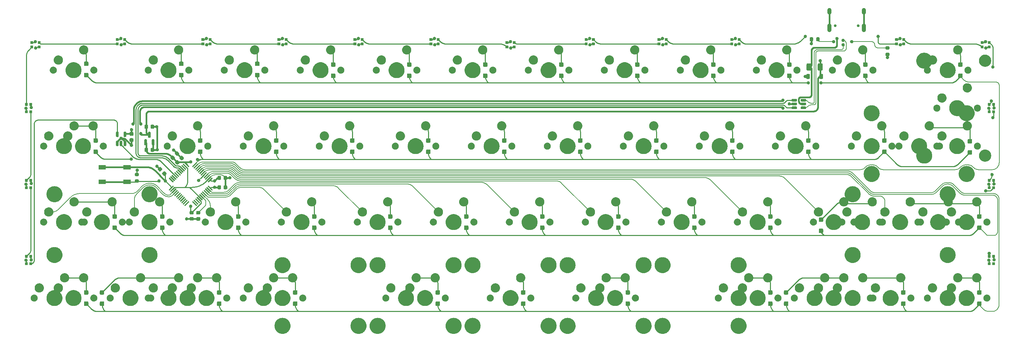
<source format=gbr>
%TF.GenerationSoftware,KiCad,Pcbnew,(7.0.0)*%
%TF.CreationDate,2024-05-15T17:05:44+02:00*%
%TF.ProjectId,forti usb port,666f7274-6920-4757-9362-20706f72742e,rev?*%
%TF.SameCoordinates,Original*%
%TF.FileFunction,Soldermask,Bot*%
%TF.FilePolarity,Negative*%
%FSLAX46Y46*%
G04 Gerber Fmt 4.6, Leading zero omitted, Abs format (unit mm)*
G04 Created by KiCad (PCBNEW (7.0.0)) date 2024-05-15 17:05:44*
%MOMM*%
%LPD*%
G01*
G04 APERTURE LIST*
G04 Aperture macros list*
%AMRoundRect*
0 Rectangle with rounded corners*
0 $1 Rounding radius*
0 $2 $3 $4 $5 $6 $7 $8 $9 X,Y pos of 4 corners*
0 Add a 4 corners polygon primitive as box body*
4,1,4,$2,$3,$4,$5,$6,$7,$8,$9,$2,$3,0*
0 Add four circle primitives for the rounded corners*
1,1,$1+$1,$2,$3*
1,1,$1+$1,$4,$5*
1,1,$1+$1,$6,$7*
1,1,$1+$1,$8,$9*
0 Add four rect primitives between the rounded corners*
20,1,$1+$1,$2,$3,$4,$5,0*
20,1,$1+$1,$4,$5,$6,$7,0*
20,1,$1+$1,$6,$7,$8,$9,0*
20,1,$1+$1,$8,$9,$2,$3,0*%
G04 Aperture macros list end*
%ADD10C,0.000000*%
%ADD11C,0.600000*%
%ADD12C,0.250000*%
%ADD13C,0.200000*%
%ADD14C,0.381000*%
%ADD15C,1.000000*%
%ADD16C,3.987800*%
%ADD17C,3.048000*%
%ADD18C,0.650000*%
%ADD19O,1.000000X2.100000*%
%ADD20O,1.000000X1.600000*%
%ADD21C,1.750000*%
%ADD22C,2.300000*%
%ADD23C,4.000000*%
%ADD24RoundRect,0.105000X-0.245000X0.245000X-0.245000X-0.245000X0.245000X-0.245000X0.245000X0.245000X0*%
%ADD25RoundRect,0.250000X0.300000X-0.300000X0.300000X0.300000X-0.300000X0.300000X-0.300000X-0.300000X0*%
%ADD26RoundRect,0.105000X0.245000X0.245000X-0.245000X0.245000X-0.245000X-0.245000X0.245000X-0.245000X0*%
%ADD27RoundRect,0.200000X-0.275000X0.200000X-0.275000X-0.200000X0.275000X-0.200000X0.275000X0.200000X0*%
%ADD28RoundRect,0.200000X0.200000X0.275000X-0.200000X0.275000X-0.200000X-0.275000X0.200000X-0.275000X0*%
%ADD29RoundRect,0.105000X0.245000X-0.245000X0.245000X0.245000X-0.245000X0.245000X-0.245000X-0.245000X0*%
%ADD30RoundRect,0.150000X0.150000X-0.512500X0.150000X0.512500X-0.150000X0.512500X-0.150000X-0.512500X0*%
%ADD31R,1.800000X1.100000*%
%ADD32RoundRect,0.225000X-0.250000X0.225000X-0.250000X-0.225000X0.250000X-0.225000X0.250000X0.225000X0*%
%ADD33RoundRect,0.225000X0.335876X0.017678X0.017678X0.335876X-0.335876X-0.017678X-0.017678X-0.335876X0*%
%ADD34RoundRect,0.225000X0.225000X0.375000X-0.225000X0.375000X-0.225000X-0.375000X0.225000X-0.375000X0*%
%ADD35RoundRect,0.225000X-0.225000X-0.250000X0.225000X-0.250000X0.225000X0.250000X-0.225000X0.250000X0*%
%ADD36RoundRect,0.070000X0.521491X-0.422496X-0.422496X0.521491X-0.521491X0.422496X0.422496X-0.521491X0*%
%ADD37RoundRect,0.070000X0.521491X0.422496X0.422496X0.521491X-0.521491X-0.422496X-0.422496X-0.521491X0*%
%ADD38RoundRect,0.150000X0.150000X-0.587500X0.150000X0.587500X-0.150000X0.587500X-0.150000X-0.587500X0*%
%ADD39RoundRect,0.150000X-0.512500X-0.150000X0.512500X-0.150000X0.512500X0.150000X-0.512500X0.150000X0*%
%ADD40RoundRect,0.225000X0.225000X0.250000X-0.225000X0.250000X-0.225000X-0.250000X0.225000X-0.250000X0*%
%ADD41RoundRect,0.200000X0.275000X-0.200000X0.275000X0.200000X-0.275000X0.200000X-0.275000X-0.200000X0*%
%ADD42RoundRect,0.225000X0.017678X-0.335876X0.335876X-0.017678X-0.017678X0.335876X-0.335876X0.017678X0*%
%ADD43RoundRect,0.225000X0.250000X-0.225000X0.250000X0.225000X-0.250000X0.225000X-0.250000X-0.225000X0*%
%ADD44RoundRect,0.250000X-0.375000X-0.625000X0.375000X-0.625000X0.375000X0.625000X-0.375000X0.625000X0*%
G04 APERTURE END LIST*
D10*
G36*
X66873009Y-35433978D02*
G01*
X66911707Y-35436921D01*
X66949842Y-35441767D01*
X66987367Y-35448468D01*
X67024233Y-35456976D01*
X67060393Y-35467245D01*
X67095798Y-35479225D01*
X67130402Y-35492868D01*
X67164156Y-35508128D01*
X67197012Y-35524956D01*
X67228922Y-35543304D01*
X67259839Y-35563124D01*
X67289714Y-35584369D01*
X67318500Y-35606990D01*
X67346149Y-35630940D01*
X67372613Y-35656171D01*
X67397844Y-35682635D01*
X67421794Y-35710284D01*
X67444415Y-35739070D01*
X67465660Y-35768945D01*
X67485480Y-35799862D01*
X67503829Y-35831772D01*
X67520656Y-35864628D01*
X67535916Y-35898382D01*
X67549560Y-35932985D01*
X67561540Y-35968391D01*
X67571808Y-36004551D01*
X67580317Y-36041417D01*
X67587018Y-36078942D01*
X67591864Y-36117077D01*
X67594806Y-36155774D01*
X67595798Y-36194987D01*
X67594806Y-36234199D01*
X67591864Y-36272897D01*
X67587018Y-36311032D01*
X67580317Y-36348556D01*
X67571808Y-36385422D01*
X67561540Y-36421582D01*
X67549560Y-36456988D01*
X67535916Y-36491592D01*
X67520656Y-36525345D01*
X67503829Y-36558201D01*
X67485480Y-36590112D01*
X67465660Y-36621028D01*
X67444415Y-36650904D01*
X67421794Y-36679690D01*
X67397844Y-36707338D01*
X67372613Y-36733802D01*
X67346149Y-36759033D01*
X67318500Y-36782983D01*
X67289714Y-36805604D01*
X67259839Y-36826849D01*
X67228922Y-36846670D01*
X67197012Y-36865018D01*
X67164156Y-36881845D01*
X67130402Y-36897105D01*
X67095798Y-36910749D01*
X67060393Y-36922729D01*
X67024233Y-36932997D01*
X66987367Y-36941506D01*
X66949842Y-36948207D01*
X66911707Y-36953053D01*
X66873009Y-36955995D01*
X66833797Y-36956987D01*
X66794585Y-36955995D01*
X66755887Y-36953053D01*
X66717752Y-36948207D01*
X66680227Y-36941506D01*
X66643361Y-36932997D01*
X66607201Y-36922729D01*
X66571796Y-36910749D01*
X66537192Y-36897105D01*
X66503438Y-36881845D01*
X66470582Y-36865018D01*
X66438672Y-36846670D01*
X66407755Y-36826849D01*
X66377880Y-36805604D01*
X66349094Y-36782983D01*
X66321445Y-36759033D01*
X66294981Y-36733802D01*
X66269750Y-36707338D01*
X66245800Y-36679690D01*
X66223179Y-36650904D01*
X66201934Y-36621028D01*
X66182113Y-36590112D01*
X66163765Y-36558201D01*
X66146938Y-36525345D01*
X66131678Y-36491592D01*
X66118034Y-36456988D01*
X66106054Y-36421582D01*
X66095786Y-36385422D01*
X66087277Y-36348556D01*
X66080576Y-36311032D01*
X66075730Y-36272897D01*
X66072787Y-36234199D01*
X66071796Y-36194987D01*
X66072787Y-36155774D01*
X66075730Y-36117077D01*
X66080576Y-36078942D01*
X66087277Y-36041417D01*
X66095786Y-36004551D01*
X66106054Y-35968391D01*
X66118034Y-35932985D01*
X66131678Y-35898382D01*
X66146938Y-35864628D01*
X66163765Y-35831772D01*
X66182113Y-35799862D01*
X66201934Y-35768945D01*
X66223179Y-35739070D01*
X66245800Y-35710284D01*
X66269750Y-35682635D01*
X66294981Y-35656171D01*
X66321445Y-35630940D01*
X66349094Y-35606990D01*
X66377880Y-35584369D01*
X66407755Y-35563124D01*
X66438672Y-35543304D01*
X66470582Y-35524956D01*
X66503438Y-35508128D01*
X66537192Y-35492868D01*
X66571796Y-35479225D01*
X66607201Y-35467245D01*
X66643361Y-35456976D01*
X66680227Y-35448468D01*
X66717752Y-35441767D01*
X66755887Y-35436921D01*
X66794585Y-35433978D01*
X66833797Y-35432987D01*
X66873009Y-35433978D01*
G37*
G36*
X60523011Y-37973980D02*
G01*
X60561709Y-37976923D01*
X60599844Y-37981768D01*
X60637368Y-37988470D01*
X60674234Y-37996978D01*
X60710394Y-38007246D01*
X60745800Y-38019226D01*
X60780404Y-38032870D01*
X60814157Y-38048130D01*
X60847013Y-38064958D01*
X60878924Y-38083305D01*
X60909840Y-38103126D01*
X60939716Y-38124371D01*
X60968502Y-38146992D01*
X60996151Y-38170942D01*
X61022614Y-38196173D01*
X61047845Y-38222636D01*
X61071795Y-38250285D01*
X61094417Y-38279071D01*
X61115662Y-38308946D01*
X61135482Y-38339863D01*
X61153830Y-38371773D01*
X61170658Y-38404629D01*
X61185918Y-38438383D01*
X61199561Y-38472986D01*
X61211541Y-38508392D01*
X61221810Y-38544552D01*
X61230318Y-38581418D01*
X61237020Y-38618942D01*
X61241865Y-38657078D01*
X61244808Y-38695775D01*
X61245800Y-38734988D01*
X61244808Y-38774200D01*
X61241865Y-38812898D01*
X61237020Y-38851033D01*
X61230318Y-38888557D01*
X61221810Y-38925423D01*
X61211541Y-38961583D01*
X61199561Y-38996989D01*
X61185918Y-39031592D01*
X61170658Y-39065346D01*
X61153830Y-39098202D01*
X61135482Y-39130112D01*
X61115662Y-39161029D01*
X61094417Y-39190904D01*
X61071795Y-39219690D01*
X61047845Y-39247339D01*
X61022614Y-39273803D01*
X60996151Y-39299033D01*
X60968502Y-39322983D01*
X60939716Y-39345605D01*
X60909840Y-39366849D01*
X60878924Y-39386670D01*
X60847013Y-39405018D01*
X60814157Y-39421845D01*
X60780404Y-39437105D01*
X60745800Y-39450749D01*
X60710394Y-39462729D01*
X60674234Y-39472997D01*
X60637368Y-39481506D01*
X60599844Y-39488207D01*
X60561709Y-39493053D01*
X60523011Y-39495995D01*
X60483798Y-39496987D01*
X60444586Y-39495995D01*
X60405888Y-39493053D01*
X60367753Y-39488207D01*
X60330229Y-39481506D01*
X60293363Y-39472997D01*
X60257203Y-39462729D01*
X60221797Y-39450749D01*
X60187193Y-39437105D01*
X60153440Y-39421845D01*
X60120584Y-39405018D01*
X60088673Y-39386670D01*
X60057757Y-39366849D01*
X60027881Y-39345605D01*
X59999095Y-39322983D01*
X59971446Y-39299033D01*
X59944983Y-39273803D01*
X59919752Y-39247339D01*
X59895802Y-39219690D01*
X59873180Y-39190904D01*
X59851935Y-39161029D01*
X59832115Y-39130112D01*
X59813767Y-39098202D01*
X59796939Y-39065346D01*
X59781679Y-39031592D01*
X59768035Y-38996989D01*
X59756056Y-38961583D01*
X59745787Y-38925423D01*
X59737279Y-38888557D01*
X59730577Y-38851033D01*
X59725732Y-38812898D01*
X59722789Y-38774200D01*
X59721797Y-38734988D01*
X59722789Y-38695775D01*
X59725732Y-38657078D01*
X59730577Y-38618942D01*
X59737279Y-38581418D01*
X59745787Y-38544552D01*
X59756056Y-38508392D01*
X59768035Y-38472986D01*
X59781679Y-38438383D01*
X59796939Y-38404629D01*
X59813767Y-38371773D01*
X59832115Y-38339863D01*
X59851935Y-38308946D01*
X59873180Y-38279071D01*
X59895802Y-38250285D01*
X59919752Y-38222636D01*
X59944983Y-38196173D01*
X59971446Y-38170942D01*
X59999095Y-38146992D01*
X60027881Y-38124371D01*
X60057757Y-38103126D01*
X60088673Y-38083305D01*
X60120584Y-38064958D01*
X60153440Y-38048130D01*
X60187193Y-38032870D01*
X60221797Y-38019226D01*
X60257203Y-38007246D01*
X60293363Y-37996978D01*
X60330229Y-37988470D01*
X60367753Y-37981768D01*
X60405888Y-37976923D01*
X60444586Y-37973980D01*
X60483798Y-37972988D01*
X60523011Y-37973980D01*
G37*
G36*
X69418825Y-40401125D02*
G01*
X69463262Y-40404504D01*
X69507052Y-40410069D01*
X69550141Y-40417763D01*
X69592474Y-40427534D01*
X69633996Y-40439325D01*
X69674652Y-40453081D01*
X69714388Y-40468748D01*
X69753147Y-40486271D01*
X69790875Y-40505594D01*
X69827517Y-40526663D01*
X69863019Y-40549423D01*
X69897325Y-40573818D01*
X69930379Y-40599794D01*
X69962128Y-40627296D01*
X69992516Y-40656268D01*
X70021489Y-40686656D01*
X70048991Y-40718405D01*
X70074967Y-40751460D01*
X70099362Y-40785766D01*
X70122121Y-40821267D01*
X70143190Y-40857909D01*
X70162513Y-40895638D01*
X70180036Y-40934397D01*
X70195703Y-40974132D01*
X70209460Y-41014788D01*
X70221251Y-41056310D01*
X70231021Y-41098643D01*
X70238716Y-41141733D01*
X70244280Y-41185523D01*
X70247659Y-41229959D01*
X70248798Y-41274987D01*
X70247659Y-41320014D01*
X70244280Y-41364450D01*
X70238716Y-41408241D01*
X70231021Y-41451330D01*
X70221251Y-41493663D01*
X70209460Y-41535185D01*
X70195703Y-41575841D01*
X70180036Y-41615576D01*
X70162513Y-41654336D01*
X70143190Y-41692064D01*
X70122121Y-41728706D01*
X70099362Y-41764208D01*
X70074967Y-41798513D01*
X70048991Y-41831568D01*
X70021489Y-41863317D01*
X69992516Y-41893705D01*
X69962128Y-41922678D01*
X69930379Y-41950179D01*
X69897325Y-41976155D01*
X69863019Y-42000550D01*
X69827517Y-42023310D01*
X69790875Y-42044379D01*
X69753147Y-42063702D01*
X69714388Y-42081225D01*
X69674652Y-42096892D01*
X69633996Y-42110648D01*
X69592474Y-42122439D01*
X69550141Y-42132210D01*
X69507052Y-42139905D01*
X69463262Y-42145469D01*
X69418825Y-42148848D01*
X69373798Y-42149987D01*
X69328770Y-42148848D01*
X69284334Y-42145469D01*
X69240544Y-42139905D01*
X69197455Y-42132210D01*
X69155122Y-42122439D01*
X69113599Y-42110648D01*
X69072943Y-42096892D01*
X69033208Y-42081225D01*
X68994449Y-42063702D01*
X68956721Y-42044379D01*
X68920078Y-42023310D01*
X68884577Y-42000550D01*
X68850271Y-41976155D01*
X68817216Y-41950179D01*
X68785467Y-41922678D01*
X68755079Y-41893705D01*
X68726107Y-41863317D01*
X68698605Y-41831568D01*
X68672629Y-41798513D01*
X68648234Y-41764208D01*
X68625474Y-41728706D01*
X68604406Y-41692064D01*
X68585082Y-41654336D01*
X68567560Y-41615576D01*
X68551893Y-41575841D01*
X68538136Y-41535185D01*
X68526345Y-41493663D01*
X68516575Y-41451330D01*
X68508880Y-41408241D01*
X68503315Y-41364450D01*
X68499936Y-41320014D01*
X68498798Y-41274987D01*
X68499936Y-41229959D01*
X68503315Y-41185523D01*
X68508880Y-41141733D01*
X68516575Y-41098643D01*
X68526345Y-41056310D01*
X68538136Y-41014788D01*
X68551893Y-40974132D01*
X68567560Y-40934397D01*
X68585082Y-40895638D01*
X68604406Y-40857909D01*
X68625474Y-40821267D01*
X68648234Y-40785766D01*
X68672629Y-40751460D01*
X68698605Y-40718405D01*
X68726107Y-40686656D01*
X68755079Y-40656268D01*
X68785467Y-40627296D01*
X68817216Y-40599794D01*
X68850271Y-40573818D01*
X68884577Y-40549423D01*
X68920078Y-40526663D01*
X68956721Y-40505594D01*
X68994449Y-40486271D01*
X69033208Y-40468748D01*
X69072943Y-40453081D01*
X69113599Y-40439325D01*
X69155122Y-40427534D01*
X69197455Y-40417763D01*
X69240544Y-40410069D01*
X69284334Y-40404504D01*
X69328770Y-40401125D01*
X69373798Y-40399987D01*
X69418825Y-40401125D01*
G37*
G36*
X64396402Y-39283681D02*
G01*
X64497661Y-39291381D01*
X64597447Y-39304061D01*
X64695636Y-39321595D01*
X64792103Y-39343860D01*
X64886721Y-39370728D01*
X64979366Y-39402076D01*
X65069912Y-39437777D01*
X65158234Y-39477707D01*
X65244207Y-39521739D01*
X65327706Y-39569750D01*
X65408604Y-39621613D01*
X65486778Y-39677204D01*
X65562102Y-39736396D01*
X65634449Y-39799066D01*
X65703696Y-39865086D01*
X65769717Y-39934333D01*
X65832386Y-40006681D01*
X65891579Y-40082005D01*
X65947169Y-40160178D01*
X65999033Y-40241077D01*
X66047043Y-40324576D01*
X66091076Y-40410549D01*
X66131006Y-40498871D01*
X66166707Y-40589417D01*
X66198054Y-40682062D01*
X66224923Y-40776680D01*
X66247187Y-40873146D01*
X66264722Y-40971335D01*
X66277402Y-41071122D01*
X66285102Y-41172381D01*
X66287696Y-41274987D01*
X66285102Y-41377592D01*
X66277402Y-41478851D01*
X66264722Y-41578638D01*
X66247187Y-41676827D01*
X66224923Y-41773293D01*
X66198054Y-41867911D01*
X66166707Y-41960556D01*
X66131006Y-42051102D01*
X66091076Y-42139425D01*
X66047043Y-42225398D01*
X65999033Y-42308896D01*
X65947169Y-42389795D01*
X65891579Y-42467969D01*
X65832386Y-42543292D01*
X65769717Y-42615640D01*
X65703696Y-42684887D01*
X65634449Y-42750908D01*
X65562102Y-42813577D01*
X65486778Y-42872769D01*
X65408604Y-42928360D01*
X65327706Y-42980223D01*
X65244207Y-43028234D01*
X65158234Y-43072267D01*
X65069912Y-43112196D01*
X64979366Y-43147898D01*
X64886721Y-43179245D01*
X64792103Y-43206114D01*
X64695636Y-43228378D01*
X64597447Y-43245913D01*
X64497661Y-43258593D01*
X64396402Y-43266292D01*
X64293796Y-43268887D01*
X64191190Y-43266292D01*
X64089931Y-43258593D01*
X63990145Y-43245913D01*
X63891956Y-43228378D01*
X63795489Y-43206114D01*
X63700871Y-43179245D01*
X63608226Y-43147898D01*
X63517680Y-43112196D01*
X63429358Y-43072267D01*
X63343385Y-43028234D01*
X63259886Y-42980223D01*
X63178988Y-42928360D01*
X63100814Y-42872769D01*
X63025491Y-42813577D01*
X62953143Y-42750908D01*
X62883896Y-42684887D01*
X62817875Y-42615640D01*
X62755206Y-42543292D01*
X62696013Y-42467969D01*
X62640423Y-42389795D01*
X62588560Y-42308896D01*
X62540549Y-42225398D01*
X62496516Y-42139425D01*
X62456586Y-42051102D01*
X62420885Y-41960556D01*
X62389538Y-41867911D01*
X62362669Y-41773293D01*
X62340405Y-41676827D01*
X62322870Y-41578638D01*
X62310190Y-41478851D01*
X62302490Y-41377592D01*
X62299896Y-41274987D01*
X62302490Y-41172381D01*
X62310190Y-41071122D01*
X62322870Y-40971335D01*
X62340405Y-40873146D01*
X62362669Y-40776680D01*
X62389538Y-40682062D01*
X62420885Y-40589417D01*
X62456586Y-40498871D01*
X62496516Y-40410549D01*
X62540549Y-40324576D01*
X62588560Y-40241077D01*
X62640423Y-40160178D01*
X62696013Y-40082005D01*
X62755206Y-40006681D01*
X62817875Y-39934333D01*
X62883896Y-39865086D01*
X62953143Y-39799066D01*
X63025491Y-39736396D01*
X63100814Y-39677204D01*
X63178988Y-39621613D01*
X63259886Y-39569750D01*
X63343385Y-39521739D01*
X63429358Y-39477707D01*
X63517680Y-39437777D01*
X63608226Y-39402076D01*
X63700871Y-39370728D01*
X63795489Y-39343860D01*
X63891956Y-39321595D01*
X63990145Y-39304061D01*
X64089931Y-39291381D01*
X64191190Y-39283681D01*
X64293796Y-39281086D01*
X64396402Y-39283681D01*
G37*
G36*
X59258825Y-40401125D02*
G01*
X59303262Y-40404504D01*
X59347052Y-40410069D01*
X59390141Y-40417763D01*
X59432474Y-40427534D01*
X59473996Y-40439325D01*
X59514653Y-40453081D01*
X59554388Y-40468748D01*
X59593147Y-40486271D01*
X59630875Y-40505594D01*
X59667518Y-40526663D01*
X59703019Y-40549423D01*
X59737325Y-40573818D01*
X59770379Y-40599794D01*
X59802128Y-40627296D01*
X59832517Y-40656268D01*
X59861489Y-40686656D01*
X59888991Y-40718405D01*
X59914967Y-40751460D01*
X59939362Y-40785766D01*
X59962121Y-40821267D01*
X59983190Y-40857909D01*
X60002514Y-40895638D01*
X60020036Y-40934397D01*
X60035703Y-40974132D01*
X60049460Y-41014788D01*
X60061251Y-41056310D01*
X60071021Y-41098643D01*
X60078716Y-41141733D01*
X60084280Y-41185523D01*
X60087659Y-41229959D01*
X60088798Y-41274987D01*
X60087659Y-41320014D01*
X60084280Y-41364450D01*
X60078716Y-41408241D01*
X60071021Y-41451330D01*
X60061251Y-41493663D01*
X60049460Y-41535185D01*
X60035703Y-41575841D01*
X60020036Y-41615576D01*
X60002514Y-41654336D01*
X59983190Y-41692064D01*
X59962121Y-41728706D01*
X59939362Y-41764208D01*
X59914967Y-41798513D01*
X59888991Y-41831568D01*
X59861489Y-41863317D01*
X59832517Y-41893705D01*
X59802128Y-41922678D01*
X59770379Y-41950179D01*
X59737325Y-41976155D01*
X59703019Y-42000550D01*
X59667518Y-42023310D01*
X59630875Y-42044379D01*
X59593147Y-42063702D01*
X59554388Y-42081225D01*
X59514653Y-42096892D01*
X59473996Y-42110648D01*
X59432474Y-42122439D01*
X59390141Y-42132210D01*
X59347052Y-42139905D01*
X59303262Y-42145469D01*
X59258825Y-42148848D01*
X59213798Y-42149987D01*
X59168771Y-42148848D01*
X59124334Y-42145469D01*
X59080544Y-42139905D01*
X59037455Y-42132210D01*
X58995122Y-42122439D01*
X58953600Y-42110648D01*
X58912943Y-42096892D01*
X58873208Y-42081225D01*
X58834449Y-42063702D01*
X58796721Y-42044379D01*
X58760078Y-42023310D01*
X58724577Y-42000550D01*
X58690271Y-41976155D01*
X58657217Y-41950179D01*
X58625468Y-41922678D01*
X58595079Y-41893705D01*
X58566107Y-41863317D01*
X58538605Y-41831568D01*
X58512629Y-41798513D01*
X58488234Y-41764208D01*
X58465475Y-41728706D01*
X58444406Y-41692064D01*
X58425082Y-41654336D01*
X58407560Y-41615576D01*
X58391893Y-41575841D01*
X58378136Y-41535185D01*
X58366345Y-41493663D01*
X58356575Y-41451330D01*
X58348880Y-41408241D01*
X58343316Y-41364450D01*
X58339937Y-41320014D01*
X58338798Y-41274987D01*
X58339937Y-41229959D01*
X58343316Y-41185523D01*
X58348880Y-41141733D01*
X58356575Y-41098643D01*
X58366345Y-41056310D01*
X58378136Y-41014788D01*
X58391893Y-40974132D01*
X58407560Y-40934397D01*
X58425082Y-40895638D01*
X58444406Y-40857909D01*
X58465475Y-40821267D01*
X58488234Y-40785766D01*
X58512629Y-40751460D01*
X58538605Y-40718405D01*
X58566107Y-40686656D01*
X58595079Y-40656268D01*
X58625468Y-40627296D01*
X58657217Y-40599794D01*
X58690271Y-40573818D01*
X58724577Y-40549423D01*
X58760078Y-40526663D01*
X58796721Y-40505594D01*
X58834449Y-40486271D01*
X58873208Y-40468748D01*
X58912943Y-40453081D01*
X58953600Y-40439325D01*
X58995122Y-40427534D01*
X59037455Y-40417763D01*
X59080544Y-40410069D01*
X59124334Y-40404504D01*
X59168771Y-40401125D01*
X59213798Y-40399987D01*
X59258825Y-40401125D01*
G37*
G36*
X57348010Y-92583979D02*
G01*
X57386707Y-92586921D01*
X57424842Y-92591767D01*
X57462366Y-92598469D01*
X57499232Y-92606977D01*
X57535392Y-92617246D01*
X57570798Y-92629226D01*
X57605401Y-92642870D01*
X57639155Y-92658129D01*
X57672011Y-92674957D01*
X57703921Y-92693306D01*
X57734838Y-92713126D01*
X57764713Y-92734371D01*
X57793499Y-92756993D01*
X57821148Y-92780943D01*
X57847612Y-92806174D01*
X57872842Y-92832638D01*
X57896793Y-92860287D01*
X57919414Y-92889073D01*
X57940659Y-92918948D01*
X57960479Y-92949865D01*
X57978827Y-92981775D01*
X57995655Y-93014631D01*
X58010915Y-93048385D01*
X58024558Y-93082988D01*
X58036538Y-93118394D01*
X58046807Y-93154554D01*
X58055315Y-93191420D01*
X58062016Y-93228944D01*
X58066862Y-93267079D01*
X58069805Y-93305776D01*
X58070796Y-93344988D01*
X58069805Y-93384200D01*
X58066862Y-93422898D01*
X58062016Y-93461033D01*
X58055315Y-93498557D01*
X58046807Y-93535423D01*
X58036538Y-93571582D01*
X58024558Y-93606988D01*
X58010915Y-93641592D01*
X57995655Y-93675345D01*
X57978827Y-93708201D01*
X57960479Y-93740112D01*
X57940659Y-93771028D01*
X57919414Y-93800904D01*
X57896793Y-93829690D01*
X57872842Y-93857339D01*
X57847612Y-93883803D01*
X57821148Y-93909034D01*
X57793499Y-93932984D01*
X57764713Y-93955605D01*
X57734838Y-93976850D01*
X57703921Y-93996671D01*
X57672011Y-94015019D01*
X57639155Y-94031847D01*
X57605401Y-94047107D01*
X57570798Y-94060751D01*
X57535392Y-94072731D01*
X57499232Y-94082999D01*
X57462366Y-94091508D01*
X57424842Y-94098209D01*
X57386707Y-94103055D01*
X57348010Y-94105998D01*
X57308797Y-94106989D01*
X57269585Y-94105998D01*
X57230887Y-94103055D01*
X57192752Y-94098209D01*
X57155228Y-94091508D01*
X57118362Y-94082999D01*
X57082202Y-94072731D01*
X57046796Y-94060751D01*
X57012193Y-94047107D01*
X56978439Y-94031847D01*
X56945583Y-94015019D01*
X56913673Y-93996671D01*
X56882756Y-93976850D01*
X56852881Y-93955605D01*
X56824095Y-93932984D01*
X56796446Y-93909034D01*
X56769982Y-93883803D01*
X56744752Y-93857339D01*
X56720802Y-93829690D01*
X56698180Y-93800904D01*
X56676935Y-93771028D01*
X56657115Y-93740112D01*
X56638767Y-93708201D01*
X56621939Y-93675345D01*
X56606680Y-93641592D01*
X56593036Y-93606988D01*
X56581056Y-93571582D01*
X56570788Y-93535423D01*
X56562279Y-93498557D01*
X56555578Y-93461033D01*
X56550732Y-93422898D01*
X56547790Y-93384200D01*
X56546798Y-93344988D01*
X56547790Y-93305776D01*
X56550732Y-93267079D01*
X56555578Y-93228944D01*
X56562279Y-93191420D01*
X56570788Y-93154554D01*
X56581056Y-93118394D01*
X56593036Y-93082988D01*
X56606680Y-93048385D01*
X56621939Y-93014631D01*
X56638767Y-92981775D01*
X56657115Y-92949865D01*
X56676935Y-92918948D01*
X56698180Y-92889073D01*
X56720802Y-92860287D01*
X56744752Y-92832638D01*
X56769982Y-92806174D01*
X56796446Y-92780943D01*
X56824095Y-92756993D01*
X56852881Y-92734371D01*
X56882756Y-92713126D01*
X56913673Y-92693306D01*
X56945583Y-92674957D01*
X56978439Y-92658129D01*
X57012193Y-92642870D01*
X57046796Y-92629226D01*
X57082202Y-92617246D01*
X57118362Y-92606977D01*
X57155228Y-92598469D01*
X57192752Y-92591767D01*
X57230887Y-92586921D01*
X57269585Y-92583979D01*
X57308797Y-92582987D01*
X57348010Y-92583979D01*
G37*
G36*
X50998109Y-95123980D02*
G01*
X51036806Y-95126922D01*
X51074941Y-95131768D01*
X51112466Y-95138469D01*
X51149332Y-95146978D01*
X51185492Y-95157247D01*
X51220897Y-95169227D01*
X51255501Y-95182871D01*
X51289255Y-95198130D01*
X51322110Y-95214958D01*
X51354021Y-95233307D01*
X51384937Y-95253127D01*
X51414813Y-95274372D01*
X51443599Y-95296993D01*
X51471247Y-95320944D01*
X51497711Y-95346175D01*
X51522942Y-95372638D01*
X51546892Y-95400287D01*
X51569513Y-95429074D01*
X51590758Y-95458949D01*
X51610578Y-95489866D01*
X51628926Y-95521776D01*
X51645754Y-95554632D01*
X51661014Y-95588386D01*
X51674657Y-95622989D01*
X51686637Y-95658395D01*
X51696906Y-95694555D01*
X51705414Y-95731421D01*
X51712115Y-95768945D01*
X51716961Y-95807080D01*
X51719904Y-95845777D01*
X51720895Y-95884989D01*
X51719904Y-95924201D01*
X51716961Y-95962899D01*
X51712115Y-96001033D01*
X51705414Y-96038558D01*
X51696906Y-96075424D01*
X51686637Y-96111583D01*
X51674657Y-96146989D01*
X51661014Y-96181593D01*
X51645754Y-96215346D01*
X51628926Y-96248202D01*
X51610578Y-96280113D01*
X51590758Y-96311029D01*
X51569513Y-96340905D01*
X51546892Y-96369691D01*
X51522942Y-96397340D01*
X51497711Y-96423804D01*
X51471247Y-96449035D01*
X51443599Y-96472985D01*
X51414813Y-96495606D01*
X51384937Y-96516851D01*
X51354021Y-96536672D01*
X51322110Y-96555020D01*
X51289255Y-96571848D01*
X51255501Y-96587108D01*
X51220897Y-96600752D01*
X51185492Y-96612732D01*
X51149332Y-96623000D01*
X51112466Y-96631509D01*
X51074941Y-96638210D01*
X51036806Y-96643056D01*
X50998109Y-96645999D01*
X50958896Y-96646990D01*
X50919684Y-96645999D01*
X50880986Y-96643056D01*
X50842851Y-96638210D01*
X50805327Y-96631509D01*
X50768460Y-96623000D01*
X50732301Y-96612732D01*
X50696895Y-96600752D01*
X50662291Y-96587108D01*
X50628538Y-96571848D01*
X50595682Y-96555020D01*
X50563772Y-96536672D01*
X50532855Y-96516851D01*
X50502980Y-96495606D01*
X50474194Y-96472985D01*
X50446545Y-96449035D01*
X50420081Y-96423804D01*
X50394850Y-96397340D01*
X50370900Y-96369691D01*
X50348279Y-96340905D01*
X50327034Y-96311029D01*
X50307214Y-96280113D01*
X50288866Y-96248202D01*
X50272038Y-96215346D01*
X50256779Y-96181593D01*
X50243135Y-96146989D01*
X50231155Y-96111583D01*
X50220887Y-96075424D01*
X50212378Y-96038558D01*
X50205677Y-96001033D01*
X50200831Y-95962899D01*
X50197889Y-95924201D01*
X50196897Y-95884989D01*
X50197889Y-95845777D01*
X50200831Y-95807080D01*
X50205677Y-95768945D01*
X50212378Y-95731421D01*
X50220887Y-95694555D01*
X50231155Y-95658395D01*
X50243135Y-95622989D01*
X50256779Y-95588386D01*
X50272038Y-95554632D01*
X50288866Y-95521776D01*
X50307214Y-95489866D01*
X50327034Y-95458949D01*
X50348279Y-95429074D01*
X50370900Y-95400287D01*
X50394850Y-95372638D01*
X50420081Y-95346175D01*
X50446545Y-95320944D01*
X50474194Y-95296993D01*
X50502980Y-95274372D01*
X50532855Y-95253127D01*
X50563772Y-95233307D01*
X50595682Y-95214958D01*
X50628538Y-95198130D01*
X50662291Y-95182871D01*
X50696895Y-95169227D01*
X50732301Y-95157247D01*
X50768460Y-95146978D01*
X50805327Y-95138469D01*
X50842851Y-95131768D01*
X50880986Y-95126922D01*
X50919684Y-95123980D01*
X50958896Y-95122988D01*
X50998109Y-95123980D01*
G37*
G36*
X59893824Y-97551129D02*
G01*
X59938260Y-97554508D01*
X59982050Y-97560072D01*
X60025140Y-97567767D01*
X60067473Y-97577538D01*
X60108995Y-97589329D01*
X60149651Y-97603085D01*
X60189386Y-97618752D01*
X60228145Y-97636275D01*
X60265874Y-97655598D01*
X60302516Y-97676668D01*
X60338017Y-97699427D01*
X60372323Y-97723823D01*
X60405378Y-97749799D01*
X60437127Y-97777300D01*
X60467515Y-97806273D01*
X60496487Y-97836661D01*
X60523989Y-97868410D01*
X60549965Y-97901465D01*
X60574360Y-97935771D01*
X60597120Y-97971272D01*
X60618189Y-98007915D01*
X60637512Y-98045643D01*
X60655035Y-98084402D01*
X60670702Y-98124137D01*
X60684458Y-98164793D01*
X60696249Y-98206315D01*
X60706019Y-98248648D01*
X60713714Y-98291737D01*
X60719279Y-98335527D01*
X60722658Y-98379963D01*
X60723796Y-98424990D01*
X60722658Y-98470017D01*
X60719279Y-98514453D01*
X60713714Y-98558243D01*
X60706019Y-98601332D01*
X60696249Y-98643665D01*
X60684458Y-98685187D01*
X60670702Y-98725843D01*
X60655035Y-98765578D01*
X60637512Y-98804337D01*
X60618189Y-98842066D01*
X60597120Y-98878708D01*
X60574360Y-98914209D01*
X60549965Y-98948515D01*
X60523989Y-98981570D01*
X60496487Y-99013319D01*
X60467515Y-99043707D01*
X60437127Y-99072680D01*
X60405378Y-99100182D01*
X60372323Y-99126158D01*
X60338017Y-99150553D01*
X60302516Y-99173313D01*
X60265874Y-99194382D01*
X60228145Y-99213705D01*
X60189386Y-99231228D01*
X60149651Y-99246895D01*
X60108995Y-99260652D01*
X60067473Y-99272443D01*
X60025140Y-99282213D01*
X59982050Y-99289908D01*
X59938260Y-99295472D01*
X59893824Y-99298851D01*
X59848796Y-99299990D01*
X59803769Y-99298851D01*
X59759333Y-99295472D01*
X59715542Y-99289908D01*
X59672453Y-99282213D01*
X59630120Y-99272443D01*
X59588598Y-99260652D01*
X59547942Y-99246895D01*
X59508207Y-99231228D01*
X59469447Y-99213705D01*
X59431719Y-99194382D01*
X59395077Y-99173313D01*
X59359575Y-99150553D01*
X59325270Y-99126158D01*
X59292215Y-99100182D01*
X59260466Y-99072680D01*
X59230078Y-99043707D01*
X59201105Y-99013319D01*
X59173604Y-98981570D01*
X59147628Y-98948515D01*
X59123232Y-98914209D01*
X59100473Y-98878708D01*
X59079404Y-98842066D01*
X59060081Y-98804337D01*
X59042558Y-98765578D01*
X59026891Y-98725843D01*
X59013135Y-98685187D01*
X59001344Y-98643665D01*
X58991573Y-98601332D01*
X58983878Y-98558243D01*
X58978314Y-98514453D01*
X58974935Y-98470017D01*
X58973796Y-98424990D01*
X58974935Y-98379963D01*
X58978314Y-98335527D01*
X58983878Y-98291737D01*
X58991573Y-98248648D01*
X59001344Y-98206315D01*
X59013135Y-98164793D01*
X59026891Y-98124137D01*
X59042558Y-98084402D01*
X59060081Y-98045643D01*
X59079404Y-98007915D01*
X59100473Y-97971272D01*
X59123232Y-97935771D01*
X59147628Y-97901465D01*
X59173604Y-97868410D01*
X59201105Y-97836661D01*
X59230078Y-97806273D01*
X59260466Y-97777300D01*
X59292215Y-97749799D01*
X59325270Y-97723823D01*
X59359575Y-97699427D01*
X59395077Y-97676668D01*
X59431719Y-97655598D01*
X59469447Y-97636275D01*
X59508207Y-97618752D01*
X59547942Y-97603085D01*
X59588598Y-97589329D01*
X59630120Y-97577538D01*
X59672453Y-97567767D01*
X59715542Y-97560072D01*
X59759333Y-97554508D01*
X59803769Y-97551129D01*
X59848796Y-97549990D01*
X59893824Y-97551129D01*
G37*
G36*
X54871402Y-96433688D02*
G01*
X54972661Y-96441388D01*
X55072448Y-96454068D01*
X55170637Y-96471602D01*
X55267103Y-96493866D01*
X55361721Y-96520735D01*
X55454366Y-96552082D01*
X55544912Y-96587783D01*
X55633234Y-96627713D01*
X55719207Y-96671745D01*
X55802706Y-96719755D01*
X55883605Y-96771618D01*
X55961778Y-96827209D01*
X56037102Y-96886401D01*
X56109450Y-96949070D01*
X56178697Y-97015090D01*
X56244717Y-97084337D01*
X56307387Y-97156685D01*
X56366579Y-97232008D01*
X56422170Y-97310181D01*
X56474033Y-97391080D01*
X56522044Y-97474578D01*
X56566076Y-97560551D01*
X56606006Y-97648873D01*
X56641707Y-97739419D01*
X56673055Y-97832064D01*
X56699923Y-97926682D01*
X56722188Y-98023149D01*
X56739722Y-98121338D01*
X56752402Y-98221125D01*
X56760102Y-98322384D01*
X56762697Y-98424990D01*
X56760102Y-98527596D01*
X56752402Y-98628855D01*
X56739722Y-98728642D01*
X56722188Y-98826831D01*
X56699923Y-98923298D01*
X56673055Y-99017916D01*
X56641707Y-99110561D01*
X56606006Y-99201107D01*
X56566076Y-99289429D01*
X56522044Y-99375402D01*
X56474033Y-99458900D01*
X56422170Y-99539799D01*
X56366579Y-99617972D01*
X56307387Y-99693296D01*
X56244717Y-99765643D01*
X56178697Y-99834890D01*
X56109450Y-99900910D01*
X56037102Y-99963579D01*
X55961778Y-100022771D01*
X55883605Y-100078362D01*
X55802706Y-100130225D01*
X55719207Y-100178235D01*
X55633234Y-100222268D01*
X55544912Y-100262197D01*
X55454366Y-100297898D01*
X55361721Y-100329245D01*
X55267103Y-100356114D01*
X55170637Y-100378378D01*
X55072448Y-100395912D01*
X54972661Y-100408592D01*
X54871402Y-100416292D01*
X54768796Y-100418887D01*
X54666191Y-100416292D01*
X54564932Y-100408592D01*
X54465145Y-100395912D01*
X54366956Y-100378378D01*
X54270490Y-100356114D01*
X54175872Y-100329245D01*
X54083227Y-100297898D01*
X53992681Y-100262197D01*
X53904358Y-100222268D01*
X53818385Y-100178235D01*
X53734887Y-100130225D01*
X53653988Y-100078362D01*
X53575814Y-100022771D01*
X53500491Y-99963579D01*
X53428143Y-99900910D01*
X53358896Y-99834890D01*
X53292875Y-99765643D01*
X53230206Y-99693296D01*
X53171014Y-99617972D01*
X53115423Y-99539799D01*
X53063560Y-99458900D01*
X53015549Y-99375402D01*
X52971516Y-99289429D01*
X52931587Y-99201107D01*
X52895886Y-99110561D01*
X52864538Y-99017916D01*
X52837669Y-98923298D01*
X52815405Y-98826831D01*
X52797870Y-98728642D01*
X52785190Y-98628855D01*
X52777491Y-98527596D01*
X52774896Y-98424990D01*
X52777491Y-98322384D01*
X52785190Y-98221125D01*
X52797870Y-98121338D01*
X52815405Y-98023149D01*
X52837669Y-97926682D01*
X52864538Y-97832064D01*
X52895886Y-97739419D01*
X52931587Y-97648873D01*
X52971516Y-97560551D01*
X53015549Y-97474578D01*
X53063560Y-97391080D01*
X53115423Y-97310181D01*
X53171014Y-97232008D01*
X53230206Y-97156685D01*
X53292875Y-97084337D01*
X53358896Y-97015090D01*
X53428143Y-96949070D01*
X53500491Y-96886401D01*
X53575814Y-96827209D01*
X53653988Y-96771618D01*
X53734887Y-96719755D01*
X53818385Y-96671745D01*
X53904358Y-96627713D01*
X53992681Y-96587783D01*
X54083227Y-96552082D01*
X54175872Y-96520735D01*
X54270490Y-96493866D01*
X54366956Y-96471602D01*
X54465145Y-96454068D01*
X54564932Y-96441388D01*
X54666191Y-96433688D01*
X54768796Y-96431094D01*
X54871402Y-96433688D01*
G37*
G36*
X49733824Y-97551129D02*
G01*
X49778260Y-97554508D01*
X49822050Y-97560072D01*
X49865140Y-97567767D01*
X49907473Y-97577538D01*
X49948995Y-97589329D01*
X49989651Y-97603085D01*
X50029386Y-97618752D01*
X50068145Y-97636275D01*
X50105874Y-97655598D01*
X50142516Y-97676668D01*
X50178018Y-97699427D01*
X50212323Y-97723823D01*
X50245378Y-97749799D01*
X50277127Y-97777300D01*
X50307515Y-97806273D01*
X50336488Y-97836661D01*
X50363989Y-97868410D01*
X50389965Y-97901465D01*
X50414360Y-97935771D01*
X50437120Y-97971272D01*
X50458189Y-98007915D01*
X50477512Y-98045643D01*
X50495035Y-98084402D01*
X50510702Y-98124137D01*
X50524458Y-98164793D01*
X50536249Y-98206315D01*
X50546020Y-98248648D01*
X50553715Y-98291737D01*
X50559279Y-98335527D01*
X50562658Y-98379963D01*
X50563796Y-98424990D01*
X50562658Y-98470017D01*
X50559279Y-98514453D01*
X50553715Y-98558243D01*
X50546020Y-98601332D01*
X50536249Y-98643665D01*
X50524458Y-98685187D01*
X50510702Y-98725843D01*
X50495035Y-98765578D01*
X50477512Y-98804337D01*
X50458189Y-98842066D01*
X50437120Y-98878708D01*
X50414360Y-98914209D01*
X50389965Y-98948515D01*
X50363989Y-98981570D01*
X50336488Y-99013319D01*
X50307515Y-99043707D01*
X50277127Y-99072680D01*
X50245378Y-99100182D01*
X50212323Y-99126158D01*
X50178018Y-99150553D01*
X50142516Y-99173313D01*
X50105874Y-99194382D01*
X50068145Y-99213705D01*
X50029386Y-99231228D01*
X49989651Y-99246895D01*
X49948995Y-99260652D01*
X49907473Y-99272443D01*
X49865140Y-99282213D01*
X49822050Y-99289908D01*
X49778260Y-99295472D01*
X49733824Y-99298851D01*
X49688796Y-99299990D01*
X49643769Y-99298851D01*
X49599333Y-99295472D01*
X49555543Y-99289908D01*
X49512453Y-99282213D01*
X49470120Y-99272443D01*
X49428598Y-99260652D01*
X49387942Y-99246895D01*
X49348207Y-99231228D01*
X49309448Y-99213705D01*
X49271719Y-99194382D01*
X49235077Y-99173313D01*
X49199575Y-99150553D01*
X49165270Y-99126158D01*
X49132215Y-99100182D01*
X49100466Y-99072680D01*
X49070078Y-99043707D01*
X49041105Y-99013319D01*
X49013604Y-98981570D01*
X48987628Y-98948515D01*
X48963233Y-98914209D01*
X48940473Y-98878708D01*
X48919404Y-98842066D01*
X48900081Y-98804337D01*
X48882558Y-98765578D01*
X48866891Y-98725843D01*
X48853135Y-98685187D01*
X48841344Y-98643665D01*
X48831573Y-98601332D01*
X48823878Y-98558243D01*
X48818314Y-98514453D01*
X48814935Y-98470017D01*
X48813796Y-98424990D01*
X48814935Y-98379963D01*
X48818314Y-98335527D01*
X48823878Y-98291737D01*
X48831573Y-98248648D01*
X48841344Y-98206315D01*
X48853135Y-98164793D01*
X48866891Y-98124137D01*
X48882558Y-98084402D01*
X48900081Y-98045643D01*
X48919404Y-98007915D01*
X48940473Y-97971272D01*
X48963233Y-97935771D01*
X48987628Y-97901465D01*
X49013604Y-97868410D01*
X49041105Y-97836661D01*
X49070078Y-97806273D01*
X49100466Y-97777300D01*
X49132215Y-97749799D01*
X49165270Y-97723823D01*
X49199575Y-97699427D01*
X49235077Y-97676668D01*
X49271719Y-97655598D01*
X49309448Y-97636275D01*
X49348207Y-97618752D01*
X49387942Y-97603085D01*
X49428598Y-97589329D01*
X49470120Y-97577538D01*
X49512453Y-97567767D01*
X49555543Y-97560072D01*
X49599333Y-97554508D01*
X49643769Y-97551129D01*
X49688796Y-97549990D01*
X49733824Y-97551129D01*
G37*
G36*
X209748009Y-92583979D02*
G01*
X209786706Y-92586921D01*
X209824841Y-92591767D01*
X209862365Y-92598469D01*
X209899231Y-92606977D01*
X209935391Y-92617246D01*
X209970796Y-92629226D01*
X210005399Y-92642870D01*
X210039153Y-92658129D01*
X210072008Y-92674957D01*
X210103918Y-92693306D01*
X210134835Y-92713126D01*
X210164710Y-92734371D01*
X210193496Y-92756993D01*
X210221144Y-92780943D01*
X210247608Y-92806174D01*
X210272838Y-92832638D01*
X210296788Y-92860287D01*
X210319409Y-92889073D01*
X210340654Y-92918948D01*
X210360474Y-92949865D01*
X210378822Y-92981775D01*
X210395650Y-93014631D01*
X210410909Y-93048385D01*
X210424553Y-93082988D01*
X210436533Y-93118394D01*
X210446801Y-93154554D01*
X210455309Y-93191420D01*
X210462010Y-93228944D01*
X210466856Y-93267079D01*
X210469799Y-93305776D01*
X210470790Y-93344988D01*
X210469799Y-93384200D01*
X210466856Y-93422898D01*
X210462010Y-93461033D01*
X210455309Y-93498557D01*
X210446801Y-93535423D01*
X210436533Y-93571582D01*
X210424553Y-93606988D01*
X210410909Y-93641592D01*
X210395650Y-93675345D01*
X210378822Y-93708201D01*
X210360474Y-93740112D01*
X210340654Y-93771028D01*
X210319409Y-93800904D01*
X210296788Y-93829690D01*
X210272838Y-93857339D01*
X210247608Y-93883803D01*
X210221144Y-93909034D01*
X210193496Y-93932984D01*
X210164710Y-93955605D01*
X210134835Y-93976850D01*
X210103918Y-93996671D01*
X210072008Y-94015019D01*
X210039153Y-94031847D01*
X210005399Y-94047107D01*
X209970796Y-94060751D01*
X209935391Y-94072731D01*
X209899231Y-94082999D01*
X209862365Y-94091508D01*
X209824841Y-94098209D01*
X209786706Y-94103055D01*
X209748009Y-94105998D01*
X209708797Y-94106989D01*
X209669585Y-94105998D01*
X209630888Y-94103055D01*
X209592753Y-94098209D01*
X209555229Y-94091508D01*
X209518363Y-94082999D01*
X209482203Y-94072731D01*
X209446798Y-94060751D01*
X209412195Y-94047107D01*
X209378441Y-94031847D01*
X209345586Y-94015019D01*
X209313676Y-93996671D01*
X209282759Y-93976850D01*
X209252884Y-93955605D01*
X209224098Y-93932984D01*
X209196450Y-93909034D01*
X209169986Y-93883803D01*
X209144756Y-93857339D01*
X209120806Y-93829690D01*
X209098185Y-93800904D01*
X209076940Y-93771028D01*
X209057120Y-93740112D01*
X209038772Y-93708201D01*
X209021944Y-93675345D01*
X209006685Y-93641592D01*
X208993041Y-93606988D01*
X208981061Y-93571582D01*
X208970793Y-93535423D01*
X208962285Y-93498557D01*
X208955583Y-93461033D01*
X208950738Y-93422898D01*
X208947795Y-93384200D01*
X208946804Y-93344988D01*
X208947795Y-93305776D01*
X208950738Y-93267079D01*
X208955583Y-93228944D01*
X208962285Y-93191420D01*
X208970793Y-93154554D01*
X208981061Y-93118394D01*
X208993041Y-93082988D01*
X209006685Y-93048385D01*
X209021944Y-93014631D01*
X209038772Y-92981775D01*
X209057120Y-92949865D01*
X209076940Y-92918948D01*
X209098185Y-92889073D01*
X209120806Y-92860287D01*
X209144756Y-92832638D01*
X209169986Y-92806174D01*
X209196450Y-92780943D01*
X209224098Y-92756993D01*
X209252884Y-92734371D01*
X209282759Y-92713126D01*
X209313676Y-92693306D01*
X209345586Y-92674957D01*
X209378441Y-92658129D01*
X209412195Y-92642870D01*
X209446798Y-92629226D01*
X209482203Y-92617246D01*
X209518363Y-92606977D01*
X209555229Y-92598469D01*
X209592753Y-92591767D01*
X209630888Y-92586921D01*
X209669585Y-92583979D01*
X209708797Y-92582987D01*
X209748009Y-92583979D01*
G37*
G36*
X203398003Y-95123980D02*
G01*
X203436700Y-95126922D01*
X203474835Y-95131768D01*
X203512359Y-95138469D01*
X203549225Y-95146978D01*
X203585384Y-95157247D01*
X203620790Y-95169227D01*
X203655393Y-95182871D01*
X203689147Y-95198130D01*
X203722002Y-95214958D01*
X203753912Y-95233307D01*
X203784829Y-95253127D01*
X203814704Y-95274372D01*
X203843489Y-95296993D01*
X203871138Y-95320944D01*
X203897602Y-95346175D01*
X203922832Y-95372638D01*
X203946782Y-95400287D01*
X203969403Y-95429074D01*
X203990648Y-95458949D01*
X204010468Y-95489866D01*
X204028816Y-95521776D01*
X204045643Y-95554632D01*
X204060903Y-95588386D01*
X204074547Y-95622989D01*
X204086527Y-95658395D01*
X204096795Y-95694555D01*
X204105303Y-95731421D01*
X204112004Y-95768945D01*
X204116850Y-95807080D01*
X204119793Y-95845777D01*
X204120784Y-95884989D01*
X204119793Y-95924201D01*
X204116850Y-95962899D01*
X204112004Y-96001033D01*
X204105303Y-96038558D01*
X204096795Y-96075424D01*
X204086527Y-96111583D01*
X204074547Y-96146989D01*
X204060903Y-96181593D01*
X204045643Y-96215346D01*
X204028816Y-96248202D01*
X204010468Y-96280113D01*
X203990648Y-96311029D01*
X203969403Y-96340905D01*
X203946782Y-96369691D01*
X203922832Y-96397340D01*
X203897602Y-96423804D01*
X203871138Y-96449035D01*
X203843489Y-96472985D01*
X203814704Y-96495606D01*
X203784829Y-96516851D01*
X203753912Y-96536672D01*
X203722002Y-96555020D01*
X203689147Y-96571848D01*
X203655393Y-96587108D01*
X203620790Y-96600752D01*
X203585384Y-96612732D01*
X203549225Y-96623000D01*
X203512359Y-96631509D01*
X203474835Y-96638210D01*
X203436700Y-96643056D01*
X203398003Y-96645999D01*
X203358791Y-96646990D01*
X203319579Y-96645999D01*
X203280881Y-96643056D01*
X203242747Y-96638210D01*
X203205223Y-96631509D01*
X203168357Y-96623000D01*
X203132197Y-96612732D01*
X203096792Y-96600752D01*
X203062189Y-96587108D01*
X203028435Y-96571848D01*
X202995580Y-96555020D01*
X202963670Y-96536672D01*
X202932753Y-96516851D01*
X202902878Y-96495606D01*
X202874092Y-96472985D01*
X202846444Y-96449035D01*
X202819980Y-96423804D01*
X202794749Y-96397340D01*
X202770800Y-96369691D01*
X202748179Y-96340905D01*
X202726934Y-96311029D01*
X202707114Y-96280113D01*
X202688766Y-96248202D01*
X202671938Y-96215346D01*
X202656679Y-96181593D01*
X202643035Y-96146989D01*
X202631055Y-96111583D01*
X202620787Y-96075424D01*
X202612278Y-96038558D01*
X202605577Y-96001033D01*
X202600732Y-95962899D01*
X202597789Y-95924201D01*
X202596797Y-95884989D01*
X202597789Y-95845777D01*
X202600732Y-95807080D01*
X202605577Y-95768945D01*
X202612278Y-95731421D01*
X202620787Y-95694555D01*
X202631055Y-95658395D01*
X202643035Y-95622989D01*
X202656679Y-95588386D01*
X202671938Y-95554632D01*
X202688766Y-95521776D01*
X202707114Y-95489866D01*
X202726934Y-95458949D01*
X202748179Y-95429074D01*
X202770800Y-95400287D01*
X202794749Y-95372638D01*
X202819980Y-95346175D01*
X202846444Y-95320944D01*
X202874092Y-95296993D01*
X202902878Y-95274372D01*
X202932753Y-95253127D01*
X202963670Y-95233307D01*
X202995580Y-95214958D01*
X203028435Y-95198130D01*
X203062189Y-95182871D01*
X203096792Y-95169227D01*
X203132197Y-95157247D01*
X203168357Y-95146978D01*
X203205223Y-95138469D01*
X203242747Y-95131768D01*
X203280881Y-95126922D01*
X203319579Y-95123980D01*
X203358791Y-95122988D01*
X203398003Y-95123980D01*
G37*
G36*
X212293817Y-97551129D02*
G01*
X212338253Y-97554508D01*
X212382043Y-97560072D01*
X212425132Y-97567767D01*
X212467465Y-97577538D01*
X212508987Y-97589329D01*
X212549643Y-97603085D01*
X212589378Y-97618752D01*
X212628137Y-97636275D01*
X212665866Y-97655598D01*
X212702508Y-97676668D01*
X212738010Y-97699427D01*
X212772315Y-97723823D01*
X212805370Y-97749799D01*
X212837119Y-97777300D01*
X212867507Y-97806273D01*
X212896480Y-97836661D01*
X212923982Y-97868410D01*
X212949958Y-97901465D01*
X212974353Y-97935771D01*
X212997113Y-97971272D01*
X213018182Y-98007915D01*
X213037505Y-98045643D01*
X213055028Y-98084402D01*
X213070695Y-98124137D01*
X213084452Y-98164793D01*
X213096243Y-98206315D01*
X213106013Y-98248648D01*
X213113708Y-98291737D01*
X213119273Y-98335527D01*
X213122652Y-98379963D01*
X213123790Y-98424990D01*
X213122652Y-98470017D01*
X213119273Y-98514453D01*
X213113708Y-98558243D01*
X213106013Y-98601332D01*
X213096243Y-98643665D01*
X213084452Y-98685187D01*
X213070695Y-98725843D01*
X213055028Y-98765578D01*
X213037505Y-98804337D01*
X213018182Y-98842066D01*
X212997113Y-98878708D01*
X212974353Y-98914209D01*
X212949958Y-98948515D01*
X212923982Y-98981570D01*
X212896480Y-99013319D01*
X212867507Y-99043707D01*
X212837119Y-99072680D01*
X212805370Y-99100182D01*
X212772315Y-99126158D01*
X212738010Y-99150553D01*
X212702508Y-99173313D01*
X212665866Y-99194382D01*
X212628137Y-99213705D01*
X212589378Y-99231228D01*
X212549643Y-99246895D01*
X212508987Y-99260652D01*
X212467465Y-99272443D01*
X212425132Y-99282213D01*
X212382043Y-99289908D01*
X212338253Y-99295472D01*
X212293817Y-99298851D01*
X212248790Y-99299990D01*
X212203763Y-99298851D01*
X212159327Y-99295472D01*
X212115537Y-99289908D01*
X212072448Y-99282213D01*
X212030115Y-99272443D01*
X211988593Y-99260652D01*
X211947937Y-99246895D01*
X211908202Y-99231228D01*
X211869443Y-99213705D01*
X211831715Y-99194382D01*
X211795072Y-99173313D01*
X211759571Y-99150553D01*
X211725265Y-99126158D01*
X211692210Y-99100182D01*
X211660461Y-99072680D01*
X211630073Y-99043707D01*
X211601101Y-99013319D01*
X211573599Y-98981570D01*
X211547623Y-98948515D01*
X211523227Y-98914209D01*
X211500468Y-98878708D01*
X211479399Y-98842066D01*
X211460075Y-98804337D01*
X211442553Y-98765578D01*
X211426885Y-98725843D01*
X211413129Y-98685187D01*
X211401338Y-98643665D01*
X211391567Y-98601332D01*
X211383872Y-98558243D01*
X211378308Y-98514453D01*
X211374929Y-98470017D01*
X211373790Y-98424990D01*
X211374929Y-98379963D01*
X211378308Y-98335527D01*
X211383872Y-98291737D01*
X211391567Y-98248648D01*
X211401338Y-98206315D01*
X211413129Y-98164793D01*
X211426885Y-98124137D01*
X211442553Y-98084402D01*
X211460075Y-98045643D01*
X211479399Y-98007915D01*
X211500468Y-97971272D01*
X211523227Y-97935771D01*
X211547623Y-97901465D01*
X211573599Y-97868410D01*
X211601101Y-97836661D01*
X211630073Y-97806273D01*
X211660461Y-97777300D01*
X211692210Y-97749799D01*
X211725265Y-97723823D01*
X211759571Y-97699427D01*
X211795072Y-97676668D01*
X211831715Y-97655598D01*
X211869443Y-97636275D01*
X211908202Y-97618752D01*
X211947937Y-97603085D01*
X211988593Y-97589329D01*
X212030115Y-97577538D01*
X212072448Y-97567767D01*
X212115537Y-97560072D01*
X212159327Y-97554508D01*
X212203763Y-97551129D01*
X212248790Y-97549990D01*
X212293817Y-97551129D01*
G37*
G36*
X207271409Y-96433688D02*
G01*
X207372668Y-96441388D01*
X207472454Y-96454068D01*
X207570643Y-96471602D01*
X207667109Y-96493866D01*
X207761727Y-96520735D01*
X207854371Y-96552082D01*
X207944917Y-96587783D01*
X208033239Y-96627713D01*
X208119212Y-96671745D01*
X208202710Y-96719755D01*
X208283609Y-96771618D01*
X208361783Y-96827209D01*
X208437106Y-96886401D01*
X208509454Y-96949070D01*
X208578701Y-97015090D01*
X208644721Y-97084337D01*
X208707390Y-97156685D01*
X208766583Y-97232008D01*
X208822173Y-97310181D01*
X208874037Y-97391080D01*
X208922047Y-97474578D01*
X208966080Y-97560551D01*
X209006010Y-97648873D01*
X209041711Y-97739419D01*
X209073058Y-97832064D01*
X209099927Y-97926682D01*
X209122191Y-98023149D01*
X209139726Y-98121338D01*
X209152406Y-98221125D01*
X209160106Y-98322384D01*
X209162700Y-98424990D01*
X209160106Y-98527596D01*
X209152406Y-98628855D01*
X209139726Y-98728642D01*
X209122191Y-98826831D01*
X209099927Y-98923298D01*
X209073058Y-99017916D01*
X209041711Y-99110561D01*
X209006010Y-99201107D01*
X208966080Y-99289429D01*
X208922047Y-99375402D01*
X208874037Y-99458900D01*
X208822173Y-99539799D01*
X208766583Y-99617972D01*
X208707390Y-99693296D01*
X208644721Y-99765643D01*
X208578701Y-99834890D01*
X208509454Y-99900910D01*
X208437106Y-99963579D01*
X208361783Y-100022771D01*
X208283609Y-100078362D01*
X208202710Y-100130225D01*
X208119212Y-100178235D01*
X208033239Y-100222268D01*
X207944917Y-100262197D01*
X207854371Y-100297898D01*
X207761727Y-100329245D01*
X207667109Y-100356114D01*
X207570643Y-100378378D01*
X207472454Y-100395912D01*
X207372668Y-100408592D01*
X207271409Y-100416292D01*
X207168804Y-100418887D01*
X207066198Y-100416292D01*
X206964940Y-100408592D01*
X206865153Y-100395912D01*
X206766965Y-100378378D01*
X206670499Y-100356114D01*
X206575881Y-100329245D01*
X206483236Y-100297898D01*
X206392690Y-100262197D01*
X206304368Y-100222268D01*
X206218395Y-100178235D01*
X206134897Y-100130225D01*
X206053998Y-100078362D01*
X205975825Y-100022771D01*
X205900501Y-99963579D01*
X205828154Y-99900910D01*
X205758907Y-99834890D01*
X205692886Y-99765643D01*
X205630217Y-99693296D01*
X205571024Y-99617972D01*
X205515434Y-99539799D01*
X205463571Y-99458900D01*
X205415560Y-99375402D01*
X205371527Y-99289429D01*
X205331598Y-99201107D01*
X205295897Y-99110561D01*
X205264549Y-99017916D01*
X205237680Y-98923298D01*
X205215416Y-98826831D01*
X205197881Y-98728642D01*
X205185201Y-98628855D01*
X205177502Y-98527596D01*
X205174907Y-98424990D01*
X205177502Y-98322384D01*
X205185201Y-98221125D01*
X205197881Y-98121338D01*
X205215416Y-98023149D01*
X205237680Y-97926682D01*
X205264549Y-97832064D01*
X205295897Y-97739419D01*
X205331598Y-97648873D01*
X205371527Y-97560551D01*
X205415560Y-97474578D01*
X205463571Y-97391080D01*
X205515434Y-97310181D01*
X205571024Y-97232008D01*
X205630217Y-97156685D01*
X205692886Y-97084337D01*
X205758907Y-97015090D01*
X205828154Y-96949070D01*
X205900501Y-96886401D01*
X205975825Y-96827209D01*
X206053998Y-96771618D01*
X206134897Y-96719755D01*
X206218395Y-96671745D01*
X206304368Y-96627713D01*
X206392690Y-96587783D01*
X206483236Y-96552082D01*
X206575881Y-96520735D01*
X206670499Y-96493866D01*
X206766965Y-96471602D01*
X206865153Y-96454068D01*
X206964940Y-96441388D01*
X207066198Y-96433688D01*
X207168804Y-96431094D01*
X207271409Y-96433688D01*
G37*
G36*
X202133829Y-97551129D02*
G01*
X202178265Y-97554508D01*
X202222055Y-97560072D01*
X202265144Y-97567767D01*
X202307477Y-97577538D01*
X202348999Y-97589329D01*
X202389655Y-97603085D01*
X202429390Y-97618752D01*
X202468149Y-97636275D01*
X202505877Y-97655598D01*
X202542520Y-97676668D01*
X202578021Y-97699427D01*
X202612327Y-97723823D01*
X202645382Y-97749799D01*
X202677131Y-97777300D01*
X202707519Y-97806273D01*
X202736492Y-97836661D01*
X202763993Y-97868410D01*
X202789969Y-97901465D01*
X202814365Y-97935771D01*
X202837124Y-97971272D01*
X202858193Y-98007915D01*
X202877517Y-98045643D01*
X202895040Y-98084402D01*
X202910707Y-98124137D01*
X202924463Y-98164793D01*
X202936254Y-98206315D01*
X202946025Y-98248648D01*
X202953720Y-98291737D01*
X202959284Y-98335527D01*
X202962663Y-98379963D01*
X202963802Y-98424990D01*
X202962663Y-98470017D01*
X202959284Y-98514453D01*
X202953720Y-98558243D01*
X202946025Y-98601332D01*
X202936254Y-98643665D01*
X202924463Y-98685187D01*
X202910707Y-98725843D01*
X202895040Y-98765578D01*
X202877517Y-98804337D01*
X202858193Y-98842066D01*
X202837124Y-98878708D01*
X202814365Y-98914209D01*
X202789969Y-98948515D01*
X202763993Y-98981570D01*
X202736492Y-99013319D01*
X202707519Y-99043707D01*
X202677131Y-99072680D01*
X202645382Y-99100182D01*
X202612327Y-99126158D01*
X202578021Y-99150553D01*
X202542520Y-99173313D01*
X202505877Y-99194382D01*
X202468149Y-99213705D01*
X202429390Y-99231228D01*
X202389655Y-99246895D01*
X202348999Y-99260652D01*
X202307477Y-99272443D01*
X202265144Y-99282213D01*
X202222055Y-99289908D01*
X202178265Y-99295472D01*
X202133829Y-99298851D01*
X202088802Y-99299990D01*
X202043775Y-99298851D01*
X201999339Y-99295472D01*
X201955549Y-99289908D01*
X201912460Y-99282213D01*
X201870127Y-99272443D01*
X201828605Y-99260652D01*
X201787949Y-99246895D01*
X201748214Y-99231228D01*
X201709455Y-99213705D01*
X201671726Y-99194382D01*
X201635084Y-99173313D01*
X201599582Y-99150553D01*
X201565277Y-99126158D01*
X201532222Y-99100182D01*
X201500473Y-99072680D01*
X201470085Y-99043707D01*
X201441112Y-99013319D01*
X201413610Y-98981570D01*
X201387634Y-98948515D01*
X201363239Y-98914209D01*
X201340479Y-98878708D01*
X201319410Y-98842066D01*
X201300087Y-98804337D01*
X201282564Y-98765578D01*
X201266897Y-98725843D01*
X201253140Y-98685187D01*
X201241349Y-98643665D01*
X201231579Y-98601332D01*
X201223884Y-98558243D01*
X201218319Y-98514453D01*
X201214940Y-98470017D01*
X201213802Y-98424990D01*
X201214940Y-98379963D01*
X201218319Y-98335527D01*
X201223884Y-98291737D01*
X201231579Y-98248648D01*
X201241349Y-98206315D01*
X201253140Y-98164793D01*
X201266897Y-98124137D01*
X201282564Y-98084402D01*
X201300087Y-98045643D01*
X201319410Y-98007915D01*
X201340479Y-97971272D01*
X201363239Y-97935771D01*
X201387634Y-97901465D01*
X201413610Y-97868410D01*
X201441112Y-97836661D01*
X201470085Y-97806273D01*
X201500473Y-97777300D01*
X201532222Y-97749799D01*
X201565277Y-97723823D01*
X201599582Y-97699427D01*
X201635084Y-97676668D01*
X201671726Y-97655598D01*
X201709455Y-97636275D01*
X201748214Y-97618752D01*
X201787949Y-97603085D01*
X201828605Y-97589329D01*
X201870127Y-97577538D01*
X201912460Y-97567767D01*
X201955549Y-97560072D01*
X201999339Y-97554508D01*
X202043775Y-97551129D01*
X202088802Y-97549990D01*
X202133829Y-97551129D01*
G37*
G36*
X71635510Y-54483976D02*
G01*
X71674208Y-54486919D01*
X71712343Y-54491765D01*
X71749867Y-54498466D01*
X71786734Y-54506975D01*
X71822893Y-54517243D01*
X71858299Y-54529223D01*
X71892903Y-54542867D01*
X71926657Y-54558127D01*
X71959513Y-54574954D01*
X71991423Y-54593302D01*
X72022340Y-54613123D01*
X72052215Y-54634368D01*
X72081001Y-54656989D01*
X72108650Y-54680939D01*
X72135114Y-54706170D01*
X72160345Y-54732634D01*
X72184295Y-54760283D01*
X72206916Y-54789069D01*
X72228161Y-54818944D01*
X72247981Y-54849861D01*
X72266329Y-54881771D01*
X72283157Y-54914627D01*
X72298417Y-54948381D01*
X72312061Y-54982985D01*
X72324041Y-55018390D01*
X72334309Y-55054550D01*
X72342818Y-55091416D01*
X72349519Y-55128941D01*
X72354365Y-55167076D01*
X72357307Y-55205773D01*
X72358299Y-55244986D01*
X72357307Y-55284198D01*
X72354365Y-55322896D01*
X72349519Y-55361031D01*
X72342818Y-55398556D01*
X72334309Y-55435422D01*
X72324041Y-55471582D01*
X72312061Y-55506987D01*
X72298417Y-55541591D01*
X72283157Y-55575345D01*
X72266329Y-55608201D01*
X72247981Y-55640111D01*
X72228161Y-55671028D01*
X72206916Y-55700903D01*
X72184295Y-55729689D01*
X72160345Y-55757338D01*
X72135114Y-55783802D01*
X72108650Y-55809033D01*
X72081001Y-55832983D01*
X72052215Y-55855604D01*
X72022340Y-55876849D01*
X71991423Y-55896669D01*
X71959513Y-55915017D01*
X71926657Y-55931845D01*
X71892903Y-55947105D01*
X71858299Y-55960749D01*
X71822893Y-55972729D01*
X71786734Y-55982997D01*
X71749867Y-55991506D01*
X71712343Y-55998207D01*
X71674208Y-56003053D01*
X71635510Y-56005995D01*
X71596298Y-56006987D01*
X71557085Y-56005995D01*
X71518388Y-56003053D01*
X71480253Y-55998207D01*
X71442728Y-55991506D01*
X71405862Y-55982997D01*
X71369702Y-55972729D01*
X71334296Y-55960749D01*
X71299693Y-55947105D01*
X71265939Y-55931845D01*
X71233083Y-55915017D01*
X71201173Y-55896669D01*
X71170256Y-55876849D01*
X71140380Y-55855604D01*
X71111594Y-55832983D01*
X71083946Y-55809033D01*
X71057482Y-55783802D01*
X71032251Y-55757338D01*
X71008301Y-55729689D01*
X70985679Y-55700903D01*
X70964435Y-55671028D01*
X70944614Y-55640111D01*
X70926266Y-55608201D01*
X70909438Y-55575345D01*
X70894179Y-55541591D01*
X70880535Y-55506987D01*
X70868555Y-55471582D01*
X70858287Y-55435422D01*
X70849778Y-55398556D01*
X70843077Y-55361031D01*
X70838231Y-55322896D01*
X70835288Y-55284198D01*
X70834297Y-55244986D01*
X70835288Y-55205773D01*
X70838231Y-55167076D01*
X70843077Y-55128941D01*
X70849778Y-55091416D01*
X70858287Y-55054550D01*
X70868555Y-55018390D01*
X70880535Y-54982985D01*
X70894179Y-54948381D01*
X70909438Y-54914627D01*
X70926266Y-54881771D01*
X70944614Y-54849861D01*
X70964435Y-54818944D01*
X70985679Y-54789069D01*
X71008301Y-54760283D01*
X71032251Y-54732634D01*
X71057482Y-54706170D01*
X71083946Y-54680939D01*
X71111594Y-54656989D01*
X71140380Y-54634368D01*
X71170256Y-54613123D01*
X71201173Y-54593302D01*
X71233083Y-54574954D01*
X71265939Y-54558127D01*
X71299693Y-54542867D01*
X71334296Y-54529223D01*
X71369702Y-54517243D01*
X71405862Y-54506975D01*
X71442728Y-54498466D01*
X71480253Y-54491765D01*
X71518388Y-54486919D01*
X71557085Y-54483976D01*
X71596298Y-54482985D01*
X71635510Y-54483976D01*
G37*
G36*
X65285508Y-57023977D02*
G01*
X65324206Y-57026920D01*
X65362341Y-57031766D01*
X65399865Y-57038467D01*
X65436731Y-57046976D01*
X65472891Y-57057244D01*
X65508297Y-57069224D01*
X65542900Y-57082868D01*
X65576654Y-57098127D01*
X65609510Y-57114955D01*
X65641421Y-57133303D01*
X65672337Y-57153124D01*
X65702213Y-57174369D01*
X65730999Y-57196990D01*
X65758648Y-57220940D01*
X65785111Y-57246171D01*
X65810342Y-57272635D01*
X65834292Y-57300284D01*
X65856914Y-57329070D01*
X65878159Y-57358945D01*
X65897979Y-57389862D01*
X65916327Y-57421772D01*
X65933155Y-57454628D01*
X65948415Y-57488382D01*
X65962058Y-57522985D01*
X65974038Y-57558391D01*
X65984307Y-57594551D01*
X65992815Y-57631417D01*
X65999516Y-57668942D01*
X66004362Y-57707077D01*
X66007305Y-57745774D01*
X66008296Y-57784987D01*
X66007305Y-57824199D01*
X66004362Y-57862897D01*
X65999516Y-57901032D01*
X65992815Y-57938557D01*
X65984307Y-57975423D01*
X65974038Y-58011583D01*
X65962058Y-58046988D01*
X65948415Y-58081592D01*
X65933155Y-58115346D01*
X65916327Y-58148202D01*
X65897979Y-58180112D01*
X65878159Y-58211029D01*
X65856914Y-58240904D01*
X65834292Y-58269690D01*
X65810342Y-58297339D01*
X65785111Y-58323803D01*
X65758648Y-58349034D01*
X65730999Y-58372984D01*
X65702213Y-58395605D01*
X65672337Y-58416850D01*
X65641421Y-58436670D01*
X65609510Y-58455018D01*
X65576654Y-58471846D01*
X65542900Y-58487106D01*
X65508297Y-58500750D01*
X65472891Y-58512730D01*
X65436731Y-58522998D01*
X65399865Y-58531507D01*
X65362341Y-58538208D01*
X65324206Y-58543054D01*
X65285508Y-58545996D01*
X65246295Y-58546988D01*
X65207083Y-58545996D01*
X65168385Y-58543054D01*
X65130250Y-58538208D01*
X65092726Y-58531507D01*
X65055860Y-58522998D01*
X65019700Y-58512730D01*
X64984294Y-58500750D01*
X64949690Y-58487106D01*
X64915937Y-58471846D01*
X64883081Y-58455018D01*
X64851170Y-58436670D01*
X64820254Y-58416850D01*
X64790378Y-58395605D01*
X64761592Y-58372984D01*
X64733943Y-58349034D01*
X64707479Y-58323803D01*
X64682249Y-58297339D01*
X64658298Y-58269690D01*
X64635677Y-58240904D01*
X64614432Y-58211029D01*
X64594612Y-58180112D01*
X64576264Y-58148202D01*
X64559436Y-58115346D01*
X64544176Y-58081592D01*
X64530532Y-58046988D01*
X64518552Y-58011583D01*
X64508284Y-57975423D01*
X64499776Y-57938557D01*
X64493074Y-57901032D01*
X64488229Y-57862897D01*
X64485286Y-57824199D01*
X64484294Y-57784987D01*
X64485286Y-57745774D01*
X64488229Y-57707077D01*
X64493074Y-57668942D01*
X64499776Y-57631417D01*
X64508284Y-57594551D01*
X64518552Y-57558391D01*
X64530532Y-57522985D01*
X64544176Y-57488382D01*
X64559436Y-57454628D01*
X64576264Y-57421772D01*
X64594612Y-57389862D01*
X64614432Y-57358945D01*
X64635677Y-57329070D01*
X64658298Y-57300284D01*
X64682249Y-57272635D01*
X64707479Y-57246171D01*
X64733943Y-57220940D01*
X64761592Y-57196990D01*
X64790378Y-57174369D01*
X64820254Y-57153124D01*
X64851170Y-57133303D01*
X64883081Y-57114955D01*
X64915937Y-57098127D01*
X64949690Y-57082868D01*
X64984294Y-57069224D01*
X65019700Y-57057244D01*
X65055860Y-57046976D01*
X65092726Y-57038467D01*
X65130250Y-57031766D01*
X65168385Y-57026920D01*
X65207083Y-57023977D01*
X65246295Y-57022986D01*
X65285508Y-57023977D01*
G37*
G36*
X74181326Y-59451126D02*
G01*
X74225762Y-59454505D01*
X74269553Y-59460070D01*
X74312642Y-59467765D01*
X74354975Y-59477535D01*
X74396497Y-59489326D01*
X74437153Y-59503082D01*
X74476888Y-59518750D01*
X74515648Y-59536272D01*
X74553376Y-59555595D01*
X74590018Y-59576664D01*
X74625520Y-59599424D01*
X74659825Y-59623819D01*
X74692880Y-59649795D01*
X74724629Y-59677297D01*
X74755017Y-59706269D01*
X74783990Y-59736657D01*
X74811491Y-59768406D01*
X74837467Y-59801461D01*
X74861863Y-59835767D01*
X74884622Y-59871268D01*
X74905691Y-59907911D01*
X74925014Y-59945639D01*
X74942537Y-59984398D01*
X74958204Y-60024133D01*
X74971960Y-60064789D01*
X74983751Y-60106311D01*
X74993522Y-60148645D01*
X75001217Y-60191734D01*
X75006781Y-60235524D01*
X75010160Y-60279960D01*
X75011299Y-60324988D01*
X75010160Y-60370015D01*
X75006781Y-60414452D01*
X75001217Y-60458242D01*
X74993522Y-60501331D01*
X74983751Y-60543664D01*
X74971960Y-60585186D01*
X74958204Y-60625842D01*
X74942537Y-60665577D01*
X74925014Y-60704337D01*
X74905691Y-60742065D01*
X74884622Y-60778707D01*
X74861863Y-60814209D01*
X74837467Y-60848514D01*
X74811491Y-60881569D01*
X74783990Y-60913318D01*
X74755017Y-60943706D01*
X74724629Y-60972679D01*
X74692880Y-61000180D01*
X74659825Y-61026156D01*
X74625520Y-61050552D01*
X74590018Y-61073311D01*
X74553376Y-61094380D01*
X74515648Y-61113703D01*
X74476888Y-61131226D01*
X74437153Y-61146893D01*
X74396497Y-61160650D01*
X74354975Y-61172440D01*
X74312642Y-61182211D01*
X74269553Y-61189906D01*
X74225762Y-61195470D01*
X74181326Y-61198849D01*
X74136299Y-61199988D01*
X74091271Y-61198849D01*
X74046835Y-61195470D01*
X74003045Y-61189906D01*
X73959955Y-61182211D01*
X73917622Y-61172440D01*
X73876100Y-61160650D01*
X73835444Y-61146893D01*
X73795709Y-61131226D01*
X73756950Y-61113703D01*
X73719221Y-61094380D01*
X73682579Y-61073311D01*
X73647078Y-61050552D01*
X73612772Y-61026156D01*
X73579717Y-61000180D01*
X73547968Y-60972679D01*
X73517580Y-60943706D01*
X73488608Y-60913318D01*
X73461106Y-60881569D01*
X73435130Y-60848514D01*
X73410735Y-60814209D01*
X73387975Y-60778707D01*
X73366906Y-60742065D01*
X73347583Y-60704337D01*
X73330060Y-60665577D01*
X73314393Y-60625842D01*
X73300637Y-60585186D01*
X73288846Y-60543664D01*
X73279075Y-60501331D01*
X73271381Y-60458242D01*
X73265816Y-60414452D01*
X73262437Y-60370015D01*
X73261299Y-60324988D01*
X73262437Y-60279960D01*
X73265816Y-60235524D01*
X73271381Y-60191734D01*
X73279075Y-60148645D01*
X73288846Y-60106311D01*
X73300637Y-60064789D01*
X73314393Y-60024133D01*
X73330060Y-59984398D01*
X73347583Y-59945639D01*
X73366906Y-59907911D01*
X73387975Y-59871268D01*
X73410735Y-59835767D01*
X73435130Y-59801461D01*
X73461106Y-59768406D01*
X73488608Y-59736657D01*
X73517580Y-59706269D01*
X73547968Y-59677297D01*
X73579717Y-59649795D01*
X73612772Y-59623819D01*
X73647078Y-59599424D01*
X73682579Y-59576664D01*
X73719221Y-59555595D01*
X73756950Y-59536272D01*
X73795709Y-59518750D01*
X73835444Y-59503082D01*
X73876100Y-59489326D01*
X73917622Y-59477535D01*
X73959955Y-59467765D01*
X74003045Y-59460070D01*
X74046835Y-59454505D01*
X74091271Y-59451126D01*
X74136299Y-59449988D01*
X74181326Y-59451126D01*
G37*
G36*
X69159002Y-58333682D02*
G01*
X69260261Y-58341382D01*
X69360047Y-58354062D01*
X69458236Y-58371596D01*
X69554703Y-58393861D01*
X69649321Y-58420729D01*
X69741966Y-58452077D01*
X69832512Y-58487778D01*
X69920834Y-58527708D01*
X70006807Y-58571741D01*
X70090306Y-58619751D01*
X70171204Y-58671614D01*
X70249378Y-58727205D01*
X70324701Y-58786398D01*
X70397049Y-58849067D01*
X70466296Y-58915088D01*
X70532317Y-58984334D01*
X70594986Y-59056682D01*
X70654179Y-59132006D01*
X70709769Y-59210179D01*
X70761632Y-59291078D01*
X70809643Y-59374577D01*
X70853676Y-59460550D01*
X70893606Y-59548872D01*
X70929307Y-59639418D01*
X70960654Y-59732063D01*
X70987523Y-59826681D01*
X71009787Y-59923147D01*
X71027322Y-60021337D01*
X71040002Y-60121123D01*
X71047702Y-60222382D01*
X71050296Y-60324988D01*
X71047702Y-60427594D01*
X71040002Y-60528852D01*
X71027322Y-60628639D01*
X71009787Y-60726828D01*
X70987523Y-60823294D01*
X70960654Y-60917912D01*
X70929307Y-61010557D01*
X70893606Y-61101103D01*
X70853676Y-61189426D01*
X70809643Y-61275399D01*
X70761632Y-61358897D01*
X70709769Y-61439796D01*
X70654179Y-61517970D01*
X70594986Y-61593293D01*
X70532317Y-61665641D01*
X70466296Y-61734888D01*
X70397049Y-61800909D01*
X70324701Y-61863578D01*
X70249378Y-61922771D01*
X70171204Y-61978361D01*
X70090306Y-62030224D01*
X70006807Y-62078235D01*
X69920834Y-62122268D01*
X69832512Y-62162197D01*
X69741966Y-62197899D01*
X69649321Y-62229246D01*
X69554703Y-62256115D01*
X69458236Y-62278379D01*
X69360047Y-62295914D01*
X69260261Y-62308594D01*
X69159002Y-62316294D01*
X69056396Y-62318888D01*
X68953790Y-62316294D01*
X68852531Y-62308594D01*
X68752745Y-62295914D01*
X68654556Y-62278379D01*
X68558089Y-62256115D01*
X68463471Y-62229246D01*
X68370826Y-62197899D01*
X68280280Y-62162197D01*
X68191958Y-62122268D01*
X68105985Y-62078235D01*
X68022486Y-62030224D01*
X67941588Y-61978361D01*
X67863414Y-61922771D01*
X67788090Y-61863578D01*
X67715743Y-61800909D01*
X67646496Y-61734888D01*
X67580475Y-61665641D01*
X67517806Y-61593293D01*
X67458613Y-61517970D01*
X67403023Y-61439796D01*
X67351159Y-61358897D01*
X67303149Y-61275399D01*
X67259116Y-61189426D01*
X67219186Y-61101103D01*
X67183485Y-61010557D01*
X67152138Y-60917912D01*
X67125269Y-60823294D01*
X67103005Y-60726828D01*
X67085470Y-60628639D01*
X67072790Y-60528852D01*
X67065090Y-60427594D01*
X67062496Y-60324988D01*
X67065090Y-60222382D01*
X67072790Y-60121123D01*
X67085470Y-60021337D01*
X67103005Y-59923147D01*
X67125269Y-59826681D01*
X67152138Y-59732063D01*
X67183485Y-59639418D01*
X67219186Y-59548872D01*
X67259116Y-59460550D01*
X67303149Y-59374577D01*
X67351159Y-59291078D01*
X67403023Y-59210179D01*
X67458613Y-59132006D01*
X67517806Y-59056682D01*
X67580475Y-58984334D01*
X67646496Y-58915088D01*
X67715743Y-58849067D01*
X67788090Y-58786398D01*
X67863414Y-58727205D01*
X67941588Y-58671614D01*
X68022486Y-58619751D01*
X68105985Y-58571741D01*
X68191958Y-58527708D01*
X68280280Y-58487778D01*
X68370826Y-58452077D01*
X68463471Y-58420729D01*
X68558089Y-58393861D01*
X68654556Y-58371596D01*
X68752745Y-58354062D01*
X68852531Y-58341382D01*
X68953790Y-58333682D01*
X69056396Y-58331087D01*
X69159002Y-58333682D01*
G37*
G36*
X64021326Y-59451126D02*
G01*
X64065763Y-59454505D01*
X64109553Y-59460070D01*
X64152642Y-59467765D01*
X64194975Y-59477535D01*
X64236497Y-59489326D01*
X64277153Y-59503082D01*
X64316888Y-59518750D01*
X64355648Y-59536272D01*
X64393376Y-59555595D01*
X64430018Y-59576664D01*
X64465520Y-59599424D01*
X64499825Y-59623819D01*
X64532880Y-59649795D01*
X64564629Y-59677297D01*
X64595017Y-59706269D01*
X64623990Y-59736657D01*
X64651491Y-59768406D01*
X64677467Y-59801461D01*
X64701863Y-59835767D01*
X64724622Y-59871268D01*
X64745691Y-59907911D01*
X64765014Y-59945639D01*
X64782537Y-59984398D01*
X64798204Y-60024133D01*
X64811961Y-60064789D01*
X64823751Y-60106311D01*
X64833522Y-60148645D01*
X64841217Y-60191734D01*
X64846781Y-60235524D01*
X64850160Y-60279960D01*
X64851299Y-60324988D01*
X64850160Y-60370015D01*
X64846781Y-60414452D01*
X64841217Y-60458242D01*
X64833522Y-60501331D01*
X64823751Y-60543664D01*
X64811961Y-60585186D01*
X64798204Y-60625842D01*
X64782537Y-60665577D01*
X64765014Y-60704337D01*
X64745691Y-60742065D01*
X64724622Y-60778707D01*
X64701863Y-60814209D01*
X64677467Y-60848514D01*
X64651491Y-60881569D01*
X64623990Y-60913318D01*
X64595017Y-60943706D01*
X64564629Y-60972679D01*
X64532880Y-61000180D01*
X64499825Y-61026156D01*
X64465520Y-61050552D01*
X64430018Y-61073311D01*
X64393376Y-61094380D01*
X64355648Y-61113703D01*
X64316888Y-61131226D01*
X64277153Y-61146893D01*
X64236497Y-61160650D01*
X64194975Y-61172440D01*
X64152642Y-61182211D01*
X64109553Y-61189906D01*
X64065763Y-61195470D01*
X64021326Y-61198849D01*
X63976299Y-61199988D01*
X63931271Y-61198849D01*
X63886835Y-61195470D01*
X63843045Y-61189906D01*
X63799956Y-61182211D01*
X63757622Y-61172440D01*
X63716100Y-61160650D01*
X63675444Y-61146893D01*
X63635709Y-61131226D01*
X63596950Y-61113703D01*
X63559222Y-61094380D01*
X63522579Y-61073311D01*
X63487078Y-61050552D01*
X63452772Y-61026156D01*
X63419717Y-61000180D01*
X63387968Y-60972679D01*
X63357580Y-60943706D01*
X63328608Y-60913318D01*
X63301106Y-60881569D01*
X63275130Y-60848514D01*
X63250735Y-60814209D01*
X63227975Y-60778707D01*
X63206906Y-60742065D01*
X63187583Y-60704337D01*
X63170061Y-60665577D01*
X63154393Y-60625842D01*
X63140637Y-60585186D01*
X63128846Y-60543664D01*
X63119076Y-60501331D01*
X63111381Y-60458242D01*
X63105816Y-60414452D01*
X63102437Y-60370015D01*
X63101299Y-60324988D01*
X63102437Y-60279960D01*
X63105816Y-60235524D01*
X63111381Y-60191734D01*
X63119076Y-60148645D01*
X63128846Y-60106311D01*
X63140637Y-60064789D01*
X63154393Y-60024133D01*
X63170061Y-59984398D01*
X63187583Y-59945639D01*
X63206906Y-59907911D01*
X63227975Y-59871268D01*
X63250735Y-59835767D01*
X63275130Y-59801461D01*
X63301106Y-59768406D01*
X63328608Y-59736657D01*
X63357580Y-59706269D01*
X63387968Y-59677297D01*
X63419717Y-59649795D01*
X63452772Y-59623819D01*
X63487078Y-59599424D01*
X63522579Y-59576664D01*
X63559222Y-59555595D01*
X63596950Y-59536272D01*
X63635709Y-59518750D01*
X63675444Y-59503082D01*
X63716100Y-59489326D01*
X63757622Y-59477535D01*
X63799956Y-59467765D01*
X63843045Y-59460070D01*
X63886835Y-59454505D01*
X63931271Y-59451126D01*
X63976299Y-59449988D01*
X64021326Y-59451126D01*
G37*
G36*
X162123009Y-35433978D02*
G01*
X162161706Y-35436921D01*
X162199841Y-35441767D01*
X162237365Y-35448468D01*
X162274231Y-35456976D01*
X162310391Y-35467245D01*
X162345796Y-35479225D01*
X162380399Y-35492868D01*
X162414153Y-35508128D01*
X162447008Y-35524956D01*
X162478918Y-35543304D01*
X162509835Y-35563124D01*
X162539710Y-35584369D01*
X162568496Y-35606990D01*
X162596144Y-35630940D01*
X162622608Y-35656171D01*
X162647838Y-35682635D01*
X162671788Y-35710284D01*
X162694409Y-35739070D01*
X162715654Y-35768945D01*
X162735474Y-35799862D01*
X162753822Y-35831772D01*
X162770650Y-35864628D01*
X162785909Y-35898382D01*
X162799553Y-35932985D01*
X162811533Y-35968391D01*
X162821801Y-36004551D01*
X162830309Y-36041417D01*
X162837010Y-36078942D01*
X162841856Y-36117077D01*
X162844799Y-36155774D01*
X162845790Y-36194987D01*
X162844799Y-36234199D01*
X162841856Y-36272897D01*
X162837010Y-36311032D01*
X162830309Y-36348556D01*
X162821801Y-36385422D01*
X162811533Y-36421582D01*
X162799553Y-36456988D01*
X162785909Y-36491592D01*
X162770650Y-36525345D01*
X162753822Y-36558201D01*
X162735474Y-36590112D01*
X162715654Y-36621028D01*
X162694409Y-36650904D01*
X162671788Y-36679690D01*
X162647838Y-36707338D01*
X162622608Y-36733802D01*
X162596144Y-36759033D01*
X162568496Y-36782983D01*
X162539710Y-36805604D01*
X162509835Y-36826849D01*
X162478918Y-36846670D01*
X162447008Y-36865018D01*
X162414153Y-36881845D01*
X162380399Y-36897105D01*
X162345796Y-36910749D01*
X162310391Y-36922729D01*
X162274231Y-36932997D01*
X162237365Y-36941506D01*
X162199841Y-36948207D01*
X162161706Y-36953053D01*
X162123009Y-36955995D01*
X162083797Y-36956987D01*
X162044585Y-36955995D01*
X162005888Y-36953053D01*
X161967753Y-36948207D01*
X161930229Y-36941506D01*
X161893363Y-36932997D01*
X161857203Y-36922729D01*
X161821798Y-36910749D01*
X161787195Y-36897105D01*
X161753441Y-36881845D01*
X161720586Y-36865018D01*
X161688676Y-36846670D01*
X161657759Y-36826849D01*
X161627884Y-36805604D01*
X161599098Y-36782983D01*
X161571450Y-36759033D01*
X161544986Y-36733802D01*
X161519756Y-36707338D01*
X161495806Y-36679690D01*
X161473185Y-36650904D01*
X161451940Y-36621028D01*
X161432120Y-36590112D01*
X161413772Y-36558201D01*
X161396944Y-36525345D01*
X161381685Y-36491592D01*
X161368041Y-36456988D01*
X161356061Y-36421582D01*
X161345793Y-36385422D01*
X161337285Y-36348556D01*
X161330583Y-36311032D01*
X161325738Y-36272897D01*
X161322795Y-36234199D01*
X161321804Y-36194987D01*
X161322795Y-36155774D01*
X161325738Y-36117077D01*
X161330583Y-36078942D01*
X161337285Y-36041417D01*
X161345793Y-36004551D01*
X161356061Y-35968391D01*
X161368041Y-35932985D01*
X161381685Y-35898382D01*
X161396944Y-35864628D01*
X161413772Y-35831772D01*
X161432120Y-35799862D01*
X161451940Y-35768945D01*
X161473185Y-35739070D01*
X161495806Y-35710284D01*
X161519756Y-35682635D01*
X161544986Y-35656171D01*
X161571450Y-35630940D01*
X161599098Y-35606990D01*
X161627884Y-35584369D01*
X161657759Y-35563124D01*
X161688676Y-35543304D01*
X161720586Y-35524956D01*
X161753441Y-35508128D01*
X161787195Y-35492868D01*
X161821798Y-35479225D01*
X161857203Y-35467245D01*
X161893363Y-35456976D01*
X161930229Y-35448468D01*
X161967753Y-35441767D01*
X162005888Y-35436921D01*
X162044585Y-35433978D01*
X162083797Y-35432987D01*
X162123009Y-35433978D01*
G37*
G36*
X155773003Y-37973980D02*
G01*
X155811700Y-37976923D01*
X155849835Y-37981768D01*
X155887359Y-37988470D01*
X155924225Y-37996978D01*
X155960384Y-38007246D01*
X155995790Y-38019226D01*
X156030393Y-38032870D01*
X156064147Y-38048130D01*
X156097002Y-38064958D01*
X156128912Y-38083305D01*
X156159829Y-38103126D01*
X156189704Y-38124371D01*
X156218489Y-38146992D01*
X156246138Y-38170942D01*
X156272602Y-38196173D01*
X156297832Y-38222636D01*
X156321782Y-38250285D01*
X156344403Y-38279071D01*
X156365648Y-38308946D01*
X156385468Y-38339863D01*
X156403816Y-38371773D01*
X156420643Y-38404629D01*
X156435903Y-38438383D01*
X156449547Y-38472986D01*
X156461527Y-38508392D01*
X156471795Y-38544552D01*
X156480303Y-38581418D01*
X156487004Y-38618942D01*
X156491850Y-38657078D01*
X156494793Y-38695775D01*
X156495784Y-38734988D01*
X156494793Y-38774200D01*
X156491850Y-38812898D01*
X156487004Y-38851033D01*
X156480303Y-38888557D01*
X156471795Y-38925423D01*
X156461527Y-38961583D01*
X156449547Y-38996989D01*
X156435903Y-39031592D01*
X156420643Y-39065346D01*
X156403816Y-39098202D01*
X156385468Y-39130112D01*
X156365648Y-39161029D01*
X156344403Y-39190904D01*
X156321782Y-39219690D01*
X156297832Y-39247339D01*
X156272602Y-39273803D01*
X156246138Y-39299033D01*
X156218489Y-39322983D01*
X156189704Y-39345605D01*
X156159829Y-39366849D01*
X156128912Y-39386670D01*
X156097002Y-39405018D01*
X156064147Y-39421845D01*
X156030393Y-39437105D01*
X155995790Y-39450749D01*
X155960384Y-39462729D01*
X155924225Y-39472997D01*
X155887359Y-39481506D01*
X155849835Y-39488207D01*
X155811700Y-39493053D01*
X155773003Y-39495995D01*
X155733791Y-39496987D01*
X155694579Y-39495995D01*
X155655881Y-39493053D01*
X155617747Y-39488207D01*
X155580223Y-39481506D01*
X155543357Y-39472997D01*
X155507197Y-39462729D01*
X155471792Y-39450749D01*
X155437189Y-39437105D01*
X155403435Y-39421845D01*
X155370580Y-39405018D01*
X155338670Y-39386670D01*
X155307753Y-39366849D01*
X155277878Y-39345605D01*
X155249092Y-39322983D01*
X155221444Y-39299033D01*
X155194980Y-39273803D01*
X155169749Y-39247339D01*
X155145800Y-39219690D01*
X155123179Y-39190904D01*
X155101934Y-39161029D01*
X155082114Y-39130112D01*
X155063766Y-39098202D01*
X155046938Y-39065346D01*
X155031679Y-39031592D01*
X155018035Y-38996989D01*
X155006055Y-38961583D01*
X154995787Y-38925423D01*
X154987278Y-38888557D01*
X154980577Y-38851033D01*
X154975732Y-38812898D01*
X154972789Y-38774200D01*
X154971797Y-38734988D01*
X154972789Y-38695775D01*
X154975732Y-38657078D01*
X154980577Y-38618942D01*
X154987278Y-38581418D01*
X154995787Y-38544552D01*
X155006055Y-38508392D01*
X155018035Y-38472986D01*
X155031679Y-38438383D01*
X155046938Y-38404629D01*
X155063766Y-38371773D01*
X155082114Y-38339863D01*
X155101934Y-38308946D01*
X155123179Y-38279071D01*
X155145800Y-38250285D01*
X155169749Y-38222636D01*
X155194980Y-38196173D01*
X155221444Y-38170942D01*
X155249092Y-38146992D01*
X155277878Y-38124371D01*
X155307753Y-38103126D01*
X155338670Y-38083305D01*
X155370580Y-38064958D01*
X155403435Y-38048130D01*
X155437189Y-38032870D01*
X155471792Y-38019226D01*
X155507197Y-38007246D01*
X155543357Y-37996978D01*
X155580223Y-37988470D01*
X155617747Y-37981768D01*
X155655881Y-37976923D01*
X155694579Y-37973980D01*
X155733791Y-37972988D01*
X155773003Y-37973980D01*
G37*
G36*
X164668817Y-40401125D02*
G01*
X164713253Y-40404504D01*
X164757043Y-40410069D01*
X164800132Y-40417763D01*
X164842465Y-40427534D01*
X164883987Y-40439325D01*
X164924643Y-40453081D01*
X164964378Y-40468748D01*
X165003137Y-40486271D01*
X165040866Y-40505594D01*
X165077508Y-40526663D01*
X165113010Y-40549423D01*
X165147315Y-40573818D01*
X165180370Y-40599794D01*
X165212119Y-40627296D01*
X165242507Y-40656268D01*
X165271480Y-40686656D01*
X165298982Y-40718405D01*
X165324958Y-40751460D01*
X165349353Y-40785766D01*
X165372113Y-40821267D01*
X165393182Y-40857909D01*
X165412505Y-40895638D01*
X165430028Y-40934397D01*
X165445695Y-40974132D01*
X165459452Y-41014788D01*
X165471243Y-41056310D01*
X165481013Y-41098643D01*
X165488708Y-41141733D01*
X165494273Y-41185523D01*
X165497652Y-41229959D01*
X165498790Y-41274987D01*
X165497652Y-41320014D01*
X165494273Y-41364450D01*
X165488708Y-41408241D01*
X165481013Y-41451330D01*
X165471243Y-41493663D01*
X165459452Y-41535185D01*
X165445695Y-41575841D01*
X165430028Y-41615576D01*
X165412505Y-41654336D01*
X165393182Y-41692064D01*
X165372113Y-41728706D01*
X165349353Y-41764208D01*
X165324958Y-41798513D01*
X165298982Y-41831568D01*
X165271480Y-41863317D01*
X165242507Y-41893705D01*
X165212119Y-41922678D01*
X165180370Y-41950179D01*
X165147315Y-41976155D01*
X165113010Y-42000550D01*
X165077508Y-42023310D01*
X165040866Y-42044379D01*
X165003137Y-42063702D01*
X164964378Y-42081225D01*
X164924643Y-42096892D01*
X164883987Y-42110648D01*
X164842465Y-42122439D01*
X164800132Y-42132210D01*
X164757043Y-42139905D01*
X164713253Y-42145469D01*
X164668817Y-42148848D01*
X164623790Y-42149987D01*
X164578763Y-42148848D01*
X164534327Y-42145469D01*
X164490537Y-42139905D01*
X164447448Y-42132210D01*
X164405115Y-42122439D01*
X164363593Y-42110648D01*
X164322937Y-42096892D01*
X164283202Y-42081225D01*
X164244443Y-42063702D01*
X164206715Y-42044379D01*
X164170072Y-42023310D01*
X164134571Y-42000550D01*
X164100265Y-41976155D01*
X164067210Y-41950179D01*
X164035461Y-41922678D01*
X164005073Y-41893705D01*
X163976101Y-41863317D01*
X163948599Y-41831568D01*
X163922623Y-41798513D01*
X163898227Y-41764208D01*
X163875468Y-41728706D01*
X163854399Y-41692064D01*
X163835075Y-41654336D01*
X163817553Y-41615576D01*
X163801885Y-41575841D01*
X163788129Y-41535185D01*
X163776338Y-41493663D01*
X163766567Y-41451330D01*
X163758872Y-41408241D01*
X163753308Y-41364450D01*
X163749929Y-41320014D01*
X163748790Y-41274987D01*
X163749929Y-41229959D01*
X163753308Y-41185523D01*
X163758872Y-41141733D01*
X163766567Y-41098643D01*
X163776338Y-41056310D01*
X163788129Y-41014788D01*
X163801885Y-40974132D01*
X163817553Y-40934397D01*
X163835075Y-40895638D01*
X163854399Y-40857909D01*
X163875468Y-40821267D01*
X163898227Y-40785766D01*
X163922623Y-40751460D01*
X163948599Y-40718405D01*
X163976101Y-40686656D01*
X164005073Y-40656268D01*
X164035461Y-40627296D01*
X164067210Y-40599794D01*
X164100265Y-40573818D01*
X164134571Y-40549423D01*
X164170072Y-40526663D01*
X164206715Y-40505594D01*
X164244443Y-40486271D01*
X164283202Y-40468748D01*
X164322937Y-40453081D01*
X164363593Y-40439325D01*
X164405115Y-40427534D01*
X164447448Y-40417763D01*
X164490537Y-40410069D01*
X164534327Y-40404504D01*
X164578763Y-40401125D01*
X164623790Y-40399987D01*
X164668817Y-40401125D01*
G37*
G36*
X159646409Y-39283681D02*
G01*
X159747668Y-39291381D01*
X159847454Y-39304061D01*
X159945643Y-39321595D01*
X160042109Y-39343860D01*
X160136727Y-39370728D01*
X160229371Y-39402076D01*
X160319917Y-39437777D01*
X160408239Y-39477707D01*
X160494212Y-39521739D01*
X160577710Y-39569750D01*
X160658609Y-39621613D01*
X160736783Y-39677204D01*
X160812106Y-39736396D01*
X160884454Y-39799066D01*
X160953701Y-39865086D01*
X161019721Y-39934333D01*
X161082390Y-40006681D01*
X161141583Y-40082005D01*
X161197173Y-40160178D01*
X161249037Y-40241077D01*
X161297047Y-40324576D01*
X161341080Y-40410549D01*
X161381010Y-40498871D01*
X161416711Y-40589417D01*
X161448058Y-40682062D01*
X161474927Y-40776680D01*
X161497191Y-40873146D01*
X161514726Y-40971335D01*
X161527406Y-41071122D01*
X161535106Y-41172381D01*
X161537700Y-41274987D01*
X161535106Y-41377592D01*
X161527406Y-41478851D01*
X161514726Y-41578638D01*
X161497191Y-41676827D01*
X161474927Y-41773293D01*
X161448058Y-41867911D01*
X161416711Y-41960556D01*
X161381010Y-42051102D01*
X161341080Y-42139425D01*
X161297047Y-42225398D01*
X161249037Y-42308896D01*
X161197173Y-42389795D01*
X161141583Y-42467969D01*
X161082390Y-42543292D01*
X161019721Y-42615640D01*
X160953701Y-42684887D01*
X160884454Y-42750908D01*
X160812106Y-42813577D01*
X160736783Y-42872769D01*
X160658609Y-42928360D01*
X160577710Y-42980223D01*
X160494212Y-43028234D01*
X160408239Y-43072267D01*
X160319917Y-43112196D01*
X160229371Y-43147898D01*
X160136727Y-43179245D01*
X160042109Y-43206114D01*
X159945643Y-43228378D01*
X159847454Y-43245913D01*
X159747668Y-43258593D01*
X159646409Y-43266292D01*
X159543804Y-43268887D01*
X159441198Y-43266292D01*
X159339940Y-43258593D01*
X159240153Y-43245913D01*
X159141965Y-43228378D01*
X159045499Y-43206114D01*
X158950881Y-43179245D01*
X158858236Y-43147898D01*
X158767690Y-43112196D01*
X158679368Y-43072267D01*
X158593395Y-43028234D01*
X158509897Y-42980223D01*
X158428998Y-42928360D01*
X158350825Y-42872769D01*
X158275501Y-42813577D01*
X158203154Y-42750908D01*
X158133907Y-42684887D01*
X158067886Y-42615640D01*
X158005217Y-42543292D01*
X157946024Y-42467969D01*
X157890434Y-42389795D01*
X157838571Y-42308896D01*
X157790560Y-42225398D01*
X157746527Y-42139425D01*
X157706598Y-42051102D01*
X157670897Y-41960556D01*
X157639549Y-41867911D01*
X157612680Y-41773293D01*
X157590416Y-41676827D01*
X157572881Y-41578638D01*
X157560201Y-41478851D01*
X157552502Y-41377592D01*
X157549907Y-41274987D01*
X157552502Y-41172381D01*
X157560201Y-41071122D01*
X157572881Y-40971335D01*
X157590416Y-40873146D01*
X157612680Y-40776680D01*
X157639549Y-40682062D01*
X157670897Y-40589417D01*
X157706598Y-40498871D01*
X157746527Y-40410549D01*
X157790560Y-40324576D01*
X157838571Y-40241077D01*
X157890434Y-40160178D01*
X157946024Y-40082005D01*
X158005217Y-40006681D01*
X158067886Y-39934333D01*
X158133907Y-39865086D01*
X158203154Y-39799066D01*
X158275501Y-39736396D01*
X158350825Y-39677204D01*
X158428998Y-39621613D01*
X158509897Y-39569750D01*
X158593395Y-39521739D01*
X158679368Y-39477707D01*
X158767690Y-39437777D01*
X158858236Y-39402076D01*
X158950881Y-39370728D01*
X159045499Y-39343860D01*
X159141965Y-39321595D01*
X159240153Y-39304061D01*
X159339940Y-39291381D01*
X159441198Y-39283681D01*
X159543804Y-39281086D01*
X159646409Y-39283681D01*
G37*
G36*
X154508829Y-40401125D02*
G01*
X154553265Y-40404504D01*
X154597055Y-40410069D01*
X154640144Y-40417763D01*
X154682477Y-40427534D01*
X154723999Y-40439325D01*
X154764655Y-40453081D01*
X154804390Y-40468748D01*
X154843149Y-40486271D01*
X154880877Y-40505594D01*
X154917520Y-40526663D01*
X154953021Y-40549423D01*
X154987327Y-40573818D01*
X155020382Y-40599794D01*
X155052131Y-40627296D01*
X155082519Y-40656268D01*
X155111492Y-40686656D01*
X155138993Y-40718405D01*
X155164969Y-40751460D01*
X155189365Y-40785766D01*
X155212124Y-40821267D01*
X155233193Y-40857909D01*
X155252517Y-40895638D01*
X155270040Y-40934397D01*
X155285707Y-40974132D01*
X155299463Y-41014788D01*
X155311254Y-41056310D01*
X155321025Y-41098643D01*
X155328720Y-41141733D01*
X155334284Y-41185523D01*
X155337663Y-41229959D01*
X155338802Y-41274987D01*
X155337663Y-41320014D01*
X155334284Y-41364450D01*
X155328720Y-41408241D01*
X155321025Y-41451330D01*
X155311254Y-41493663D01*
X155299463Y-41535185D01*
X155285707Y-41575841D01*
X155270040Y-41615576D01*
X155252517Y-41654336D01*
X155233193Y-41692064D01*
X155212124Y-41728706D01*
X155189365Y-41764208D01*
X155164969Y-41798513D01*
X155138993Y-41831568D01*
X155111492Y-41863317D01*
X155082519Y-41893705D01*
X155052131Y-41922678D01*
X155020382Y-41950179D01*
X154987327Y-41976155D01*
X154953021Y-42000550D01*
X154917520Y-42023310D01*
X154880877Y-42044379D01*
X154843149Y-42063702D01*
X154804390Y-42081225D01*
X154764655Y-42096892D01*
X154723999Y-42110648D01*
X154682477Y-42122439D01*
X154640144Y-42132210D01*
X154597055Y-42139905D01*
X154553265Y-42145469D01*
X154508829Y-42148848D01*
X154463802Y-42149987D01*
X154418775Y-42148848D01*
X154374339Y-42145469D01*
X154330549Y-42139905D01*
X154287460Y-42132210D01*
X154245127Y-42122439D01*
X154203605Y-42110648D01*
X154162949Y-42096892D01*
X154123214Y-42081225D01*
X154084455Y-42063702D01*
X154046726Y-42044379D01*
X154010084Y-42023310D01*
X153974582Y-42000550D01*
X153940277Y-41976155D01*
X153907222Y-41950179D01*
X153875473Y-41922678D01*
X153845085Y-41893705D01*
X153816112Y-41863317D01*
X153788610Y-41831568D01*
X153762634Y-41798513D01*
X153738239Y-41764208D01*
X153715479Y-41728706D01*
X153694410Y-41692064D01*
X153675087Y-41654336D01*
X153657564Y-41615576D01*
X153641897Y-41575841D01*
X153628140Y-41535185D01*
X153616349Y-41493663D01*
X153606579Y-41451330D01*
X153598884Y-41408241D01*
X153593319Y-41364450D01*
X153589940Y-41320014D01*
X153588802Y-41274987D01*
X153589940Y-41229959D01*
X153593319Y-41185523D01*
X153598884Y-41141733D01*
X153606579Y-41098643D01*
X153616349Y-41056310D01*
X153628140Y-41014788D01*
X153641897Y-40974132D01*
X153657564Y-40934397D01*
X153675087Y-40895638D01*
X153694410Y-40857909D01*
X153715479Y-40821267D01*
X153738239Y-40785766D01*
X153762634Y-40751460D01*
X153788610Y-40718405D01*
X153816112Y-40686656D01*
X153845085Y-40656268D01*
X153875473Y-40627296D01*
X153907222Y-40599794D01*
X153940277Y-40573818D01*
X153974582Y-40549423D01*
X154010084Y-40526663D01*
X154046726Y-40505594D01*
X154084455Y-40486271D01*
X154123214Y-40468748D01*
X154162949Y-40453081D01*
X154203605Y-40439325D01*
X154245127Y-40427534D01*
X154287460Y-40417763D01*
X154330549Y-40410069D01*
X154374339Y-40404504D01*
X154418775Y-40401125D01*
X154463802Y-40399987D01*
X154508829Y-40401125D01*
G37*
G36*
X178791802Y-92583979D02*
G01*
X178830499Y-92586921D01*
X178868634Y-92591767D01*
X178906158Y-92598469D01*
X178943024Y-92606977D01*
X178979183Y-92617246D01*
X179014589Y-92629226D01*
X179049192Y-92642870D01*
X179082945Y-92658129D01*
X179115801Y-92674957D01*
X179147711Y-92693306D01*
X179178627Y-92713126D01*
X179208503Y-92734371D01*
X179237288Y-92756993D01*
X179264937Y-92780943D01*
X179291400Y-92806174D01*
X179316631Y-92832638D01*
X179340581Y-92860287D01*
X179363202Y-92889073D01*
X179384447Y-92918948D01*
X179404267Y-92949865D01*
X179422615Y-92981775D01*
X179439442Y-93014631D01*
X179454702Y-93048385D01*
X179468346Y-93082988D01*
X179480325Y-93118394D01*
X179490594Y-93154554D01*
X179499102Y-93191420D01*
X179505803Y-93228944D01*
X179510649Y-93267079D01*
X179513592Y-93305776D01*
X179514583Y-93344988D01*
X179513592Y-93384200D01*
X179510649Y-93422898D01*
X179505803Y-93461033D01*
X179499102Y-93498557D01*
X179490594Y-93535423D01*
X179480325Y-93571582D01*
X179468346Y-93606988D01*
X179454702Y-93641592D01*
X179439442Y-93675345D01*
X179422615Y-93708201D01*
X179404267Y-93740112D01*
X179384447Y-93771028D01*
X179363202Y-93800904D01*
X179340581Y-93829690D01*
X179316631Y-93857339D01*
X179291400Y-93883803D01*
X179264937Y-93909034D01*
X179237288Y-93932984D01*
X179208503Y-93955605D01*
X179178627Y-93976850D01*
X179147711Y-93996671D01*
X179115801Y-94015019D01*
X179082945Y-94031847D01*
X179049192Y-94047107D01*
X179014589Y-94060751D01*
X178979183Y-94072731D01*
X178943024Y-94082999D01*
X178906158Y-94091508D01*
X178868634Y-94098209D01*
X178830499Y-94103055D01*
X178791802Y-94105998D01*
X178752590Y-94106989D01*
X178713378Y-94105998D01*
X178674680Y-94103055D01*
X178636546Y-94098209D01*
X178599021Y-94091508D01*
X178562156Y-94082999D01*
X178525996Y-94072731D01*
X178490591Y-94060751D01*
X178455987Y-94047107D01*
X178422234Y-94031847D01*
X178389378Y-94015019D01*
X178357468Y-93996671D01*
X178326552Y-93976850D01*
X178296677Y-93955605D01*
X178267891Y-93932984D01*
X178240242Y-93909034D01*
X178213779Y-93883803D01*
X178188548Y-93857339D01*
X178164598Y-93829690D01*
X178141977Y-93800904D01*
X178120733Y-93771028D01*
X178100913Y-93740112D01*
X178082565Y-93708201D01*
X178065737Y-93675345D01*
X178050477Y-93641592D01*
X178036834Y-93606988D01*
X178024854Y-93571582D01*
X178014586Y-93535423D01*
X178006077Y-93498557D01*
X177999376Y-93461033D01*
X177994530Y-93422898D01*
X177991588Y-93384200D01*
X177990596Y-93344988D01*
X177991588Y-93305776D01*
X177994530Y-93267079D01*
X177999376Y-93228944D01*
X178006077Y-93191420D01*
X178014586Y-93154554D01*
X178024854Y-93118394D01*
X178036834Y-93082988D01*
X178050477Y-93048385D01*
X178065737Y-93014631D01*
X178082565Y-92981775D01*
X178100913Y-92949865D01*
X178120733Y-92918948D01*
X178141977Y-92889073D01*
X178164598Y-92860287D01*
X178188548Y-92832638D01*
X178213779Y-92806174D01*
X178240242Y-92780943D01*
X178267891Y-92756993D01*
X178296677Y-92734371D01*
X178326552Y-92713126D01*
X178357468Y-92693306D01*
X178389378Y-92674957D01*
X178422234Y-92658129D01*
X178455987Y-92642870D01*
X178490591Y-92629226D01*
X178525996Y-92617246D01*
X178562156Y-92606977D01*
X178599021Y-92598469D01*
X178636546Y-92591767D01*
X178674680Y-92586921D01*
X178713378Y-92583979D01*
X178752590Y-92582987D01*
X178791802Y-92583979D01*
G37*
G36*
X172441811Y-95123980D02*
G01*
X172480508Y-95126922D01*
X172518643Y-95131768D01*
X172556167Y-95138469D01*
X172593033Y-95146978D01*
X172629192Y-95157247D01*
X172664598Y-95169227D01*
X172699201Y-95182871D01*
X172732955Y-95198130D01*
X172765810Y-95214958D01*
X172797720Y-95233307D01*
X172828637Y-95253127D01*
X172858512Y-95274372D01*
X172887297Y-95296993D01*
X172914946Y-95320944D01*
X172941410Y-95346175D01*
X172966640Y-95372638D01*
X172990590Y-95400287D01*
X173013211Y-95429074D01*
X173034456Y-95458949D01*
X173054276Y-95489866D01*
X173072624Y-95521776D01*
X173089451Y-95554632D01*
X173104711Y-95588386D01*
X173118355Y-95622989D01*
X173130335Y-95658395D01*
X173140603Y-95694555D01*
X173149111Y-95731421D01*
X173155812Y-95768945D01*
X173160658Y-95807080D01*
X173163601Y-95845777D01*
X173164592Y-95884989D01*
X173163601Y-95924201D01*
X173160658Y-95962899D01*
X173155812Y-96001033D01*
X173149111Y-96038558D01*
X173140603Y-96075424D01*
X173130335Y-96111583D01*
X173118355Y-96146989D01*
X173104711Y-96181593D01*
X173089451Y-96215346D01*
X173072624Y-96248202D01*
X173054276Y-96280113D01*
X173034456Y-96311029D01*
X173013211Y-96340905D01*
X172990590Y-96369691D01*
X172966640Y-96397340D01*
X172941410Y-96423804D01*
X172914946Y-96449035D01*
X172887297Y-96472985D01*
X172858512Y-96495606D01*
X172828637Y-96516851D01*
X172797720Y-96536672D01*
X172765810Y-96555020D01*
X172732955Y-96571848D01*
X172699201Y-96587108D01*
X172664598Y-96600752D01*
X172629192Y-96612732D01*
X172593033Y-96623000D01*
X172556167Y-96631509D01*
X172518643Y-96638210D01*
X172480508Y-96643056D01*
X172441811Y-96645999D01*
X172402599Y-96646990D01*
X172363387Y-96645999D01*
X172324689Y-96643056D01*
X172286555Y-96638210D01*
X172249031Y-96631509D01*
X172212165Y-96623000D01*
X172176005Y-96612732D01*
X172140600Y-96600752D01*
X172105997Y-96587108D01*
X172072243Y-96571848D01*
X172039387Y-96555020D01*
X172007478Y-96536672D01*
X171976561Y-96516851D01*
X171946686Y-96495606D01*
X171917900Y-96472985D01*
X171890252Y-96449035D01*
X171863788Y-96423804D01*
X171838557Y-96397340D01*
X171814608Y-96369691D01*
X171791987Y-96340905D01*
X171770742Y-96311029D01*
X171750922Y-96280113D01*
X171732574Y-96248202D01*
X171715746Y-96215346D01*
X171700487Y-96181593D01*
X171686843Y-96146989D01*
X171674863Y-96111583D01*
X171664595Y-96075424D01*
X171656086Y-96038558D01*
X171649385Y-96001033D01*
X171644540Y-95962899D01*
X171641597Y-95924201D01*
X171640605Y-95884989D01*
X171641597Y-95845777D01*
X171644540Y-95807080D01*
X171649385Y-95768945D01*
X171656086Y-95731421D01*
X171664595Y-95694555D01*
X171674863Y-95658395D01*
X171686843Y-95622989D01*
X171700487Y-95588386D01*
X171715746Y-95554632D01*
X171732574Y-95521776D01*
X171750922Y-95489866D01*
X171770742Y-95458949D01*
X171791987Y-95429074D01*
X171814608Y-95400287D01*
X171838557Y-95372638D01*
X171863788Y-95346175D01*
X171890252Y-95320944D01*
X171917900Y-95296993D01*
X171946686Y-95274372D01*
X171976561Y-95253127D01*
X172007478Y-95233307D01*
X172039387Y-95214958D01*
X172072243Y-95198130D01*
X172105997Y-95182871D01*
X172140600Y-95169227D01*
X172176005Y-95157247D01*
X172212165Y-95146978D01*
X172249031Y-95138469D01*
X172286555Y-95131768D01*
X172324689Y-95126922D01*
X172363387Y-95123980D01*
X172402599Y-95122988D01*
X172441811Y-95123980D01*
G37*
G36*
X181337625Y-97551129D02*
G01*
X181382061Y-97554508D01*
X181425851Y-97560072D01*
X181468940Y-97567767D01*
X181511273Y-97577538D01*
X181552795Y-97589329D01*
X181593451Y-97603085D01*
X181633186Y-97618752D01*
X181671945Y-97636275D01*
X181709674Y-97655598D01*
X181746316Y-97676668D01*
X181781818Y-97699427D01*
X181816123Y-97723823D01*
X181849178Y-97749799D01*
X181880927Y-97777300D01*
X181911315Y-97806273D01*
X181940288Y-97836661D01*
X181967790Y-97868410D01*
X181993766Y-97901465D01*
X182018161Y-97935771D01*
X182040921Y-97971272D01*
X182061990Y-98007915D01*
X182081313Y-98045643D01*
X182098836Y-98084402D01*
X182114503Y-98124137D01*
X182128260Y-98164793D01*
X182140051Y-98206315D01*
X182149821Y-98248648D01*
X182157516Y-98291737D01*
X182163081Y-98335527D01*
X182166460Y-98379963D01*
X182167598Y-98424990D01*
X182166460Y-98470017D01*
X182163081Y-98514453D01*
X182157516Y-98558243D01*
X182149821Y-98601332D01*
X182140051Y-98643665D01*
X182128260Y-98685187D01*
X182114503Y-98725843D01*
X182098836Y-98765578D01*
X182081313Y-98804337D01*
X182061990Y-98842066D01*
X182040921Y-98878708D01*
X182018161Y-98914209D01*
X181993766Y-98948515D01*
X181967790Y-98981570D01*
X181940288Y-99013319D01*
X181911315Y-99043707D01*
X181880927Y-99072680D01*
X181849178Y-99100182D01*
X181816123Y-99126158D01*
X181781818Y-99150553D01*
X181746316Y-99173313D01*
X181709674Y-99194382D01*
X181671945Y-99213705D01*
X181633186Y-99231228D01*
X181593451Y-99246895D01*
X181552795Y-99260652D01*
X181511273Y-99272443D01*
X181468940Y-99282213D01*
X181425851Y-99289908D01*
X181382061Y-99295472D01*
X181337625Y-99298851D01*
X181292598Y-99299990D01*
X181247571Y-99298851D01*
X181203135Y-99295472D01*
X181159345Y-99289908D01*
X181116256Y-99282213D01*
X181073923Y-99272443D01*
X181032401Y-99260652D01*
X180991745Y-99246895D01*
X180952010Y-99231228D01*
X180913251Y-99213705D01*
X180875523Y-99194382D01*
X180838880Y-99173313D01*
X180803379Y-99150553D01*
X180769073Y-99126158D01*
X180736018Y-99100182D01*
X180704269Y-99072680D01*
X180673881Y-99043707D01*
X180644909Y-99013319D01*
X180617407Y-98981570D01*
X180591431Y-98948515D01*
X180567035Y-98914209D01*
X180544276Y-98878708D01*
X180523207Y-98842066D01*
X180503883Y-98804337D01*
X180486361Y-98765578D01*
X180470693Y-98725843D01*
X180456937Y-98685187D01*
X180445146Y-98643665D01*
X180435375Y-98601332D01*
X180427680Y-98558243D01*
X180422116Y-98514453D01*
X180418737Y-98470017D01*
X180417598Y-98424990D01*
X180418737Y-98379963D01*
X180422116Y-98335527D01*
X180427680Y-98291737D01*
X180435375Y-98248648D01*
X180445146Y-98206315D01*
X180456937Y-98164793D01*
X180470693Y-98124137D01*
X180486361Y-98084402D01*
X180503883Y-98045643D01*
X180523207Y-98007915D01*
X180544276Y-97971272D01*
X180567035Y-97935771D01*
X180591431Y-97901465D01*
X180617407Y-97868410D01*
X180644909Y-97836661D01*
X180673881Y-97806273D01*
X180704269Y-97777300D01*
X180736018Y-97749799D01*
X180769073Y-97723823D01*
X180803379Y-97699427D01*
X180838880Y-97676668D01*
X180875523Y-97655598D01*
X180913251Y-97636275D01*
X180952010Y-97618752D01*
X180991745Y-97603085D01*
X181032401Y-97589329D01*
X181073923Y-97577538D01*
X181116256Y-97567767D01*
X181159345Y-97560072D01*
X181203135Y-97554508D01*
X181247571Y-97551129D01*
X181292598Y-97549990D01*
X181337625Y-97551129D01*
G37*
G36*
X176315202Y-96433688D02*
G01*
X176416460Y-96441388D01*
X176516247Y-96454068D01*
X176614435Y-96471602D01*
X176710901Y-96493866D01*
X176805519Y-96520735D01*
X176898164Y-96552082D01*
X176988710Y-96587783D01*
X177077032Y-96627713D01*
X177163005Y-96671745D01*
X177246503Y-96719755D01*
X177327402Y-96771618D01*
X177405575Y-96827209D01*
X177480899Y-96886401D01*
X177553246Y-96949070D01*
X177622493Y-97015090D01*
X177688514Y-97084337D01*
X177751183Y-97156685D01*
X177810376Y-97232008D01*
X177865966Y-97310181D01*
X177917829Y-97391080D01*
X177965840Y-97474578D01*
X178009873Y-97560551D01*
X178049802Y-97648873D01*
X178085504Y-97739419D01*
X178116851Y-97832064D01*
X178143720Y-97926682D01*
X178165984Y-98023149D01*
X178183519Y-98121338D01*
X178196199Y-98221125D01*
X178203898Y-98322384D01*
X178206493Y-98424990D01*
X178203898Y-98527596D01*
X178196199Y-98628855D01*
X178183519Y-98728642D01*
X178165984Y-98826831D01*
X178143720Y-98923298D01*
X178116851Y-99017916D01*
X178085504Y-99110561D01*
X178049802Y-99201107D01*
X178009873Y-99289429D01*
X177965840Y-99375402D01*
X177917829Y-99458900D01*
X177865966Y-99539799D01*
X177810376Y-99617972D01*
X177751183Y-99693296D01*
X177688514Y-99765643D01*
X177622493Y-99834890D01*
X177553246Y-99900910D01*
X177480899Y-99963579D01*
X177405575Y-100022771D01*
X177327402Y-100078362D01*
X177246503Y-100130225D01*
X177163005Y-100178235D01*
X177077032Y-100222268D01*
X176988710Y-100262197D01*
X176898164Y-100297898D01*
X176805519Y-100329245D01*
X176710901Y-100356114D01*
X176614435Y-100378378D01*
X176516247Y-100395912D01*
X176416460Y-100408592D01*
X176315202Y-100416292D01*
X176212596Y-100418887D01*
X176109991Y-100416292D01*
X176008732Y-100408592D01*
X175908946Y-100395912D01*
X175810757Y-100378378D01*
X175714291Y-100356114D01*
X175619673Y-100329245D01*
X175527029Y-100297898D01*
X175436483Y-100262197D01*
X175348161Y-100222268D01*
X175262188Y-100178235D01*
X175178690Y-100130225D01*
X175097791Y-100078362D01*
X175019617Y-100022771D01*
X174944294Y-99963579D01*
X174871946Y-99900910D01*
X174802700Y-99834890D01*
X174736679Y-99765643D01*
X174674010Y-99693296D01*
X174614817Y-99617972D01*
X174559227Y-99539799D01*
X174507364Y-99458900D01*
X174459353Y-99375402D01*
X174415320Y-99289429D01*
X174375391Y-99201107D01*
X174339689Y-99110561D01*
X174308342Y-99017916D01*
X174281473Y-98923298D01*
X174259209Y-98826831D01*
X174241674Y-98728642D01*
X174228994Y-98628855D01*
X174221294Y-98527596D01*
X174218700Y-98424990D01*
X174221294Y-98322384D01*
X174228994Y-98221125D01*
X174241674Y-98121338D01*
X174259209Y-98023149D01*
X174281473Y-97926682D01*
X174308342Y-97832064D01*
X174339689Y-97739419D01*
X174375391Y-97648873D01*
X174415320Y-97560551D01*
X174459353Y-97474578D01*
X174507364Y-97391080D01*
X174559227Y-97310181D01*
X174614817Y-97232008D01*
X174674010Y-97156685D01*
X174736679Y-97084337D01*
X174802700Y-97015090D01*
X174871946Y-96949070D01*
X174944294Y-96886401D01*
X175019617Y-96827209D01*
X175097791Y-96771618D01*
X175178690Y-96719755D01*
X175262188Y-96671745D01*
X175348161Y-96627713D01*
X175436483Y-96587783D01*
X175527029Y-96552082D01*
X175619673Y-96520735D01*
X175714291Y-96493866D01*
X175810757Y-96471602D01*
X175908946Y-96454068D01*
X176008732Y-96441388D01*
X176109991Y-96433688D01*
X176212596Y-96431094D01*
X176315202Y-96433688D01*
G37*
G36*
X171177622Y-97551129D02*
G01*
X171222058Y-97554508D01*
X171265848Y-97560072D01*
X171308937Y-97567767D01*
X171351270Y-97577538D01*
X171392792Y-97589329D01*
X171433448Y-97603085D01*
X171473183Y-97618752D01*
X171511942Y-97636275D01*
X171549670Y-97655598D01*
X171586312Y-97676668D01*
X171621814Y-97699427D01*
X171656120Y-97723823D01*
X171689174Y-97749799D01*
X171720923Y-97777300D01*
X171751312Y-97806273D01*
X171780284Y-97836661D01*
X171807786Y-97868410D01*
X171833762Y-97901465D01*
X171858157Y-97935771D01*
X171880917Y-97971272D01*
X171901986Y-98007915D01*
X171921309Y-98045643D01*
X171938832Y-98084402D01*
X171954499Y-98124137D01*
X171968256Y-98164793D01*
X171980047Y-98206315D01*
X171989818Y-98248648D01*
X171997513Y-98291737D01*
X172003077Y-98335527D01*
X172006456Y-98379963D01*
X172007595Y-98424990D01*
X172006456Y-98470017D01*
X172003077Y-98514453D01*
X171997513Y-98558243D01*
X171989818Y-98601332D01*
X171980047Y-98643665D01*
X171968256Y-98685187D01*
X171954499Y-98725843D01*
X171938832Y-98765578D01*
X171921309Y-98804337D01*
X171901986Y-98842066D01*
X171880917Y-98878708D01*
X171858157Y-98914209D01*
X171833762Y-98948515D01*
X171807786Y-98981570D01*
X171780284Y-99013319D01*
X171751312Y-99043707D01*
X171720923Y-99072680D01*
X171689174Y-99100182D01*
X171656120Y-99126158D01*
X171621814Y-99150553D01*
X171586312Y-99173313D01*
X171549670Y-99194382D01*
X171511942Y-99213705D01*
X171473183Y-99231228D01*
X171433448Y-99246895D01*
X171392792Y-99260652D01*
X171351270Y-99272443D01*
X171308937Y-99282213D01*
X171265848Y-99289908D01*
X171222058Y-99295472D01*
X171177622Y-99298851D01*
X171132595Y-99299990D01*
X171087567Y-99298851D01*
X171043131Y-99295472D01*
X170999341Y-99289908D01*
X170956252Y-99282213D01*
X170913920Y-99272443D01*
X170872398Y-99260652D01*
X170831742Y-99246895D01*
X170792006Y-99231228D01*
X170753247Y-99213705D01*
X170715519Y-99194382D01*
X170678877Y-99173313D01*
X170643375Y-99150553D01*
X170609070Y-99126158D01*
X170576015Y-99100182D01*
X170544266Y-99072680D01*
X170513877Y-99043707D01*
X170484905Y-99013319D01*
X170457403Y-98981570D01*
X170431427Y-98948515D01*
X170407032Y-98914209D01*
X170384272Y-98878708D01*
X170363203Y-98842066D01*
X170343880Y-98804337D01*
X170326357Y-98765578D01*
X170310690Y-98725843D01*
X170296933Y-98685187D01*
X170285142Y-98643665D01*
X170275372Y-98601332D01*
X170267677Y-98558243D01*
X170262112Y-98514453D01*
X170258733Y-98470017D01*
X170257595Y-98424990D01*
X170258733Y-98379963D01*
X170262112Y-98335527D01*
X170267677Y-98291737D01*
X170275372Y-98248648D01*
X170285142Y-98206315D01*
X170296933Y-98164793D01*
X170310690Y-98124137D01*
X170326357Y-98084402D01*
X170343880Y-98045643D01*
X170363203Y-98007915D01*
X170384272Y-97971272D01*
X170407032Y-97935771D01*
X170431427Y-97901465D01*
X170457403Y-97868410D01*
X170484905Y-97836661D01*
X170513877Y-97806273D01*
X170544266Y-97777300D01*
X170576015Y-97749799D01*
X170609070Y-97723823D01*
X170643375Y-97699427D01*
X170678877Y-97676668D01*
X170715519Y-97655598D01*
X170753247Y-97636275D01*
X170792006Y-97618752D01*
X170831742Y-97603085D01*
X170872398Y-97589329D01*
X170913920Y-97577538D01*
X170956252Y-97567767D01*
X170999341Y-97560072D01*
X171043131Y-97554508D01*
X171087567Y-97551129D01*
X171132595Y-97549990D01*
X171177622Y-97551129D01*
G37*
G36*
X166885613Y-54483976D02*
G01*
X166924310Y-54486919D01*
X166962445Y-54491765D01*
X166999969Y-54498466D01*
X167036835Y-54506975D01*
X167072994Y-54517243D01*
X167108400Y-54529223D01*
X167143003Y-54542867D01*
X167176756Y-54558127D01*
X167209612Y-54574954D01*
X167241522Y-54593302D01*
X167272438Y-54613123D01*
X167302314Y-54634368D01*
X167331099Y-54656989D01*
X167358748Y-54680939D01*
X167385211Y-54706170D01*
X167410442Y-54732634D01*
X167434392Y-54760283D01*
X167457013Y-54789069D01*
X167478258Y-54818944D01*
X167498078Y-54849861D01*
X167516426Y-54881771D01*
X167533253Y-54914627D01*
X167548513Y-54948381D01*
X167562157Y-54982985D01*
X167574136Y-55018390D01*
X167584405Y-55054550D01*
X167592913Y-55091416D01*
X167599614Y-55128941D01*
X167604460Y-55167076D01*
X167607403Y-55205773D01*
X167608394Y-55244986D01*
X167607403Y-55284198D01*
X167604460Y-55322896D01*
X167599614Y-55361031D01*
X167592913Y-55398556D01*
X167584405Y-55435422D01*
X167574136Y-55471582D01*
X167562157Y-55506987D01*
X167548513Y-55541591D01*
X167533253Y-55575345D01*
X167516426Y-55608201D01*
X167498078Y-55640111D01*
X167478258Y-55671028D01*
X167457013Y-55700903D01*
X167434392Y-55729689D01*
X167410442Y-55757338D01*
X167385211Y-55783802D01*
X167358748Y-55809033D01*
X167331099Y-55832983D01*
X167302314Y-55855604D01*
X167272438Y-55876849D01*
X167241522Y-55896669D01*
X167209612Y-55915017D01*
X167176756Y-55931845D01*
X167143003Y-55947105D01*
X167108400Y-55960749D01*
X167072994Y-55972729D01*
X167036835Y-55982997D01*
X166999969Y-55991506D01*
X166962445Y-55998207D01*
X166924310Y-56003053D01*
X166885613Y-56005995D01*
X166846401Y-56006987D01*
X166807189Y-56005995D01*
X166768491Y-56003053D01*
X166730357Y-55998207D01*
X166692832Y-55991506D01*
X166655967Y-55982997D01*
X166619807Y-55972729D01*
X166584402Y-55960749D01*
X166549798Y-55947105D01*
X166516045Y-55931845D01*
X166483189Y-55915017D01*
X166451279Y-55896669D01*
X166420363Y-55876849D01*
X166390488Y-55855604D01*
X166361702Y-55832983D01*
X166334054Y-55809033D01*
X166307590Y-55783802D01*
X166282359Y-55757338D01*
X166258410Y-55729689D01*
X166235788Y-55700903D01*
X166214544Y-55671028D01*
X166194724Y-55640111D01*
X166176376Y-55608201D01*
X166159548Y-55575345D01*
X166144289Y-55541591D01*
X166130645Y-55506987D01*
X166118665Y-55471582D01*
X166108397Y-55435422D01*
X166099888Y-55398556D01*
X166093187Y-55361031D01*
X166088341Y-55322896D01*
X166085399Y-55284198D01*
X166084407Y-55244986D01*
X166085399Y-55205773D01*
X166088341Y-55167076D01*
X166093187Y-55128941D01*
X166099888Y-55091416D01*
X166108397Y-55054550D01*
X166118665Y-55018390D01*
X166130645Y-54982985D01*
X166144289Y-54948381D01*
X166159548Y-54914627D01*
X166176376Y-54881771D01*
X166194724Y-54849861D01*
X166214544Y-54818944D01*
X166235788Y-54789069D01*
X166258410Y-54760283D01*
X166282359Y-54732634D01*
X166307590Y-54706170D01*
X166334054Y-54680939D01*
X166361702Y-54656989D01*
X166390488Y-54634368D01*
X166420363Y-54613123D01*
X166451279Y-54593302D01*
X166483189Y-54574954D01*
X166516045Y-54558127D01*
X166549798Y-54542867D01*
X166584402Y-54529223D01*
X166619807Y-54517243D01*
X166655967Y-54506975D01*
X166692832Y-54498466D01*
X166730357Y-54491765D01*
X166768491Y-54486919D01*
X166807189Y-54483976D01*
X166846401Y-54482985D01*
X166885613Y-54483976D01*
G37*
G36*
X160535515Y-57023977D02*
G01*
X160574212Y-57026920D01*
X160612347Y-57031766D01*
X160649871Y-57038467D01*
X160686737Y-57046976D01*
X160722897Y-57057244D01*
X160758302Y-57069224D01*
X160792905Y-57082868D01*
X160826659Y-57098127D01*
X160859514Y-57114955D01*
X160891424Y-57133303D01*
X160922341Y-57153124D01*
X160952216Y-57174369D01*
X160981002Y-57196990D01*
X161008650Y-57220940D01*
X161035114Y-57246171D01*
X161060344Y-57272635D01*
X161084294Y-57300284D01*
X161106915Y-57329070D01*
X161128160Y-57358945D01*
X161147980Y-57389862D01*
X161166328Y-57421772D01*
X161183156Y-57454628D01*
X161198415Y-57488382D01*
X161212059Y-57522985D01*
X161224039Y-57558391D01*
X161234307Y-57594551D01*
X161242815Y-57631417D01*
X161249517Y-57668942D01*
X161254362Y-57707077D01*
X161257305Y-57745774D01*
X161258296Y-57784987D01*
X161257305Y-57824199D01*
X161254362Y-57862897D01*
X161249517Y-57901032D01*
X161242815Y-57938557D01*
X161234307Y-57975423D01*
X161224039Y-58011583D01*
X161212059Y-58046988D01*
X161198415Y-58081592D01*
X161183156Y-58115346D01*
X161166328Y-58148202D01*
X161147980Y-58180112D01*
X161128160Y-58211029D01*
X161106915Y-58240904D01*
X161084294Y-58269690D01*
X161060344Y-58297339D01*
X161035114Y-58323803D01*
X161008650Y-58349034D01*
X160981002Y-58372984D01*
X160952216Y-58395605D01*
X160922341Y-58416850D01*
X160891424Y-58436670D01*
X160859514Y-58455018D01*
X160826659Y-58471846D01*
X160792905Y-58487106D01*
X160758302Y-58500750D01*
X160722897Y-58512730D01*
X160686737Y-58522998D01*
X160649871Y-58531507D01*
X160612347Y-58538208D01*
X160574212Y-58543054D01*
X160535515Y-58545996D01*
X160496303Y-58546988D01*
X160457091Y-58545996D01*
X160418394Y-58543054D01*
X160380259Y-58538208D01*
X160342735Y-58531507D01*
X160305869Y-58522998D01*
X160269710Y-58512730D01*
X160234304Y-58500750D01*
X160199701Y-58487106D01*
X160165947Y-58471846D01*
X160133092Y-58455018D01*
X160101182Y-58436670D01*
X160070265Y-58416850D01*
X160040390Y-58395605D01*
X160011604Y-58372984D01*
X159983956Y-58349034D01*
X159957492Y-58323803D01*
X159932262Y-58297339D01*
X159908312Y-58269690D01*
X159885691Y-58240904D01*
X159864446Y-58211029D01*
X159844626Y-58180112D01*
X159826278Y-58148202D01*
X159809450Y-58115346D01*
X159794191Y-58081592D01*
X159780547Y-58046988D01*
X159768567Y-58011583D01*
X159758299Y-57975423D01*
X159749791Y-57938557D01*
X159743090Y-57901032D01*
X159738244Y-57862897D01*
X159735301Y-57824199D01*
X159734310Y-57784987D01*
X159735301Y-57745774D01*
X159738244Y-57707077D01*
X159743090Y-57668942D01*
X159749791Y-57631417D01*
X159758299Y-57594551D01*
X159768567Y-57558391D01*
X159780547Y-57522985D01*
X159794191Y-57488382D01*
X159809450Y-57454628D01*
X159826278Y-57421772D01*
X159844626Y-57389862D01*
X159864446Y-57358945D01*
X159885691Y-57329070D01*
X159908312Y-57300284D01*
X159932262Y-57272635D01*
X159957492Y-57246171D01*
X159983956Y-57220940D01*
X160011604Y-57196990D01*
X160040390Y-57174369D01*
X160070265Y-57153124D01*
X160101182Y-57133303D01*
X160133092Y-57114955D01*
X160165947Y-57098127D01*
X160199701Y-57082868D01*
X160234304Y-57069224D01*
X160269710Y-57057244D01*
X160305869Y-57046976D01*
X160342735Y-57038467D01*
X160380259Y-57031766D01*
X160418394Y-57026920D01*
X160457091Y-57023977D01*
X160496303Y-57022986D01*
X160535515Y-57023977D01*
G37*
G36*
X169431330Y-59451126D02*
G01*
X169475766Y-59454505D01*
X169519556Y-59460070D01*
X169562645Y-59467765D01*
X169604977Y-59477535D01*
X169646499Y-59489326D01*
X169687155Y-59503082D01*
X169726891Y-59518750D01*
X169765650Y-59536272D01*
X169803378Y-59555595D01*
X169840020Y-59576664D01*
X169875522Y-59599424D01*
X169909827Y-59623819D01*
X169942882Y-59649795D01*
X169974631Y-59677297D01*
X170005020Y-59706269D01*
X170033992Y-59736657D01*
X170061494Y-59768406D01*
X170087470Y-59801461D01*
X170111865Y-59835767D01*
X170134625Y-59871268D01*
X170155694Y-59907911D01*
X170175017Y-59945639D01*
X170192540Y-59984398D01*
X170208207Y-60024133D01*
X170221964Y-60064789D01*
X170233755Y-60106311D01*
X170243525Y-60148645D01*
X170251220Y-60191734D01*
X170256785Y-60235524D01*
X170260164Y-60279960D01*
X170261302Y-60324988D01*
X170260164Y-60370015D01*
X170256785Y-60414452D01*
X170251220Y-60458242D01*
X170243525Y-60501331D01*
X170233755Y-60543664D01*
X170221964Y-60585186D01*
X170208207Y-60625842D01*
X170192540Y-60665577D01*
X170175017Y-60704337D01*
X170155694Y-60742065D01*
X170134625Y-60778707D01*
X170111865Y-60814209D01*
X170087470Y-60848514D01*
X170061494Y-60881569D01*
X170033992Y-60913318D01*
X170005020Y-60943706D01*
X169974631Y-60972679D01*
X169942882Y-61000180D01*
X169909827Y-61026156D01*
X169875522Y-61050552D01*
X169840020Y-61073311D01*
X169803378Y-61094380D01*
X169765650Y-61113703D01*
X169726891Y-61131226D01*
X169687155Y-61146893D01*
X169646499Y-61160650D01*
X169604977Y-61172440D01*
X169562645Y-61182211D01*
X169519556Y-61189906D01*
X169475766Y-61195470D01*
X169431330Y-61198849D01*
X169386302Y-61199988D01*
X169341275Y-61198849D01*
X169296839Y-61195470D01*
X169253049Y-61189906D01*
X169209960Y-61182211D01*
X169167627Y-61172440D01*
X169126105Y-61160650D01*
X169085449Y-61146893D01*
X169045714Y-61131226D01*
X169006955Y-61113703D01*
X168969227Y-61094380D01*
X168932585Y-61073311D01*
X168897083Y-61050552D01*
X168862777Y-61026156D01*
X168829723Y-61000180D01*
X168797974Y-60972679D01*
X168767585Y-60943706D01*
X168738613Y-60913318D01*
X168711111Y-60881569D01*
X168685135Y-60848514D01*
X168660740Y-60814209D01*
X168637980Y-60778707D01*
X168616911Y-60742065D01*
X168597588Y-60704337D01*
X168580065Y-60665577D01*
X168564398Y-60625842D01*
X168550641Y-60585186D01*
X168538850Y-60543664D01*
X168529079Y-60501331D01*
X168521384Y-60458242D01*
X168515820Y-60414452D01*
X168512441Y-60370015D01*
X168511302Y-60324988D01*
X168512441Y-60279960D01*
X168515820Y-60235524D01*
X168521384Y-60191734D01*
X168529079Y-60148645D01*
X168538850Y-60106311D01*
X168550641Y-60064789D01*
X168564398Y-60024133D01*
X168580065Y-59984398D01*
X168597588Y-59945639D01*
X168616911Y-59907911D01*
X168637980Y-59871268D01*
X168660740Y-59835767D01*
X168685135Y-59801461D01*
X168711111Y-59768406D01*
X168738613Y-59736657D01*
X168767585Y-59706269D01*
X168797974Y-59677297D01*
X168829723Y-59649795D01*
X168862777Y-59623819D01*
X168897083Y-59599424D01*
X168932585Y-59576664D01*
X168969227Y-59555595D01*
X169006955Y-59536272D01*
X169045714Y-59518750D01*
X169085449Y-59503082D01*
X169126105Y-59489326D01*
X169167627Y-59477535D01*
X169209960Y-59467765D01*
X169253049Y-59460070D01*
X169296839Y-59454505D01*
X169341275Y-59451126D01*
X169386302Y-59449988D01*
X169431330Y-59451126D01*
G37*
G36*
X164408906Y-58333682D02*
G01*
X164510165Y-58341382D01*
X164609951Y-58354062D01*
X164708140Y-58371596D01*
X164804606Y-58393861D01*
X164899224Y-58420729D01*
X164991868Y-58452077D01*
X165082414Y-58487778D01*
X165170736Y-58527708D01*
X165256709Y-58571741D01*
X165340207Y-58619751D01*
X165421106Y-58671614D01*
X165499280Y-58727205D01*
X165574603Y-58786398D01*
X165646951Y-58849067D01*
X165716197Y-58915088D01*
X165782218Y-58984334D01*
X165844887Y-59056682D01*
X165904080Y-59132006D01*
X165959670Y-59210179D01*
X166011533Y-59291078D01*
X166059544Y-59374577D01*
X166103577Y-59460550D01*
X166143506Y-59548872D01*
X166179208Y-59639418D01*
X166210555Y-59732063D01*
X166237424Y-59826681D01*
X166259688Y-59923147D01*
X166277223Y-60021337D01*
X166289903Y-60121123D01*
X166297603Y-60222382D01*
X166300197Y-60324988D01*
X166297603Y-60427594D01*
X166289903Y-60528852D01*
X166277223Y-60628639D01*
X166259688Y-60726828D01*
X166237424Y-60823294D01*
X166210555Y-60917912D01*
X166179208Y-61010557D01*
X166143506Y-61101103D01*
X166103577Y-61189426D01*
X166059544Y-61275399D01*
X166011533Y-61358897D01*
X165959670Y-61439796D01*
X165904080Y-61517970D01*
X165844887Y-61593293D01*
X165782218Y-61665641D01*
X165716197Y-61734888D01*
X165646951Y-61800909D01*
X165574603Y-61863578D01*
X165499280Y-61922771D01*
X165421106Y-61978361D01*
X165340207Y-62030224D01*
X165256709Y-62078235D01*
X165170736Y-62122268D01*
X165082414Y-62162197D01*
X164991868Y-62197899D01*
X164899224Y-62229246D01*
X164804606Y-62256115D01*
X164708140Y-62278379D01*
X164609951Y-62295914D01*
X164510165Y-62308594D01*
X164408906Y-62316294D01*
X164306301Y-62318888D01*
X164203695Y-62316294D01*
X164102437Y-62308594D01*
X164002650Y-62295914D01*
X163904462Y-62278379D01*
X163807996Y-62256115D01*
X163713378Y-62229246D01*
X163620733Y-62197899D01*
X163530187Y-62162197D01*
X163441865Y-62122268D01*
X163355892Y-62078235D01*
X163272394Y-62030224D01*
X163191495Y-61978361D01*
X163113322Y-61922771D01*
X163037998Y-61863578D01*
X162965651Y-61800909D01*
X162896404Y-61734888D01*
X162830383Y-61665641D01*
X162767714Y-61593293D01*
X162708521Y-61517970D01*
X162652931Y-61439796D01*
X162601068Y-61358897D01*
X162553057Y-61275399D01*
X162509024Y-61189426D01*
X162469095Y-61101103D01*
X162433394Y-61010557D01*
X162402046Y-60917912D01*
X162375177Y-60823294D01*
X162352913Y-60726828D01*
X162335378Y-60628639D01*
X162322698Y-60528852D01*
X162314999Y-60427594D01*
X162312404Y-60324988D01*
X162314999Y-60222382D01*
X162322698Y-60121123D01*
X162335378Y-60021337D01*
X162352913Y-59923147D01*
X162375177Y-59826681D01*
X162402046Y-59732063D01*
X162433394Y-59639418D01*
X162469095Y-59548872D01*
X162509024Y-59460550D01*
X162553057Y-59374577D01*
X162601068Y-59291078D01*
X162652931Y-59210179D01*
X162708521Y-59132006D01*
X162767714Y-59056682D01*
X162830383Y-58984334D01*
X162896404Y-58915088D01*
X162965651Y-58849067D01*
X163037998Y-58786398D01*
X163113322Y-58727205D01*
X163191495Y-58671614D01*
X163272394Y-58619751D01*
X163355892Y-58571741D01*
X163441865Y-58527708D01*
X163530187Y-58487778D01*
X163620733Y-58452077D01*
X163713378Y-58420729D01*
X163807996Y-58393861D01*
X163904462Y-58371596D01*
X164002650Y-58354062D01*
X164102437Y-58341382D01*
X164203695Y-58333682D01*
X164306301Y-58331087D01*
X164408906Y-58333682D01*
G37*
G36*
X159271417Y-59451126D02*
G01*
X159315853Y-59454505D01*
X159359643Y-59460070D01*
X159402732Y-59467765D01*
X159445065Y-59477535D01*
X159486587Y-59489326D01*
X159527243Y-59503082D01*
X159566978Y-59518750D01*
X159605738Y-59536272D01*
X159643466Y-59555595D01*
X159680108Y-59576664D01*
X159715610Y-59599424D01*
X159749915Y-59623819D01*
X159782970Y-59649795D01*
X159814719Y-59677297D01*
X159845108Y-59706269D01*
X159874080Y-59736657D01*
X159901582Y-59768406D01*
X159927558Y-59801461D01*
X159951953Y-59835767D01*
X159974713Y-59871268D01*
X159995782Y-59907911D01*
X160015105Y-59945639D01*
X160032628Y-59984398D01*
X160048295Y-60024133D01*
X160062052Y-60064789D01*
X160073843Y-60106311D01*
X160083613Y-60148645D01*
X160091308Y-60191734D01*
X160096873Y-60235524D01*
X160100252Y-60279960D01*
X160101390Y-60324988D01*
X160100252Y-60370015D01*
X160096873Y-60414452D01*
X160091308Y-60458242D01*
X160083613Y-60501331D01*
X160073843Y-60543664D01*
X160062052Y-60585186D01*
X160048295Y-60625842D01*
X160032628Y-60665577D01*
X160015105Y-60704337D01*
X159995782Y-60742065D01*
X159974713Y-60778707D01*
X159951953Y-60814209D01*
X159927558Y-60848514D01*
X159901582Y-60881569D01*
X159874080Y-60913318D01*
X159845108Y-60943706D01*
X159814719Y-60972679D01*
X159782970Y-61000180D01*
X159749915Y-61026156D01*
X159715610Y-61050552D01*
X159680108Y-61073311D01*
X159643466Y-61094380D01*
X159605738Y-61113703D01*
X159566978Y-61131226D01*
X159527243Y-61146893D01*
X159486587Y-61160650D01*
X159445065Y-61172440D01*
X159402732Y-61182211D01*
X159359643Y-61189906D01*
X159315853Y-61195470D01*
X159271417Y-61198849D01*
X159226390Y-61199988D01*
X159181363Y-61198849D01*
X159136927Y-61195470D01*
X159093137Y-61189906D01*
X159050048Y-61182211D01*
X159007715Y-61172440D01*
X158966193Y-61160650D01*
X158925537Y-61146893D01*
X158885802Y-61131226D01*
X158847043Y-61113703D01*
X158809315Y-61094380D01*
X158772672Y-61073311D01*
X158737171Y-61050552D01*
X158702865Y-61026156D01*
X158669810Y-61000180D01*
X158638061Y-60972679D01*
X158607673Y-60943706D01*
X158578701Y-60913318D01*
X158551199Y-60881569D01*
X158525223Y-60848514D01*
X158500827Y-60814209D01*
X158478068Y-60778707D01*
X158456999Y-60742065D01*
X158437675Y-60704337D01*
X158420153Y-60665577D01*
X158404485Y-60625842D01*
X158390729Y-60585186D01*
X158378938Y-60543664D01*
X158369167Y-60501331D01*
X158361472Y-60458242D01*
X158355908Y-60414452D01*
X158352529Y-60370015D01*
X158351390Y-60324988D01*
X158352529Y-60279960D01*
X158355908Y-60235524D01*
X158361472Y-60191734D01*
X158369167Y-60148645D01*
X158378938Y-60106311D01*
X158390729Y-60064789D01*
X158404485Y-60024133D01*
X158420153Y-59984398D01*
X158437675Y-59945639D01*
X158456999Y-59907911D01*
X158478068Y-59871268D01*
X158500827Y-59835767D01*
X158525223Y-59801461D01*
X158551199Y-59768406D01*
X158578701Y-59736657D01*
X158607673Y-59706269D01*
X158638061Y-59677297D01*
X158669810Y-59649795D01*
X158702865Y-59623819D01*
X158737171Y-59599424D01*
X158772672Y-59576664D01*
X158809315Y-59555595D01*
X158847043Y-59536272D01*
X158885802Y-59518750D01*
X158925537Y-59503082D01*
X158966193Y-59489326D01*
X159007715Y-59477535D01*
X159050048Y-59467765D01*
X159093137Y-59460070D01*
X159136927Y-59454505D01*
X159181363Y-59451126D01*
X159226390Y-59449988D01*
X159271417Y-59451126D01*
G37*
G36*
X262135506Y-35433978D02*
G01*
X262174203Y-35436921D01*
X262212338Y-35441767D01*
X262249862Y-35448468D01*
X262286728Y-35456976D01*
X262322887Y-35467245D01*
X262358293Y-35479225D01*
X262392896Y-35492868D01*
X262426650Y-35508128D01*
X262459505Y-35524956D01*
X262491415Y-35543304D01*
X262522332Y-35563124D01*
X262552207Y-35584369D01*
X262580992Y-35606990D01*
X262608641Y-35630940D01*
X262635105Y-35656171D01*
X262660335Y-35682635D01*
X262684285Y-35710284D01*
X262706906Y-35739070D01*
X262728151Y-35768945D01*
X262747971Y-35799862D01*
X262766319Y-35831772D01*
X262783146Y-35864628D01*
X262798406Y-35898382D01*
X262812050Y-35932985D01*
X262824030Y-35968391D01*
X262834298Y-36004551D01*
X262842806Y-36041417D01*
X262849507Y-36078942D01*
X262854353Y-36117077D01*
X262857296Y-36155774D01*
X262858287Y-36194987D01*
X262857296Y-36234199D01*
X262854353Y-36272897D01*
X262849507Y-36311032D01*
X262842806Y-36348556D01*
X262834298Y-36385422D01*
X262824030Y-36421582D01*
X262812050Y-36456988D01*
X262798406Y-36491592D01*
X262783146Y-36525345D01*
X262766319Y-36558201D01*
X262747971Y-36590112D01*
X262728151Y-36621028D01*
X262706906Y-36650904D01*
X262684285Y-36679690D01*
X262660335Y-36707338D01*
X262635105Y-36733802D01*
X262608641Y-36759033D01*
X262580992Y-36782983D01*
X262552207Y-36805604D01*
X262522332Y-36826849D01*
X262491415Y-36846670D01*
X262459505Y-36865018D01*
X262426650Y-36881845D01*
X262392896Y-36897105D01*
X262358293Y-36910749D01*
X262322887Y-36922729D01*
X262286728Y-36932997D01*
X262249862Y-36941506D01*
X262212338Y-36948207D01*
X262174203Y-36953053D01*
X262135506Y-36955995D01*
X262096294Y-36956987D01*
X262057082Y-36955995D01*
X262018384Y-36953053D01*
X261980250Y-36948207D01*
X261942726Y-36941506D01*
X261905860Y-36932997D01*
X261869700Y-36922729D01*
X261834295Y-36910749D01*
X261799692Y-36897105D01*
X261765938Y-36881845D01*
X261733083Y-36865018D01*
X261701173Y-36846670D01*
X261670256Y-36826849D01*
X261640381Y-36805604D01*
X261611595Y-36782983D01*
X261583947Y-36759033D01*
X261557483Y-36733802D01*
X261532253Y-36707338D01*
X261508303Y-36679690D01*
X261485682Y-36650904D01*
X261464437Y-36621028D01*
X261444617Y-36590112D01*
X261426269Y-36558201D01*
X261409441Y-36525345D01*
X261394182Y-36491592D01*
X261380538Y-36456988D01*
X261368558Y-36421582D01*
X261358290Y-36385422D01*
X261349781Y-36348556D01*
X261343080Y-36311032D01*
X261338235Y-36272897D01*
X261335292Y-36234199D01*
X261334300Y-36194987D01*
X261335292Y-36155774D01*
X261338235Y-36117077D01*
X261343080Y-36078942D01*
X261349781Y-36041417D01*
X261358290Y-36004551D01*
X261368558Y-35968391D01*
X261380538Y-35932985D01*
X261394182Y-35898382D01*
X261409441Y-35864628D01*
X261426269Y-35831772D01*
X261444617Y-35799862D01*
X261464437Y-35768945D01*
X261485682Y-35739070D01*
X261508303Y-35710284D01*
X261532253Y-35682635D01*
X261557483Y-35656171D01*
X261583947Y-35630940D01*
X261611595Y-35606990D01*
X261640381Y-35584369D01*
X261670256Y-35563124D01*
X261701173Y-35543304D01*
X261733083Y-35524956D01*
X261765938Y-35508128D01*
X261799692Y-35492868D01*
X261834295Y-35479225D01*
X261869700Y-35467245D01*
X261905860Y-35456976D01*
X261942726Y-35448468D01*
X261980250Y-35441767D01*
X262018384Y-35436921D01*
X262057082Y-35433978D01*
X262096294Y-35432987D01*
X262135506Y-35433978D01*
G37*
G36*
X255785515Y-37973980D02*
G01*
X255824212Y-37976923D01*
X255862347Y-37981768D01*
X255899871Y-37988470D01*
X255936737Y-37996978D01*
X255972897Y-38007246D01*
X256008302Y-38019226D01*
X256042905Y-38032870D01*
X256076659Y-38048130D01*
X256109514Y-38064958D01*
X256141424Y-38083305D01*
X256172341Y-38103126D01*
X256202216Y-38124371D01*
X256231002Y-38146992D01*
X256258650Y-38170942D01*
X256285114Y-38196173D01*
X256310344Y-38222636D01*
X256334294Y-38250285D01*
X256356915Y-38279071D01*
X256378160Y-38308946D01*
X256397980Y-38339863D01*
X256416328Y-38371773D01*
X256433156Y-38404629D01*
X256448415Y-38438383D01*
X256462059Y-38472986D01*
X256474039Y-38508392D01*
X256484307Y-38544552D01*
X256492815Y-38581418D01*
X256499517Y-38618942D01*
X256504362Y-38657078D01*
X256507305Y-38695775D01*
X256508296Y-38734988D01*
X256507305Y-38774200D01*
X256504362Y-38812898D01*
X256499517Y-38851033D01*
X256492815Y-38888557D01*
X256484307Y-38925423D01*
X256474039Y-38961583D01*
X256462059Y-38996989D01*
X256448415Y-39031592D01*
X256433156Y-39065346D01*
X256416328Y-39098202D01*
X256397980Y-39130112D01*
X256378160Y-39161029D01*
X256356915Y-39190904D01*
X256334294Y-39219690D01*
X256310344Y-39247339D01*
X256285114Y-39273803D01*
X256258650Y-39299033D01*
X256231002Y-39322983D01*
X256202216Y-39345605D01*
X256172341Y-39366849D01*
X256141424Y-39386670D01*
X256109514Y-39405018D01*
X256076659Y-39421845D01*
X256042905Y-39437105D01*
X256008302Y-39450749D01*
X255972897Y-39462729D01*
X255936737Y-39472997D01*
X255899871Y-39481506D01*
X255862347Y-39488207D01*
X255824212Y-39493053D01*
X255785515Y-39495995D01*
X255746303Y-39496987D01*
X255707091Y-39495995D01*
X255668394Y-39493053D01*
X255630259Y-39488207D01*
X255592735Y-39481506D01*
X255555869Y-39472997D01*
X255519710Y-39462729D01*
X255484304Y-39450749D01*
X255449701Y-39437105D01*
X255415947Y-39421845D01*
X255383092Y-39405018D01*
X255351182Y-39386670D01*
X255320265Y-39366849D01*
X255290390Y-39345605D01*
X255261604Y-39322983D01*
X255233956Y-39299033D01*
X255207492Y-39273803D01*
X255182262Y-39247339D01*
X255158312Y-39219690D01*
X255135691Y-39190904D01*
X255114446Y-39161029D01*
X255094626Y-39130112D01*
X255076278Y-39098202D01*
X255059450Y-39065346D01*
X255044191Y-39031592D01*
X255030547Y-38996989D01*
X255018567Y-38961583D01*
X255008299Y-38925423D01*
X254999791Y-38888557D01*
X254993090Y-38851033D01*
X254988244Y-38812898D01*
X254985301Y-38774200D01*
X254984310Y-38734988D01*
X254985301Y-38695775D01*
X254988244Y-38657078D01*
X254993090Y-38618942D01*
X254999791Y-38581418D01*
X255008299Y-38544552D01*
X255018567Y-38508392D01*
X255030547Y-38472986D01*
X255044191Y-38438383D01*
X255059450Y-38404629D01*
X255076278Y-38371773D01*
X255094626Y-38339863D01*
X255114446Y-38308946D01*
X255135691Y-38279071D01*
X255158312Y-38250285D01*
X255182262Y-38222636D01*
X255207492Y-38196173D01*
X255233956Y-38170942D01*
X255261604Y-38146992D01*
X255290390Y-38124371D01*
X255320265Y-38103126D01*
X255351182Y-38083305D01*
X255383092Y-38064958D01*
X255415947Y-38048130D01*
X255449701Y-38032870D01*
X255484304Y-38019226D01*
X255519710Y-38007246D01*
X255555869Y-37996978D01*
X255592735Y-37988470D01*
X255630259Y-37981768D01*
X255668394Y-37976923D01*
X255707091Y-37973980D01*
X255746303Y-37972988D01*
X255785515Y-37973980D01*
G37*
G36*
X264681330Y-40401125D02*
G01*
X264725766Y-40404504D01*
X264769556Y-40410069D01*
X264812645Y-40417763D01*
X264854977Y-40427534D01*
X264896499Y-40439325D01*
X264937155Y-40453081D01*
X264976891Y-40468748D01*
X265015650Y-40486271D01*
X265053378Y-40505594D01*
X265090020Y-40526663D01*
X265125522Y-40549423D01*
X265159827Y-40573818D01*
X265192882Y-40599794D01*
X265224631Y-40627296D01*
X265255020Y-40656268D01*
X265283992Y-40686656D01*
X265311494Y-40718405D01*
X265337470Y-40751460D01*
X265361865Y-40785766D01*
X265384625Y-40821267D01*
X265405694Y-40857909D01*
X265425017Y-40895638D01*
X265442540Y-40934397D01*
X265458207Y-40974132D01*
X265471964Y-41014788D01*
X265483755Y-41056310D01*
X265493525Y-41098643D01*
X265501220Y-41141733D01*
X265506785Y-41185523D01*
X265510164Y-41229959D01*
X265511302Y-41274987D01*
X265510164Y-41320014D01*
X265506785Y-41364450D01*
X265501220Y-41408241D01*
X265493525Y-41451330D01*
X265483755Y-41493663D01*
X265471964Y-41535185D01*
X265458207Y-41575841D01*
X265442540Y-41615576D01*
X265425017Y-41654336D01*
X265405694Y-41692064D01*
X265384625Y-41728706D01*
X265361865Y-41764208D01*
X265337470Y-41798513D01*
X265311494Y-41831568D01*
X265283992Y-41863317D01*
X265255020Y-41893705D01*
X265224631Y-41922678D01*
X265192882Y-41950179D01*
X265159827Y-41976155D01*
X265125522Y-42000550D01*
X265090020Y-42023310D01*
X265053378Y-42044379D01*
X265015650Y-42063702D01*
X264976891Y-42081225D01*
X264937155Y-42096892D01*
X264896499Y-42110648D01*
X264854977Y-42122439D01*
X264812645Y-42132210D01*
X264769556Y-42139905D01*
X264725766Y-42145469D01*
X264681330Y-42148848D01*
X264636302Y-42149987D01*
X264591275Y-42148848D01*
X264546839Y-42145469D01*
X264503049Y-42139905D01*
X264459960Y-42132210D01*
X264417627Y-42122439D01*
X264376105Y-42110648D01*
X264335449Y-42096892D01*
X264295714Y-42081225D01*
X264256955Y-42063702D01*
X264219227Y-42044379D01*
X264182585Y-42023310D01*
X264147083Y-42000550D01*
X264112777Y-41976155D01*
X264079723Y-41950179D01*
X264047974Y-41922678D01*
X264017585Y-41893705D01*
X263988613Y-41863317D01*
X263961111Y-41831568D01*
X263935135Y-41798513D01*
X263910740Y-41764208D01*
X263887980Y-41728706D01*
X263866911Y-41692064D01*
X263847588Y-41654336D01*
X263830065Y-41615576D01*
X263814398Y-41575841D01*
X263800641Y-41535185D01*
X263788850Y-41493663D01*
X263779079Y-41451330D01*
X263771384Y-41408241D01*
X263765820Y-41364450D01*
X263762441Y-41320014D01*
X263761302Y-41274987D01*
X263762441Y-41229959D01*
X263765820Y-41185523D01*
X263771384Y-41141733D01*
X263779079Y-41098643D01*
X263788850Y-41056310D01*
X263800641Y-41014788D01*
X263814398Y-40974132D01*
X263830065Y-40934397D01*
X263847588Y-40895638D01*
X263866911Y-40857909D01*
X263887980Y-40821267D01*
X263910740Y-40785766D01*
X263935135Y-40751460D01*
X263961111Y-40718405D01*
X263988613Y-40686656D01*
X264017585Y-40656268D01*
X264047974Y-40627296D01*
X264079723Y-40599794D01*
X264112777Y-40573818D01*
X264147083Y-40549423D01*
X264182585Y-40526663D01*
X264219227Y-40505594D01*
X264256955Y-40486271D01*
X264295714Y-40468748D01*
X264335449Y-40453081D01*
X264376105Y-40439325D01*
X264417627Y-40427534D01*
X264459960Y-40417763D01*
X264503049Y-40410069D01*
X264546839Y-40404504D01*
X264591275Y-40401125D01*
X264636302Y-40399987D01*
X264681330Y-40401125D01*
G37*
G36*
X259658906Y-39283681D02*
G01*
X259760165Y-39291381D01*
X259859951Y-39304061D01*
X259958140Y-39321595D01*
X260054606Y-39343860D01*
X260149224Y-39370728D01*
X260241868Y-39402076D01*
X260332414Y-39437777D01*
X260420736Y-39477707D01*
X260506709Y-39521739D01*
X260590207Y-39569750D01*
X260671106Y-39621613D01*
X260749280Y-39677204D01*
X260824603Y-39736396D01*
X260896951Y-39799066D01*
X260966197Y-39865086D01*
X261032218Y-39934333D01*
X261094887Y-40006681D01*
X261154080Y-40082005D01*
X261209670Y-40160178D01*
X261261533Y-40241077D01*
X261309544Y-40324576D01*
X261353577Y-40410549D01*
X261393506Y-40498871D01*
X261429208Y-40589417D01*
X261460555Y-40682062D01*
X261487424Y-40776680D01*
X261509688Y-40873146D01*
X261527223Y-40971335D01*
X261539903Y-41071122D01*
X261547603Y-41172381D01*
X261550197Y-41274987D01*
X261547603Y-41377592D01*
X261539903Y-41478851D01*
X261527223Y-41578638D01*
X261509688Y-41676827D01*
X261487424Y-41773293D01*
X261460555Y-41867911D01*
X261429208Y-41960556D01*
X261393506Y-42051102D01*
X261353577Y-42139425D01*
X261309544Y-42225398D01*
X261261533Y-42308896D01*
X261209670Y-42389795D01*
X261154080Y-42467969D01*
X261094887Y-42543292D01*
X261032218Y-42615640D01*
X260966197Y-42684887D01*
X260896951Y-42750908D01*
X260824603Y-42813577D01*
X260749280Y-42872769D01*
X260671106Y-42928360D01*
X260590207Y-42980223D01*
X260506709Y-43028234D01*
X260420736Y-43072267D01*
X260332414Y-43112196D01*
X260241868Y-43147898D01*
X260149224Y-43179245D01*
X260054606Y-43206114D01*
X259958140Y-43228378D01*
X259859951Y-43245913D01*
X259760165Y-43258593D01*
X259658906Y-43266292D01*
X259556301Y-43268887D01*
X259453695Y-43266292D01*
X259352437Y-43258593D01*
X259252650Y-43245913D01*
X259154462Y-43228378D01*
X259057996Y-43206114D01*
X258963378Y-43179245D01*
X258870733Y-43147898D01*
X258780187Y-43112196D01*
X258691865Y-43072267D01*
X258605892Y-43028234D01*
X258522394Y-42980223D01*
X258441495Y-42928360D01*
X258363322Y-42872769D01*
X258287998Y-42813577D01*
X258215651Y-42750908D01*
X258146404Y-42684887D01*
X258080383Y-42615640D01*
X258017714Y-42543292D01*
X257958521Y-42467969D01*
X257902931Y-42389795D01*
X257851068Y-42308896D01*
X257803057Y-42225398D01*
X257759024Y-42139425D01*
X257719095Y-42051102D01*
X257683394Y-41960556D01*
X257652046Y-41867911D01*
X257625177Y-41773293D01*
X257602913Y-41676827D01*
X257585378Y-41578638D01*
X257572698Y-41478851D01*
X257564999Y-41377592D01*
X257562404Y-41274987D01*
X257564999Y-41172381D01*
X257572698Y-41071122D01*
X257585378Y-40971335D01*
X257602913Y-40873146D01*
X257625177Y-40776680D01*
X257652046Y-40682062D01*
X257683394Y-40589417D01*
X257719095Y-40498871D01*
X257759024Y-40410549D01*
X257803057Y-40324576D01*
X257851068Y-40241077D01*
X257902931Y-40160178D01*
X257958521Y-40082005D01*
X258017714Y-40006681D01*
X258080383Y-39934333D01*
X258146404Y-39865086D01*
X258215651Y-39799066D01*
X258287998Y-39736396D01*
X258363322Y-39677204D01*
X258441495Y-39621613D01*
X258522394Y-39569750D01*
X258605892Y-39521739D01*
X258691865Y-39477707D01*
X258780187Y-39437777D01*
X258870733Y-39402076D01*
X258963378Y-39370728D01*
X259057996Y-39343860D01*
X259154462Y-39321595D01*
X259252650Y-39304061D01*
X259352437Y-39291381D01*
X259453695Y-39283681D01*
X259556301Y-39281086D01*
X259658906Y-39283681D01*
G37*
G36*
X254521417Y-40401125D02*
G01*
X254565853Y-40404504D01*
X254609643Y-40410069D01*
X254652732Y-40417763D01*
X254695065Y-40427534D01*
X254736587Y-40439325D01*
X254777243Y-40453081D01*
X254816978Y-40468748D01*
X254855738Y-40486271D01*
X254893466Y-40505594D01*
X254930108Y-40526663D01*
X254965610Y-40549423D01*
X254999915Y-40573818D01*
X255032970Y-40599794D01*
X255064719Y-40627296D01*
X255095108Y-40656268D01*
X255124080Y-40686656D01*
X255151582Y-40718405D01*
X255177558Y-40751460D01*
X255201953Y-40785766D01*
X255224713Y-40821267D01*
X255245782Y-40857909D01*
X255265105Y-40895638D01*
X255282628Y-40934397D01*
X255298295Y-40974132D01*
X255312052Y-41014788D01*
X255323843Y-41056310D01*
X255333613Y-41098643D01*
X255341308Y-41141733D01*
X255346873Y-41185523D01*
X255350252Y-41229959D01*
X255351390Y-41274987D01*
X255350252Y-41320014D01*
X255346873Y-41364450D01*
X255341308Y-41408241D01*
X255333613Y-41451330D01*
X255323843Y-41493663D01*
X255312052Y-41535185D01*
X255298295Y-41575841D01*
X255282628Y-41615576D01*
X255265105Y-41654336D01*
X255245782Y-41692064D01*
X255224713Y-41728706D01*
X255201953Y-41764208D01*
X255177558Y-41798513D01*
X255151582Y-41831568D01*
X255124080Y-41863317D01*
X255095108Y-41893705D01*
X255064719Y-41922678D01*
X255032970Y-41950179D01*
X254999915Y-41976155D01*
X254965610Y-42000550D01*
X254930108Y-42023310D01*
X254893466Y-42044379D01*
X254855738Y-42063702D01*
X254816978Y-42081225D01*
X254777243Y-42096892D01*
X254736587Y-42110648D01*
X254695065Y-42122439D01*
X254652732Y-42132210D01*
X254609643Y-42139905D01*
X254565853Y-42145469D01*
X254521417Y-42148848D01*
X254476390Y-42149987D01*
X254431363Y-42148848D01*
X254386927Y-42145469D01*
X254343137Y-42139905D01*
X254300048Y-42132210D01*
X254257715Y-42122439D01*
X254216193Y-42110648D01*
X254175537Y-42096892D01*
X254135802Y-42081225D01*
X254097043Y-42063702D01*
X254059315Y-42044379D01*
X254022672Y-42023310D01*
X253987171Y-42000550D01*
X253952865Y-41976155D01*
X253919810Y-41950179D01*
X253888061Y-41922678D01*
X253857673Y-41893705D01*
X253828701Y-41863317D01*
X253801199Y-41831568D01*
X253775223Y-41798513D01*
X253750827Y-41764208D01*
X253728068Y-41728706D01*
X253706999Y-41692064D01*
X253687675Y-41654336D01*
X253670153Y-41615576D01*
X253654485Y-41575841D01*
X253640729Y-41535185D01*
X253628938Y-41493663D01*
X253619167Y-41451330D01*
X253611472Y-41408241D01*
X253605908Y-41364450D01*
X253602529Y-41320014D01*
X253601390Y-41274987D01*
X253602529Y-41229959D01*
X253605908Y-41185523D01*
X253611472Y-41141733D01*
X253619167Y-41098643D01*
X253628938Y-41056310D01*
X253640729Y-41014788D01*
X253654485Y-40974132D01*
X253670153Y-40934397D01*
X253687675Y-40895638D01*
X253706999Y-40857909D01*
X253728068Y-40821267D01*
X253750827Y-40785766D01*
X253775223Y-40751460D01*
X253801199Y-40718405D01*
X253828701Y-40686656D01*
X253857673Y-40656268D01*
X253888061Y-40627296D01*
X253919810Y-40599794D01*
X253952865Y-40573818D01*
X253987171Y-40549423D01*
X254022672Y-40526663D01*
X254059315Y-40505594D01*
X254097043Y-40486271D01*
X254135802Y-40468748D01*
X254175537Y-40453081D01*
X254216193Y-40439325D01*
X254257715Y-40427534D01*
X254300048Y-40417763D01*
X254343137Y-40410069D01*
X254386927Y-40404504D01*
X254431363Y-40401125D01*
X254476390Y-40399987D01*
X254521417Y-40401125D01*
G37*
G36*
X250229302Y-73533976D02*
G01*
X250267999Y-73536918D01*
X250306134Y-73541764D01*
X250343658Y-73548465D01*
X250380524Y-73556974D01*
X250416683Y-73567242D01*
X250452089Y-73579222D01*
X250486692Y-73592866D01*
X250520445Y-73608126D01*
X250553301Y-73624954D01*
X250585211Y-73643302D01*
X250616127Y-73663122D01*
X250646003Y-73684367D01*
X250674788Y-73706988D01*
X250702437Y-73730938D01*
X250728900Y-73756169D01*
X250754131Y-73782633D01*
X250778081Y-73810282D01*
X250800702Y-73839068D01*
X250821947Y-73868943D01*
X250841767Y-73899860D01*
X250860115Y-73931770D01*
X250876942Y-73964626D01*
X250892202Y-73998380D01*
X250905846Y-74032984D01*
X250917825Y-74068389D01*
X250928094Y-74104549D01*
X250936602Y-74141415D01*
X250943303Y-74178940D01*
X250948149Y-74217075D01*
X250951092Y-74255773D01*
X250952083Y-74294985D01*
X250951092Y-74334198D01*
X250948149Y-74372895D01*
X250943303Y-74411030D01*
X250936602Y-74448555D01*
X250928094Y-74485421D01*
X250917825Y-74521581D01*
X250905846Y-74556987D01*
X250892202Y-74591590D01*
X250876942Y-74625344D01*
X250860115Y-74658200D01*
X250841767Y-74690110D01*
X250821947Y-74721027D01*
X250800702Y-74750902D01*
X250778081Y-74779688D01*
X250754131Y-74807337D01*
X250728900Y-74833801D01*
X250702437Y-74859032D01*
X250674788Y-74882982D01*
X250646003Y-74905603D01*
X250616127Y-74926848D01*
X250585211Y-74946669D01*
X250553301Y-74965017D01*
X250520445Y-74981845D01*
X250486692Y-74997104D01*
X250452089Y-75010748D01*
X250416683Y-75022728D01*
X250380524Y-75032996D01*
X250343658Y-75041505D01*
X250306134Y-75048206D01*
X250267999Y-75053052D01*
X250229302Y-75055995D01*
X250190090Y-75056986D01*
X250150878Y-75055995D01*
X250112180Y-75053052D01*
X250074046Y-75048206D01*
X250036521Y-75041505D01*
X249999656Y-75032996D01*
X249963496Y-75022728D01*
X249928091Y-75010748D01*
X249893487Y-74997104D01*
X249859734Y-74981845D01*
X249826878Y-74965017D01*
X249794968Y-74946669D01*
X249764052Y-74926848D01*
X249734177Y-74905603D01*
X249705391Y-74882982D01*
X249677742Y-74859032D01*
X249651279Y-74833801D01*
X249626048Y-74807337D01*
X249602098Y-74779688D01*
X249579477Y-74750902D01*
X249558233Y-74721027D01*
X249538413Y-74690110D01*
X249520065Y-74658200D01*
X249503237Y-74625344D01*
X249487977Y-74591590D01*
X249474334Y-74556987D01*
X249462354Y-74521581D01*
X249452086Y-74485421D01*
X249443577Y-74448555D01*
X249436876Y-74411030D01*
X249432030Y-74372895D01*
X249429088Y-74334198D01*
X249428096Y-74294985D01*
X249429088Y-74255773D01*
X249432030Y-74217075D01*
X249436876Y-74178940D01*
X249443577Y-74141415D01*
X249452086Y-74104549D01*
X249462354Y-74068389D01*
X249474334Y-74032984D01*
X249487977Y-73998380D01*
X249503237Y-73964626D01*
X249520065Y-73931770D01*
X249538413Y-73899860D01*
X249558233Y-73868943D01*
X249579477Y-73839068D01*
X249602098Y-73810282D01*
X249626048Y-73782633D01*
X249651279Y-73756169D01*
X249677742Y-73730938D01*
X249705391Y-73706988D01*
X249734177Y-73684367D01*
X249764052Y-73663122D01*
X249794968Y-73643302D01*
X249826878Y-73624954D01*
X249859734Y-73608126D01*
X249893487Y-73592866D01*
X249928091Y-73579222D01*
X249963496Y-73567242D01*
X249999656Y-73556974D01*
X250036521Y-73548465D01*
X250074046Y-73541764D01*
X250112180Y-73536918D01*
X250150878Y-73533976D01*
X250190090Y-73532984D01*
X250229302Y-73533976D01*
G37*
G36*
X243879311Y-76073977D02*
G01*
X243918008Y-76076919D01*
X243956143Y-76081765D01*
X243993667Y-76088466D01*
X244030533Y-76096975D01*
X244066692Y-76107243D01*
X244102098Y-76119223D01*
X244136701Y-76132867D01*
X244170455Y-76148127D01*
X244203310Y-76164955D01*
X244235220Y-76183303D01*
X244266137Y-76203123D01*
X244296012Y-76224368D01*
X244324797Y-76246989D01*
X244352446Y-76270939D01*
X244378910Y-76296170D01*
X244404140Y-76322634D01*
X244428090Y-76350283D01*
X244450711Y-76379069D01*
X244471956Y-76408944D01*
X244491776Y-76439861D01*
X244510124Y-76471771D01*
X244526951Y-76504627D01*
X244542211Y-76538381D01*
X244555855Y-76572985D01*
X244567835Y-76608390D01*
X244578103Y-76644550D01*
X244586611Y-76681416D01*
X244593312Y-76718941D01*
X244598158Y-76757076D01*
X244601101Y-76795774D01*
X244602092Y-76834986D01*
X244601101Y-76874199D01*
X244598158Y-76912896D01*
X244593312Y-76951031D01*
X244586611Y-76988556D01*
X244578103Y-77025422D01*
X244567835Y-77061582D01*
X244555855Y-77096987D01*
X244542211Y-77131591D01*
X244526951Y-77165345D01*
X244510124Y-77198201D01*
X244491776Y-77230111D01*
X244471956Y-77261028D01*
X244450711Y-77290903D01*
X244428090Y-77319689D01*
X244404140Y-77347338D01*
X244378910Y-77373802D01*
X244352446Y-77399033D01*
X244324797Y-77422983D01*
X244296012Y-77445604D01*
X244266137Y-77466849D01*
X244235220Y-77486670D01*
X244203310Y-77505018D01*
X244170455Y-77521845D01*
X244136701Y-77537105D01*
X244102098Y-77550749D01*
X244066692Y-77562729D01*
X244030533Y-77572997D01*
X243993667Y-77581506D01*
X243956143Y-77588207D01*
X243918008Y-77593053D01*
X243879311Y-77595996D01*
X243840099Y-77596987D01*
X243800887Y-77595996D01*
X243762189Y-77593053D01*
X243724055Y-77588207D01*
X243686531Y-77581506D01*
X243649665Y-77572997D01*
X243613505Y-77562729D01*
X243578100Y-77550749D01*
X243543497Y-77537105D01*
X243509743Y-77521845D01*
X243476887Y-77505018D01*
X243444978Y-77486670D01*
X243414061Y-77466849D01*
X243384186Y-77445604D01*
X243355400Y-77422983D01*
X243327752Y-77399033D01*
X243301288Y-77373802D01*
X243276057Y-77347338D01*
X243252108Y-77319689D01*
X243229487Y-77290903D01*
X243208242Y-77261028D01*
X243188422Y-77230111D01*
X243170074Y-77198201D01*
X243153246Y-77165345D01*
X243137987Y-77131591D01*
X243124343Y-77096987D01*
X243112363Y-77061582D01*
X243102095Y-77025422D01*
X243093586Y-76988556D01*
X243086885Y-76951031D01*
X243082040Y-76912896D01*
X243079097Y-76874199D01*
X243078105Y-76834986D01*
X243079097Y-76795774D01*
X243082040Y-76757076D01*
X243086885Y-76718941D01*
X243093586Y-76681416D01*
X243102095Y-76644550D01*
X243112363Y-76608390D01*
X243124343Y-76572985D01*
X243137987Y-76538381D01*
X243153246Y-76504627D01*
X243170074Y-76471771D01*
X243188422Y-76439861D01*
X243208242Y-76408944D01*
X243229487Y-76379069D01*
X243252108Y-76350283D01*
X243276057Y-76322634D01*
X243301288Y-76296170D01*
X243327752Y-76270939D01*
X243355400Y-76246989D01*
X243384186Y-76224368D01*
X243414061Y-76203123D01*
X243444978Y-76183303D01*
X243476887Y-76164955D01*
X243509743Y-76148127D01*
X243543497Y-76132867D01*
X243578100Y-76119223D01*
X243613505Y-76107243D01*
X243649665Y-76096975D01*
X243686531Y-76088466D01*
X243724055Y-76081765D01*
X243762189Y-76076919D01*
X243800887Y-76073977D01*
X243840099Y-76072985D01*
X243879311Y-76073977D01*
G37*
G36*
X252775125Y-78501126D02*
G01*
X252819561Y-78504505D01*
X252863351Y-78510069D01*
X252906440Y-78517764D01*
X252948773Y-78527534D01*
X252990295Y-78539325D01*
X253030951Y-78553082D01*
X253070686Y-78568749D01*
X253109445Y-78586271D01*
X253147174Y-78605595D01*
X253183816Y-78626664D01*
X253219318Y-78649423D01*
X253253623Y-78673818D01*
X253286678Y-78699794D01*
X253318427Y-78727296D01*
X253348815Y-78756268D01*
X253377788Y-78786657D01*
X253405290Y-78818406D01*
X253431266Y-78851460D01*
X253455661Y-78885766D01*
X253478421Y-78921267D01*
X253499490Y-78957910D01*
X253518813Y-78995638D01*
X253536336Y-79034397D01*
X253552003Y-79074132D01*
X253565760Y-79114789D01*
X253577551Y-79156311D01*
X253587321Y-79198644D01*
X253595016Y-79241733D01*
X253600581Y-79285523D01*
X253603960Y-79329960D01*
X253605098Y-79374987D01*
X253603960Y-79420014D01*
X253600581Y-79464451D01*
X253595016Y-79508241D01*
X253587321Y-79551330D01*
X253577551Y-79593663D01*
X253565760Y-79635185D01*
X253552003Y-79675842D01*
X253536336Y-79715577D01*
X253518813Y-79754336D01*
X253499490Y-79792064D01*
X253478421Y-79828707D01*
X253455661Y-79864208D01*
X253431266Y-79898514D01*
X253405290Y-79931568D01*
X253377788Y-79963317D01*
X253348815Y-79993706D01*
X253318427Y-80022678D01*
X253286678Y-80050180D01*
X253253623Y-80076156D01*
X253219318Y-80100551D01*
X253183816Y-80123310D01*
X253147174Y-80144379D01*
X253109445Y-80163703D01*
X253070686Y-80181225D01*
X253030951Y-80196892D01*
X252990295Y-80210649D01*
X252948773Y-80222440D01*
X252906440Y-80232210D01*
X252863351Y-80239905D01*
X252819561Y-80245469D01*
X252775125Y-80248848D01*
X252730098Y-80249987D01*
X252685071Y-80248848D01*
X252640635Y-80245469D01*
X252596845Y-80239905D01*
X252553756Y-80232210D01*
X252511423Y-80222440D01*
X252469901Y-80210649D01*
X252429245Y-80196892D01*
X252389510Y-80181225D01*
X252350751Y-80163703D01*
X252313023Y-80144379D01*
X252276380Y-80123310D01*
X252240879Y-80100551D01*
X252206573Y-80076156D01*
X252173518Y-80050180D01*
X252141769Y-80022678D01*
X252111381Y-79993706D01*
X252082409Y-79963317D01*
X252054907Y-79931568D01*
X252028931Y-79898514D01*
X252004535Y-79864208D01*
X251981776Y-79828707D01*
X251960707Y-79792064D01*
X251941383Y-79754336D01*
X251923861Y-79715577D01*
X251908193Y-79675842D01*
X251894437Y-79635185D01*
X251882646Y-79593663D01*
X251872875Y-79551330D01*
X251865180Y-79508241D01*
X251859616Y-79464451D01*
X251856237Y-79420014D01*
X251855098Y-79374987D01*
X251856237Y-79329960D01*
X251859616Y-79285523D01*
X251865180Y-79241733D01*
X251872875Y-79198644D01*
X251882646Y-79156311D01*
X251894437Y-79114789D01*
X251908193Y-79074132D01*
X251923861Y-79034397D01*
X251941383Y-78995638D01*
X251960707Y-78957910D01*
X251981776Y-78921267D01*
X252004535Y-78885766D01*
X252028931Y-78851460D01*
X252054907Y-78818406D01*
X252082409Y-78786657D01*
X252111381Y-78756268D01*
X252141769Y-78727296D01*
X252173518Y-78699794D01*
X252206573Y-78673818D01*
X252240879Y-78649423D01*
X252276380Y-78626664D01*
X252313023Y-78605595D01*
X252350751Y-78586271D01*
X252389510Y-78568749D01*
X252429245Y-78553082D01*
X252469901Y-78539325D01*
X252511423Y-78527534D01*
X252553756Y-78517764D01*
X252596845Y-78510069D01*
X252640635Y-78504505D01*
X252685071Y-78501126D01*
X252730098Y-78499987D01*
X252775125Y-78501126D01*
G37*
G36*
X247752702Y-77383681D02*
G01*
X247853960Y-77391381D01*
X247953747Y-77404061D01*
X248051935Y-77421596D01*
X248148401Y-77443860D01*
X248243019Y-77470729D01*
X248335664Y-77502076D01*
X248426210Y-77537777D01*
X248514532Y-77577707D01*
X248600505Y-77621740D01*
X248684003Y-77669750D01*
X248764902Y-77721614D01*
X248843075Y-77777204D01*
X248918399Y-77836397D01*
X248990746Y-77899066D01*
X249059993Y-77965087D01*
X249126014Y-78034334D01*
X249188683Y-78106682D01*
X249247876Y-78182005D01*
X249303466Y-78260179D01*
X249355329Y-78341077D01*
X249403340Y-78424576D01*
X249447373Y-78510549D01*
X249487302Y-78598871D01*
X249523004Y-78689417D01*
X249554351Y-78782062D01*
X249581220Y-78876680D01*
X249603484Y-78973147D01*
X249621019Y-79071336D01*
X249633699Y-79171122D01*
X249641398Y-79272381D01*
X249643993Y-79374987D01*
X249641398Y-79477593D01*
X249633699Y-79578852D01*
X249621019Y-79678638D01*
X249603484Y-79776827D01*
X249581220Y-79873294D01*
X249554351Y-79967912D01*
X249523004Y-80060557D01*
X249487302Y-80151103D01*
X249447373Y-80239425D01*
X249403340Y-80325398D01*
X249355329Y-80408897D01*
X249303466Y-80489795D01*
X249247876Y-80567969D01*
X249188683Y-80643292D01*
X249126014Y-80715640D01*
X249059993Y-80784887D01*
X248990746Y-80850908D01*
X248918399Y-80913577D01*
X248843075Y-80972770D01*
X248764902Y-81028360D01*
X248684003Y-81080224D01*
X248600505Y-81128234D01*
X248514532Y-81172267D01*
X248426210Y-81212197D01*
X248335664Y-81247898D01*
X248243019Y-81279245D01*
X248148401Y-81306114D01*
X248051935Y-81328378D01*
X247953747Y-81345913D01*
X247853960Y-81358593D01*
X247752702Y-81366293D01*
X247650096Y-81368887D01*
X247547491Y-81366293D01*
X247446232Y-81358593D01*
X247346446Y-81345913D01*
X247248257Y-81328378D01*
X247151791Y-81306114D01*
X247057173Y-81279245D01*
X246964529Y-81247898D01*
X246873983Y-81212197D01*
X246785661Y-81172267D01*
X246699688Y-81128234D01*
X246616190Y-81080224D01*
X246535291Y-81028360D01*
X246457117Y-80972770D01*
X246381794Y-80913577D01*
X246309446Y-80850908D01*
X246240200Y-80784887D01*
X246174179Y-80715640D01*
X246111510Y-80643292D01*
X246052317Y-80567969D01*
X245996727Y-80489795D01*
X245944864Y-80408897D01*
X245896853Y-80325398D01*
X245852820Y-80239425D01*
X245812891Y-80151103D01*
X245777189Y-80060557D01*
X245745842Y-79967912D01*
X245718973Y-79873294D01*
X245696709Y-79776827D01*
X245679174Y-79678638D01*
X245666494Y-79578852D01*
X245658794Y-79477593D01*
X245656200Y-79374987D01*
X245658794Y-79272381D01*
X245666494Y-79171122D01*
X245679174Y-79071336D01*
X245696709Y-78973147D01*
X245718973Y-78876680D01*
X245745842Y-78782062D01*
X245777189Y-78689417D01*
X245812891Y-78598871D01*
X245852820Y-78510549D01*
X245896853Y-78424576D01*
X245944864Y-78341077D01*
X245996727Y-78260179D01*
X246052317Y-78182005D01*
X246111510Y-78106682D01*
X246174179Y-78034334D01*
X246240200Y-77965087D01*
X246309446Y-77899066D01*
X246381794Y-77836397D01*
X246457117Y-77777204D01*
X246535291Y-77721614D01*
X246616190Y-77669750D01*
X246699688Y-77621740D01*
X246785661Y-77577707D01*
X246873983Y-77537777D01*
X246964529Y-77502076D01*
X247057173Y-77470729D01*
X247151791Y-77443860D01*
X247248257Y-77421596D01*
X247346446Y-77404061D01*
X247446232Y-77391381D01*
X247547491Y-77383681D01*
X247650096Y-77381087D01*
X247752702Y-77383681D01*
G37*
G36*
X242615122Y-78501126D02*
G01*
X242659558Y-78504505D01*
X242703348Y-78510069D01*
X242746437Y-78517764D01*
X242788770Y-78527534D01*
X242830292Y-78539325D01*
X242870948Y-78553082D01*
X242910683Y-78568749D01*
X242949442Y-78586271D01*
X242987170Y-78605595D01*
X243023812Y-78626664D01*
X243059314Y-78649423D01*
X243093620Y-78673818D01*
X243126674Y-78699794D01*
X243158423Y-78727296D01*
X243188812Y-78756268D01*
X243217784Y-78786657D01*
X243245286Y-78818406D01*
X243271262Y-78851460D01*
X243295657Y-78885766D01*
X243318417Y-78921267D01*
X243339486Y-78957910D01*
X243358809Y-78995638D01*
X243376332Y-79034397D01*
X243391999Y-79074132D01*
X243405756Y-79114789D01*
X243417547Y-79156311D01*
X243427318Y-79198644D01*
X243435013Y-79241733D01*
X243440577Y-79285523D01*
X243443956Y-79329960D01*
X243445095Y-79374987D01*
X243443956Y-79420014D01*
X243440577Y-79464451D01*
X243435013Y-79508241D01*
X243427318Y-79551330D01*
X243417547Y-79593663D01*
X243405756Y-79635185D01*
X243391999Y-79675842D01*
X243376332Y-79715577D01*
X243358809Y-79754336D01*
X243339486Y-79792064D01*
X243318417Y-79828707D01*
X243295657Y-79864208D01*
X243271262Y-79898514D01*
X243245286Y-79931568D01*
X243217784Y-79963317D01*
X243188812Y-79993706D01*
X243158423Y-80022678D01*
X243126674Y-80050180D01*
X243093620Y-80076156D01*
X243059314Y-80100551D01*
X243023812Y-80123310D01*
X242987170Y-80144379D01*
X242949442Y-80163703D01*
X242910683Y-80181225D01*
X242870948Y-80196892D01*
X242830292Y-80210649D01*
X242788770Y-80222440D01*
X242746437Y-80232210D01*
X242703348Y-80239905D01*
X242659558Y-80245469D01*
X242615122Y-80248848D01*
X242570095Y-80249987D01*
X242525067Y-80248848D01*
X242480631Y-80245469D01*
X242436841Y-80239905D01*
X242393752Y-80232210D01*
X242351420Y-80222440D01*
X242309898Y-80210649D01*
X242269242Y-80196892D01*
X242229506Y-80181225D01*
X242190747Y-80163703D01*
X242153019Y-80144379D01*
X242116377Y-80123310D01*
X242080875Y-80100551D01*
X242046570Y-80076156D01*
X242013515Y-80050180D01*
X241981766Y-80022678D01*
X241951377Y-79993706D01*
X241922405Y-79963317D01*
X241894903Y-79931568D01*
X241868927Y-79898514D01*
X241844532Y-79864208D01*
X241821772Y-79828707D01*
X241800703Y-79792064D01*
X241781380Y-79754336D01*
X241763857Y-79715577D01*
X241748190Y-79675842D01*
X241734433Y-79635185D01*
X241722642Y-79593663D01*
X241712872Y-79551330D01*
X241705177Y-79508241D01*
X241699612Y-79464451D01*
X241696233Y-79420014D01*
X241695095Y-79374987D01*
X241696233Y-79329960D01*
X241699612Y-79285523D01*
X241705177Y-79241733D01*
X241712872Y-79198644D01*
X241722642Y-79156311D01*
X241734433Y-79114789D01*
X241748190Y-79074132D01*
X241763857Y-79034397D01*
X241781380Y-78995638D01*
X241800703Y-78957910D01*
X241821772Y-78921267D01*
X241844532Y-78885766D01*
X241868927Y-78851460D01*
X241894903Y-78818406D01*
X241922405Y-78786657D01*
X241951377Y-78756268D01*
X241981766Y-78727296D01*
X242013515Y-78699794D01*
X242046570Y-78673818D01*
X242080875Y-78649423D01*
X242116377Y-78626664D01*
X242153019Y-78605595D01*
X242190747Y-78586271D01*
X242229506Y-78568749D01*
X242269242Y-78553082D01*
X242309898Y-78539325D01*
X242351420Y-78527534D01*
X242393752Y-78517764D01*
X242436841Y-78510069D01*
X242480631Y-78504505D01*
X242525067Y-78501126D01*
X242570095Y-78499987D01*
X242615122Y-78501126D01*
G37*
G36*
X143073006Y-35433978D02*
G01*
X143111703Y-35436921D01*
X143149838Y-35441767D01*
X143187362Y-35448468D01*
X143224228Y-35456976D01*
X143260388Y-35467245D01*
X143295794Y-35479225D01*
X143330397Y-35492868D01*
X143364151Y-35508128D01*
X143397007Y-35524956D01*
X143428917Y-35543304D01*
X143459834Y-35563124D01*
X143489709Y-35584369D01*
X143518496Y-35606990D01*
X143546145Y-35630940D01*
X143572608Y-35656171D01*
X143597839Y-35682635D01*
X143621790Y-35710284D01*
X143644411Y-35739070D01*
X143665656Y-35768945D01*
X143685477Y-35799862D01*
X143703825Y-35831772D01*
X143720653Y-35864628D01*
X143735913Y-35898382D01*
X143749556Y-35932985D01*
X143761537Y-35968391D01*
X143771805Y-36004551D01*
X143780314Y-36041417D01*
X143787015Y-36078942D01*
X143791861Y-36117077D01*
X143794803Y-36155774D01*
X143795795Y-36194987D01*
X143794803Y-36234199D01*
X143791861Y-36272897D01*
X143787015Y-36311032D01*
X143780314Y-36348556D01*
X143771805Y-36385422D01*
X143761537Y-36421582D01*
X143749556Y-36456988D01*
X143735913Y-36491592D01*
X143720653Y-36525345D01*
X143703825Y-36558201D01*
X143685477Y-36590112D01*
X143665656Y-36621028D01*
X143644411Y-36650904D01*
X143621790Y-36679690D01*
X143597839Y-36707338D01*
X143572608Y-36733802D01*
X143546145Y-36759033D01*
X143518496Y-36782983D01*
X143489709Y-36805604D01*
X143459834Y-36826849D01*
X143428917Y-36846670D01*
X143397007Y-36865018D01*
X143364151Y-36881845D01*
X143330397Y-36897105D01*
X143295794Y-36910749D01*
X143260388Y-36922729D01*
X143224228Y-36932997D01*
X143187362Y-36941506D01*
X143149838Y-36948207D01*
X143111703Y-36953053D01*
X143073006Y-36955995D01*
X143033794Y-36956987D01*
X142994582Y-36955995D01*
X142955884Y-36953053D01*
X142917750Y-36948207D01*
X142880225Y-36941506D01*
X142843359Y-36932997D01*
X142807200Y-36922729D01*
X142771794Y-36910749D01*
X142737190Y-36897105D01*
X142703437Y-36881845D01*
X142670581Y-36865018D01*
X142638670Y-36846670D01*
X142607754Y-36826849D01*
X142577878Y-36805604D01*
X142549092Y-36782983D01*
X142521443Y-36759033D01*
X142494979Y-36733802D01*
X142469748Y-36707338D01*
X142445798Y-36679690D01*
X142423177Y-36650904D01*
X142401932Y-36621028D01*
X142382111Y-36590112D01*
X142363763Y-36558201D01*
X142346935Y-36525345D01*
X142331675Y-36491592D01*
X142318031Y-36456988D01*
X142306051Y-36421582D01*
X142295783Y-36385422D01*
X142287274Y-36348556D01*
X142280573Y-36311032D01*
X142275727Y-36272897D01*
X142272784Y-36234199D01*
X142271793Y-36194987D01*
X142272784Y-36155774D01*
X142275727Y-36117077D01*
X142280573Y-36078942D01*
X142287274Y-36041417D01*
X142295783Y-36004551D01*
X142306051Y-35968391D01*
X142318031Y-35932985D01*
X142331675Y-35898382D01*
X142346935Y-35864628D01*
X142363763Y-35831772D01*
X142382111Y-35799862D01*
X142401932Y-35768945D01*
X142423177Y-35739070D01*
X142445798Y-35710284D01*
X142469748Y-35682635D01*
X142494979Y-35656171D01*
X142521443Y-35630940D01*
X142549092Y-35606990D01*
X142577878Y-35584369D01*
X142607754Y-35563124D01*
X142638670Y-35543304D01*
X142670581Y-35524956D01*
X142703437Y-35508128D01*
X142737190Y-35492868D01*
X142771794Y-35479225D01*
X142807200Y-35467245D01*
X142843359Y-35456976D01*
X142880225Y-35448468D01*
X142917750Y-35441767D01*
X142955884Y-35436921D01*
X142994582Y-35433978D01*
X143033794Y-35432987D01*
X143073006Y-35433978D01*
G37*
G36*
X136723008Y-37973980D02*
G01*
X136761705Y-37976923D01*
X136799840Y-37981768D01*
X136837364Y-37988470D01*
X136874230Y-37996978D01*
X136910390Y-38007246D01*
X136945795Y-38019226D01*
X136980399Y-38032870D01*
X137014153Y-38048130D01*
X137047009Y-38064958D01*
X137078919Y-38083305D01*
X137109836Y-38103126D01*
X137139711Y-38124371D01*
X137168497Y-38146992D01*
X137196146Y-38170942D01*
X137222610Y-38196173D01*
X137247841Y-38222636D01*
X137271791Y-38250285D01*
X137294413Y-38279071D01*
X137315658Y-38308946D01*
X137335478Y-38339863D01*
X137353826Y-38371773D01*
X137370654Y-38404629D01*
X137385914Y-38438383D01*
X137399558Y-38472986D01*
X137411538Y-38508392D01*
X137421806Y-38544552D01*
X137430315Y-38581418D01*
X137437016Y-38618942D01*
X137441862Y-38657078D01*
X137444805Y-38695775D01*
X137445796Y-38734988D01*
X137444805Y-38774200D01*
X137441862Y-38812898D01*
X137437016Y-38851033D01*
X137430315Y-38888557D01*
X137421806Y-38925423D01*
X137411538Y-38961583D01*
X137399558Y-38996989D01*
X137385914Y-39031592D01*
X137370654Y-39065346D01*
X137353826Y-39098202D01*
X137335478Y-39130112D01*
X137315658Y-39161029D01*
X137294413Y-39190904D01*
X137271791Y-39219690D01*
X137247841Y-39247339D01*
X137222610Y-39273803D01*
X137196146Y-39299033D01*
X137168497Y-39322983D01*
X137139711Y-39345605D01*
X137109836Y-39366849D01*
X137078919Y-39386670D01*
X137047009Y-39405018D01*
X137014153Y-39421845D01*
X136980399Y-39437105D01*
X136945795Y-39450749D01*
X136910390Y-39462729D01*
X136874230Y-39472997D01*
X136837364Y-39481506D01*
X136799840Y-39488207D01*
X136761705Y-39493053D01*
X136723008Y-39495995D01*
X136683795Y-39496987D01*
X136644583Y-39495995D01*
X136605886Y-39493053D01*
X136567751Y-39488207D01*
X136530227Y-39481506D01*
X136493361Y-39472997D01*
X136457201Y-39462729D01*
X136421796Y-39450749D01*
X136387192Y-39437105D01*
X136353438Y-39421845D01*
X136320582Y-39405018D01*
X136288672Y-39386670D01*
X136257755Y-39366849D01*
X136227880Y-39345605D01*
X136199094Y-39322983D01*
X136171445Y-39299033D01*
X136144981Y-39273803D01*
X136119750Y-39247339D01*
X136095800Y-39219690D01*
X136073178Y-39190904D01*
X136051933Y-39161029D01*
X136032113Y-39130112D01*
X136013765Y-39098202D01*
X135996937Y-39065346D01*
X135981677Y-39031592D01*
X135968033Y-38996989D01*
X135956053Y-38961583D01*
X135945784Y-38925423D01*
X135937276Y-38888557D01*
X135930574Y-38851033D01*
X135925729Y-38812898D01*
X135922786Y-38774200D01*
X135921794Y-38734988D01*
X135922786Y-38695775D01*
X135925729Y-38657078D01*
X135930574Y-38618942D01*
X135937276Y-38581418D01*
X135945784Y-38544552D01*
X135956053Y-38508392D01*
X135968033Y-38472986D01*
X135981677Y-38438383D01*
X135996937Y-38404629D01*
X136013765Y-38371773D01*
X136032113Y-38339863D01*
X136051933Y-38308946D01*
X136073178Y-38279071D01*
X136095800Y-38250285D01*
X136119750Y-38222636D01*
X136144981Y-38196173D01*
X136171445Y-38170942D01*
X136199094Y-38146992D01*
X136227880Y-38124371D01*
X136257755Y-38103126D01*
X136288672Y-38083305D01*
X136320582Y-38064958D01*
X136353438Y-38048130D01*
X136387192Y-38032870D01*
X136421796Y-38019226D01*
X136457201Y-38007246D01*
X136493361Y-37996978D01*
X136530227Y-37988470D01*
X136567751Y-37981768D01*
X136605886Y-37976923D01*
X136644583Y-37973980D01*
X136683795Y-37972988D01*
X136723008Y-37973980D01*
G37*
G36*
X145618822Y-40401125D02*
G01*
X145663258Y-40404504D01*
X145707048Y-40410069D01*
X145750137Y-40417763D01*
X145792470Y-40427534D01*
X145833992Y-40439325D01*
X145874648Y-40453081D01*
X145914383Y-40468748D01*
X145953142Y-40486271D01*
X145990870Y-40505594D01*
X146027513Y-40526663D01*
X146063014Y-40549423D01*
X146097320Y-40573818D01*
X146130375Y-40599794D01*
X146162124Y-40627296D01*
X146192512Y-40656268D01*
X146221485Y-40686656D01*
X146248986Y-40718405D01*
X146274962Y-40751460D01*
X146299358Y-40785766D01*
X146322117Y-40821267D01*
X146343186Y-40857909D01*
X146362510Y-40895638D01*
X146380033Y-40934397D01*
X146395700Y-40974132D01*
X146409456Y-41014788D01*
X146421247Y-41056310D01*
X146431018Y-41098643D01*
X146438713Y-41141733D01*
X146444277Y-41185523D01*
X146447656Y-41229959D01*
X146448795Y-41274987D01*
X146447656Y-41320014D01*
X146444277Y-41364450D01*
X146438713Y-41408241D01*
X146431018Y-41451330D01*
X146421247Y-41493663D01*
X146409456Y-41535185D01*
X146395700Y-41575841D01*
X146380033Y-41615576D01*
X146362510Y-41654336D01*
X146343186Y-41692064D01*
X146322117Y-41728706D01*
X146299358Y-41764208D01*
X146274962Y-41798513D01*
X146248986Y-41831568D01*
X146221485Y-41863317D01*
X146192512Y-41893705D01*
X146162124Y-41922678D01*
X146130375Y-41950179D01*
X146097320Y-41976155D01*
X146063014Y-42000550D01*
X146027513Y-42023310D01*
X145990870Y-42044379D01*
X145953142Y-42063702D01*
X145914383Y-42081225D01*
X145874648Y-42096892D01*
X145833992Y-42110648D01*
X145792470Y-42122439D01*
X145750137Y-42132210D01*
X145707048Y-42139905D01*
X145663258Y-42145469D01*
X145618822Y-42148848D01*
X145573795Y-42149987D01*
X145528768Y-42148848D01*
X145484332Y-42145469D01*
X145440542Y-42139905D01*
X145397453Y-42132210D01*
X145355120Y-42122439D01*
X145313598Y-42110648D01*
X145272942Y-42096892D01*
X145233207Y-42081225D01*
X145194448Y-42063702D01*
X145156719Y-42044379D01*
X145120077Y-42023310D01*
X145084575Y-42000550D01*
X145050270Y-41976155D01*
X145017215Y-41950179D01*
X144985466Y-41922678D01*
X144955078Y-41893705D01*
X144926105Y-41863317D01*
X144898603Y-41831568D01*
X144872627Y-41798513D01*
X144848232Y-41764208D01*
X144825472Y-41728706D01*
X144804403Y-41692064D01*
X144785080Y-41654336D01*
X144767557Y-41615576D01*
X144751890Y-41575841D01*
X144738133Y-41535185D01*
X144726342Y-41493663D01*
X144716572Y-41451330D01*
X144708877Y-41408241D01*
X144703312Y-41364450D01*
X144699933Y-41320014D01*
X144698795Y-41274987D01*
X144699933Y-41229959D01*
X144703312Y-41185523D01*
X144708877Y-41141733D01*
X144716572Y-41098643D01*
X144726342Y-41056310D01*
X144738133Y-41014788D01*
X144751890Y-40974132D01*
X144767557Y-40934397D01*
X144785080Y-40895638D01*
X144804403Y-40857909D01*
X144825472Y-40821267D01*
X144848232Y-40785766D01*
X144872627Y-40751460D01*
X144898603Y-40718405D01*
X144926105Y-40686656D01*
X144955078Y-40656268D01*
X144985466Y-40627296D01*
X145017215Y-40599794D01*
X145050270Y-40573818D01*
X145084575Y-40549423D01*
X145120077Y-40526663D01*
X145156719Y-40505594D01*
X145194448Y-40486271D01*
X145233207Y-40468748D01*
X145272942Y-40453081D01*
X145313598Y-40439325D01*
X145355120Y-40427534D01*
X145397453Y-40417763D01*
X145440542Y-40410069D01*
X145484332Y-40404504D01*
X145528768Y-40401125D01*
X145573795Y-40399987D01*
X145618822Y-40401125D01*
G37*
G36*
X140596506Y-39283681D02*
G01*
X140697765Y-39291381D01*
X140797552Y-39304061D01*
X140895741Y-39321595D01*
X140992207Y-39343860D01*
X141086826Y-39370728D01*
X141179470Y-39402076D01*
X141270017Y-39437777D01*
X141358339Y-39477707D01*
X141444312Y-39521739D01*
X141527810Y-39569750D01*
X141608709Y-39621613D01*
X141686882Y-39677204D01*
X141762205Y-39736396D01*
X141834553Y-39799066D01*
X141903800Y-39865086D01*
X141969820Y-39934333D01*
X142032489Y-40006681D01*
X142091681Y-40082005D01*
X142147271Y-40160178D01*
X142199134Y-40241077D01*
X142247145Y-40324576D01*
X142291177Y-40410549D01*
X142331107Y-40498871D01*
X142366808Y-40589417D01*
X142398155Y-40682062D01*
X142425023Y-40776680D01*
X142447288Y-40873146D01*
X142464822Y-40971335D01*
X142477502Y-41071122D01*
X142485202Y-41172381D01*
X142487796Y-41274987D01*
X142485202Y-41377592D01*
X142477502Y-41478851D01*
X142464822Y-41578638D01*
X142447288Y-41676827D01*
X142425023Y-41773293D01*
X142398155Y-41867911D01*
X142366808Y-41960556D01*
X142331107Y-42051102D01*
X142291177Y-42139425D01*
X142247145Y-42225398D01*
X142199134Y-42308896D01*
X142147271Y-42389795D01*
X142091681Y-42467969D01*
X142032489Y-42543292D01*
X141969820Y-42615640D01*
X141903800Y-42684887D01*
X141834553Y-42750908D01*
X141762205Y-42813577D01*
X141686882Y-42872769D01*
X141608709Y-42928360D01*
X141527810Y-42980223D01*
X141444312Y-43028234D01*
X141358339Y-43072267D01*
X141270017Y-43112196D01*
X141179470Y-43147898D01*
X141086826Y-43179245D01*
X140992207Y-43206114D01*
X140895741Y-43228378D01*
X140797552Y-43245913D01*
X140697765Y-43258593D01*
X140596506Y-43266292D01*
X140493900Y-43268887D01*
X140391294Y-43266292D01*
X140290035Y-43258593D01*
X140190248Y-43245913D01*
X140092059Y-43228378D01*
X139995592Y-43206114D01*
X139900974Y-43179245D01*
X139808329Y-43147898D01*
X139717783Y-43112196D01*
X139629461Y-43072267D01*
X139543488Y-43028234D01*
X139459990Y-42980223D01*
X139379091Y-42928360D01*
X139300917Y-42872769D01*
X139225594Y-42813577D01*
X139153247Y-42750908D01*
X139084000Y-42684887D01*
X139017980Y-42615640D01*
X138955311Y-42543292D01*
X138896118Y-42467969D01*
X138840528Y-42389795D01*
X138788665Y-42308896D01*
X138740655Y-42225398D01*
X138696622Y-42139425D01*
X138656693Y-42051102D01*
X138620992Y-41960556D01*
X138589644Y-41867911D01*
X138562776Y-41773293D01*
X138540512Y-41676827D01*
X138522977Y-41578638D01*
X138510298Y-41478851D01*
X138502598Y-41377592D01*
X138500003Y-41274987D01*
X138502598Y-41172381D01*
X138510298Y-41071122D01*
X138522977Y-40971335D01*
X138540512Y-40873146D01*
X138562776Y-40776680D01*
X138589644Y-40682062D01*
X138620992Y-40589417D01*
X138656693Y-40498871D01*
X138696622Y-40410549D01*
X138740655Y-40324576D01*
X138788665Y-40241077D01*
X138840528Y-40160178D01*
X138896118Y-40082005D01*
X138955311Y-40006681D01*
X139017980Y-39934333D01*
X139084000Y-39865086D01*
X139153247Y-39799066D01*
X139225594Y-39736396D01*
X139300917Y-39677204D01*
X139379091Y-39621613D01*
X139459990Y-39569750D01*
X139543488Y-39521739D01*
X139629461Y-39477707D01*
X139717783Y-39437777D01*
X139808329Y-39402076D01*
X139900974Y-39370728D01*
X139995592Y-39343860D01*
X140092059Y-39321595D01*
X140190248Y-39304061D01*
X140290035Y-39291381D01*
X140391294Y-39283681D01*
X140493900Y-39281086D01*
X140596506Y-39283681D01*
G37*
G36*
X135458826Y-40401125D02*
G01*
X135503262Y-40404504D01*
X135547052Y-40410069D01*
X135590141Y-40417763D01*
X135632474Y-40427534D01*
X135673996Y-40439325D01*
X135714652Y-40453081D01*
X135754387Y-40468748D01*
X135793146Y-40486271D01*
X135830874Y-40505594D01*
X135867517Y-40526663D01*
X135903018Y-40549423D01*
X135937324Y-40573818D01*
X135970379Y-40599794D01*
X136002128Y-40627296D01*
X136032516Y-40656268D01*
X136061488Y-40686656D01*
X136088990Y-40718405D01*
X136114966Y-40751460D01*
X136139362Y-40785766D01*
X136162121Y-40821267D01*
X136183190Y-40857909D01*
X136202514Y-40895638D01*
X136220036Y-40934397D01*
X136235704Y-40974132D01*
X136249460Y-41014788D01*
X136261251Y-41056310D01*
X136271022Y-41098643D01*
X136278717Y-41141733D01*
X136284281Y-41185523D01*
X136287660Y-41229959D01*
X136288799Y-41274987D01*
X136287660Y-41320014D01*
X136284281Y-41364450D01*
X136278717Y-41408241D01*
X136271022Y-41451330D01*
X136261251Y-41493663D01*
X136249460Y-41535185D01*
X136235704Y-41575841D01*
X136220036Y-41615576D01*
X136202514Y-41654336D01*
X136183190Y-41692064D01*
X136162121Y-41728706D01*
X136139362Y-41764208D01*
X136114966Y-41798513D01*
X136088990Y-41831568D01*
X136061488Y-41863317D01*
X136032516Y-41893705D01*
X136002128Y-41922678D01*
X135970379Y-41950179D01*
X135937324Y-41976155D01*
X135903018Y-42000550D01*
X135867517Y-42023310D01*
X135830874Y-42044379D01*
X135793146Y-42063702D01*
X135754387Y-42081225D01*
X135714652Y-42096892D01*
X135673996Y-42110648D01*
X135632474Y-42122439D01*
X135590141Y-42132210D01*
X135547052Y-42139905D01*
X135503262Y-42145469D01*
X135458826Y-42148848D01*
X135413799Y-42149987D01*
X135368772Y-42148848D01*
X135324336Y-42145469D01*
X135280546Y-42139905D01*
X135237457Y-42132210D01*
X135195124Y-42122439D01*
X135153602Y-42110648D01*
X135112946Y-42096892D01*
X135073211Y-42081225D01*
X135034452Y-42063702D01*
X134996723Y-42044379D01*
X134960081Y-42023310D01*
X134924579Y-42000550D01*
X134890274Y-41976155D01*
X134857219Y-41950179D01*
X134825470Y-41922678D01*
X134795082Y-41893705D01*
X134766109Y-41863317D01*
X134738607Y-41831568D01*
X134712631Y-41798513D01*
X134688236Y-41764208D01*
X134665476Y-41728706D01*
X134644407Y-41692064D01*
X134625084Y-41654336D01*
X134607561Y-41615576D01*
X134591894Y-41575841D01*
X134578137Y-41535185D01*
X134566346Y-41493663D01*
X134556576Y-41451330D01*
X134548881Y-41408241D01*
X134543316Y-41364450D01*
X134539937Y-41320014D01*
X134538799Y-41274987D01*
X134539937Y-41229959D01*
X134543316Y-41185523D01*
X134548881Y-41141733D01*
X134556576Y-41098643D01*
X134566346Y-41056310D01*
X134578137Y-41014788D01*
X134591894Y-40974132D01*
X134607561Y-40934397D01*
X134625084Y-40895638D01*
X134644407Y-40857909D01*
X134665476Y-40821267D01*
X134688236Y-40785766D01*
X134712631Y-40751460D01*
X134738607Y-40718405D01*
X134766109Y-40686656D01*
X134795082Y-40656268D01*
X134825470Y-40627296D01*
X134857219Y-40599794D01*
X134890274Y-40573818D01*
X134924579Y-40549423D01*
X134960081Y-40526663D01*
X134996723Y-40505594D01*
X135034452Y-40486271D01*
X135073211Y-40468748D01*
X135112946Y-40453081D01*
X135153602Y-40439325D01*
X135195124Y-40427534D01*
X135237457Y-40417763D01*
X135280546Y-40410069D01*
X135324336Y-40404504D01*
X135368772Y-40401125D01*
X135413799Y-40399987D01*
X135458826Y-40401125D01*
G37*
G36*
X185935509Y-54483976D02*
G01*
X185974206Y-54486919D01*
X186012341Y-54491765D01*
X186049865Y-54498466D01*
X186086731Y-54506975D01*
X186122891Y-54517243D01*
X186158296Y-54529223D01*
X186192899Y-54542867D01*
X186226653Y-54558127D01*
X186259508Y-54574954D01*
X186291418Y-54593302D01*
X186322335Y-54613123D01*
X186352210Y-54634368D01*
X186380996Y-54656989D01*
X186408644Y-54680939D01*
X186435108Y-54706170D01*
X186460338Y-54732634D01*
X186484288Y-54760283D01*
X186506909Y-54789069D01*
X186528154Y-54818944D01*
X186547974Y-54849861D01*
X186566322Y-54881771D01*
X186583150Y-54914627D01*
X186598409Y-54948381D01*
X186612053Y-54982985D01*
X186624033Y-55018390D01*
X186634301Y-55054550D01*
X186642809Y-55091416D01*
X186649510Y-55128941D01*
X186654356Y-55167076D01*
X186657299Y-55205773D01*
X186658290Y-55244986D01*
X186657299Y-55284198D01*
X186654356Y-55322896D01*
X186649510Y-55361031D01*
X186642809Y-55398556D01*
X186634301Y-55435422D01*
X186624033Y-55471582D01*
X186612053Y-55506987D01*
X186598409Y-55541591D01*
X186583150Y-55575345D01*
X186566322Y-55608201D01*
X186547974Y-55640111D01*
X186528154Y-55671028D01*
X186506909Y-55700903D01*
X186484288Y-55729689D01*
X186460338Y-55757338D01*
X186435108Y-55783802D01*
X186408644Y-55809033D01*
X186380996Y-55832983D01*
X186352210Y-55855604D01*
X186322335Y-55876849D01*
X186291418Y-55896669D01*
X186259508Y-55915017D01*
X186226653Y-55931845D01*
X186192899Y-55947105D01*
X186158296Y-55960749D01*
X186122891Y-55972729D01*
X186086731Y-55982997D01*
X186049865Y-55991506D01*
X186012341Y-55998207D01*
X185974206Y-56003053D01*
X185935509Y-56005995D01*
X185896297Y-56006987D01*
X185857085Y-56005995D01*
X185818388Y-56003053D01*
X185780253Y-55998207D01*
X185742729Y-55991506D01*
X185705863Y-55982997D01*
X185669703Y-55972729D01*
X185634298Y-55960749D01*
X185599695Y-55947105D01*
X185565941Y-55931845D01*
X185533086Y-55915017D01*
X185501176Y-55896669D01*
X185470259Y-55876849D01*
X185440384Y-55855604D01*
X185411598Y-55832983D01*
X185383950Y-55809033D01*
X185357486Y-55783802D01*
X185332256Y-55757338D01*
X185308306Y-55729689D01*
X185285685Y-55700903D01*
X185264440Y-55671028D01*
X185244620Y-55640111D01*
X185226272Y-55608201D01*
X185209444Y-55575345D01*
X185194185Y-55541591D01*
X185180541Y-55506987D01*
X185168561Y-55471582D01*
X185158293Y-55435422D01*
X185149785Y-55398556D01*
X185143083Y-55361031D01*
X185138238Y-55322896D01*
X185135295Y-55284198D01*
X185134304Y-55244986D01*
X185135295Y-55205773D01*
X185138238Y-55167076D01*
X185143083Y-55128941D01*
X185149785Y-55091416D01*
X185158293Y-55054550D01*
X185168561Y-55018390D01*
X185180541Y-54982985D01*
X185194185Y-54948381D01*
X185209444Y-54914627D01*
X185226272Y-54881771D01*
X185244620Y-54849861D01*
X185264440Y-54818944D01*
X185285685Y-54789069D01*
X185308306Y-54760283D01*
X185332256Y-54732634D01*
X185357486Y-54706170D01*
X185383950Y-54680939D01*
X185411598Y-54656989D01*
X185440384Y-54634368D01*
X185470259Y-54613123D01*
X185501176Y-54593302D01*
X185533086Y-54574954D01*
X185565941Y-54558127D01*
X185599695Y-54542867D01*
X185634298Y-54529223D01*
X185669703Y-54517243D01*
X185705863Y-54506975D01*
X185742729Y-54498466D01*
X185780253Y-54491765D01*
X185818388Y-54486919D01*
X185857085Y-54483976D01*
X185896297Y-54482985D01*
X185935509Y-54483976D01*
G37*
G36*
X179585503Y-57023977D02*
G01*
X179624200Y-57026920D01*
X179662335Y-57031766D01*
X179699859Y-57038467D01*
X179736725Y-57046976D01*
X179772884Y-57057244D01*
X179808290Y-57069224D01*
X179842893Y-57082868D01*
X179876647Y-57098127D01*
X179909502Y-57114955D01*
X179941412Y-57133303D01*
X179972329Y-57153124D01*
X180002204Y-57174369D01*
X180030989Y-57196990D01*
X180058638Y-57220940D01*
X180085102Y-57246171D01*
X180110332Y-57272635D01*
X180134282Y-57300284D01*
X180156903Y-57329070D01*
X180178148Y-57358945D01*
X180197968Y-57389862D01*
X180216316Y-57421772D01*
X180233143Y-57454628D01*
X180248403Y-57488382D01*
X180262047Y-57522985D01*
X180274027Y-57558391D01*
X180284295Y-57594551D01*
X180292803Y-57631417D01*
X180299504Y-57668942D01*
X180304350Y-57707077D01*
X180307293Y-57745774D01*
X180308284Y-57784987D01*
X180307293Y-57824199D01*
X180304350Y-57862897D01*
X180299504Y-57901032D01*
X180292803Y-57938557D01*
X180284295Y-57975423D01*
X180274027Y-58011583D01*
X180262047Y-58046988D01*
X180248403Y-58081592D01*
X180233143Y-58115346D01*
X180216316Y-58148202D01*
X180197968Y-58180112D01*
X180178148Y-58211029D01*
X180156903Y-58240904D01*
X180134282Y-58269690D01*
X180110332Y-58297339D01*
X180085102Y-58323803D01*
X180058638Y-58349034D01*
X180030989Y-58372984D01*
X180002204Y-58395605D01*
X179972329Y-58416850D01*
X179941412Y-58436670D01*
X179909502Y-58455018D01*
X179876647Y-58471846D01*
X179842893Y-58487106D01*
X179808290Y-58500750D01*
X179772884Y-58512730D01*
X179736725Y-58522998D01*
X179699859Y-58531507D01*
X179662335Y-58538208D01*
X179624200Y-58543054D01*
X179585503Y-58545996D01*
X179546291Y-58546988D01*
X179507079Y-58545996D01*
X179468381Y-58543054D01*
X179430247Y-58538208D01*
X179392723Y-58531507D01*
X179355857Y-58522998D01*
X179319697Y-58512730D01*
X179284292Y-58500750D01*
X179249689Y-58487106D01*
X179215935Y-58471846D01*
X179183080Y-58455018D01*
X179151170Y-58436670D01*
X179120253Y-58416850D01*
X179090378Y-58395605D01*
X179061592Y-58372984D01*
X179033944Y-58349034D01*
X179007480Y-58323803D01*
X178982249Y-58297339D01*
X178958300Y-58269690D01*
X178935679Y-58240904D01*
X178914434Y-58211029D01*
X178894614Y-58180112D01*
X178876266Y-58148202D01*
X178859438Y-58115346D01*
X178844179Y-58081592D01*
X178830535Y-58046988D01*
X178818555Y-58011583D01*
X178808287Y-57975423D01*
X178799778Y-57938557D01*
X178793077Y-57901032D01*
X178788232Y-57862897D01*
X178785289Y-57824199D01*
X178784297Y-57784987D01*
X178785289Y-57745774D01*
X178788232Y-57707077D01*
X178793077Y-57668942D01*
X178799778Y-57631417D01*
X178808287Y-57594551D01*
X178818555Y-57558391D01*
X178830535Y-57522985D01*
X178844179Y-57488382D01*
X178859438Y-57454628D01*
X178876266Y-57421772D01*
X178894614Y-57389862D01*
X178914434Y-57358945D01*
X178935679Y-57329070D01*
X178958300Y-57300284D01*
X178982249Y-57272635D01*
X179007480Y-57246171D01*
X179033944Y-57220940D01*
X179061592Y-57196990D01*
X179090378Y-57174369D01*
X179120253Y-57153124D01*
X179151170Y-57133303D01*
X179183080Y-57114955D01*
X179215935Y-57098127D01*
X179249689Y-57082868D01*
X179284292Y-57069224D01*
X179319697Y-57057244D01*
X179355857Y-57046976D01*
X179392723Y-57038467D01*
X179430247Y-57031766D01*
X179468381Y-57026920D01*
X179507079Y-57023977D01*
X179546291Y-57022986D01*
X179585503Y-57023977D01*
G37*
G36*
X188481317Y-59451126D02*
G01*
X188525753Y-59454505D01*
X188569543Y-59460070D01*
X188612632Y-59467765D01*
X188654965Y-59477535D01*
X188696487Y-59489326D01*
X188737143Y-59503082D01*
X188776878Y-59518750D01*
X188815637Y-59536272D01*
X188853366Y-59555595D01*
X188890008Y-59576664D01*
X188925510Y-59599424D01*
X188959815Y-59623819D01*
X188992870Y-59649795D01*
X189024619Y-59677297D01*
X189055007Y-59706269D01*
X189083980Y-59736657D01*
X189111482Y-59768406D01*
X189137458Y-59801461D01*
X189161853Y-59835767D01*
X189184613Y-59871268D01*
X189205682Y-59907911D01*
X189225005Y-59945639D01*
X189242528Y-59984398D01*
X189258195Y-60024133D01*
X189271952Y-60064789D01*
X189283743Y-60106311D01*
X189293513Y-60148645D01*
X189301208Y-60191734D01*
X189306773Y-60235524D01*
X189310152Y-60279960D01*
X189311290Y-60324988D01*
X189310152Y-60370015D01*
X189306773Y-60414452D01*
X189301208Y-60458242D01*
X189293513Y-60501331D01*
X189283743Y-60543664D01*
X189271952Y-60585186D01*
X189258195Y-60625842D01*
X189242528Y-60665577D01*
X189225005Y-60704337D01*
X189205682Y-60742065D01*
X189184613Y-60778707D01*
X189161853Y-60814209D01*
X189137458Y-60848514D01*
X189111482Y-60881569D01*
X189083980Y-60913318D01*
X189055007Y-60943706D01*
X189024619Y-60972679D01*
X188992870Y-61000180D01*
X188959815Y-61026156D01*
X188925510Y-61050552D01*
X188890008Y-61073311D01*
X188853366Y-61094380D01*
X188815637Y-61113703D01*
X188776878Y-61131226D01*
X188737143Y-61146893D01*
X188696487Y-61160650D01*
X188654965Y-61172440D01*
X188612632Y-61182211D01*
X188569543Y-61189906D01*
X188525753Y-61195470D01*
X188481317Y-61198849D01*
X188436290Y-61199988D01*
X188391263Y-61198849D01*
X188346827Y-61195470D01*
X188303037Y-61189906D01*
X188259948Y-61182211D01*
X188217615Y-61172440D01*
X188176093Y-61160650D01*
X188135437Y-61146893D01*
X188095702Y-61131226D01*
X188056943Y-61113703D01*
X188019215Y-61094380D01*
X187982572Y-61073311D01*
X187947071Y-61050552D01*
X187912765Y-61026156D01*
X187879710Y-61000180D01*
X187847961Y-60972679D01*
X187817573Y-60943706D01*
X187788601Y-60913318D01*
X187761099Y-60881569D01*
X187735123Y-60848514D01*
X187710727Y-60814209D01*
X187687968Y-60778707D01*
X187666899Y-60742065D01*
X187647575Y-60704337D01*
X187630053Y-60665577D01*
X187614385Y-60625842D01*
X187600629Y-60585186D01*
X187588838Y-60543664D01*
X187579067Y-60501331D01*
X187571372Y-60458242D01*
X187565808Y-60414452D01*
X187562429Y-60370015D01*
X187561290Y-60324988D01*
X187562429Y-60279960D01*
X187565808Y-60235524D01*
X187571372Y-60191734D01*
X187579067Y-60148645D01*
X187588838Y-60106311D01*
X187600629Y-60064789D01*
X187614385Y-60024133D01*
X187630053Y-59984398D01*
X187647575Y-59945639D01*
X187666899Y-59907911D01*
X187687968Y-59871268D01*
X187710727Y-59835767D01*
X187735123Y-59801461D01*
X187761099Y-59768406D01*
X187788601Y-59736657D01*
X187817573Y-59706269D01*
X187847961Y-59677297D01*
X187879710Y-59649795D01*
X187912765Y-59623819D01*
X187947071Y-59599424D01*
X187982572Y-59576664D01*
X188019215Y-59555595D01*
X188056943Y-59536272D01*
X188095702Y-59518750D01*
X188135437Y-59503082D01*
X188176093Y-59489326D01*
X188217615Y-59477535D01*
X188259948Y-59467765D01*
X188303037Y-59460070D01*
X188346827Y-59454505D01*
X188391263Y-59451126D01*
X188436290Y-59449988D01*
X188481317Y-59451126D01*
G37*
G36*
X183458909Y-58333682D02*
G01*
X183560168Y-58341382D01*
X183659954Y-58354062D01*
X183758143Y-58371596D01*
X183854609Y-58393861D01*
X183949227Y-58420729D01*
X184041871Y-58452077D01*
X184132417Y-58487778D01*
X184220739Y-58527708D01*
X184306712Y-58571741D01*
X184390210Y-58619751D01*
X184471109Y-58671614D01*
X184549283Y-58727205D01*
X184624606Y-58786398D01*
X184696954Y-58849067D01*
X184766201Y-58915088D01*
X184832221Y-58984334D01*
X184894890Y-59056682D01*
X184954083Y-59132006D01*
X185009673Y-59210179D01*
X185061537Y-59291078D01*
X185109547Y-59374577D01*
X185153580Y-59460550D01*
X185193510Y-59548872D01*
X185229211Y-59639418D01*
X185260558Y-59732063D01*
X185287427Y-59826681D01*
X185309691Y-59923147D01*
X185327226Y-60021337D01*
X185339906Y-60121123D01*
X185347606Y-60222382D01*
X185350200Y-60324988D01*
X185347606Y-60427594D01*
X185339906Y-60528852D01*
X185327226Y-60628639D01*
X185309691Y-60726828D01*
X185287427Y-60823294D01*
X185260558Y-60917912D01*
X185229211Y-61010557D01*
X185193510Y-61101103D01*
X185153580Y-61189426D01*
X185109547Y-61275399D01*
X185061537Y-61358897D01*
X185009673Y-61439796D01*
X184954083Y-61517970D01*
X184894890Y-61593293D01*
X184832221Y-61665641D01*
X184766201Y-61734888D01*
X184696954Y-61800909D01*
X184624606Y-61863578D01*
X184549283Y-61922771D01*
X184471109Y-61978361D01*
X184390210Y-62030224D01*
X184306712Y-62078235D01*
X184220739Y-62122268D01*
X184132417Y-62162197D01*
X184041871Y-62197899D01*
X183949227Y-62229246D01*
X183854609Y-62256115D01*
X183758143Y-62278379D01*
X183659954Y-62295914D01*
X183560168Y-62308594D01*
X183458909Y-62316294D01*
X183356304Y-62318888D01*
X183253698Y-62316294D01*
X183152440Y-62308594D01*
X183052653Y-62295914D01*
X182954465Y-62278379D01*
X182857999Y-62256115D01*
X182763381Y-62229246D01*
X182670736Y-62197899D01*
X182580190Y-62162197D01*
X182491868Y-62122268D01*
X182405895Y-62078235D01*
X182322397Y-62030224D01*
X182241498Y-61978361D01*
X182163325Y-61922771D01*
X182088001Y-61863578D01*
X182015654Y-61800909D01*
X181946407Y-61734888D01*
X181880386Y-61665641D01*
X181817717Y-61593293D01*
X181758524Y-61517970D01*
X181702934Y-61439796D01*
X181651071Y-61358897D01*
X181603060Y-61275399D01*
X181559027Y-61189426D01*
X181519098Y-61101103D01*
X181483397Y-61010557D01*
X181452049Y-60917912D01*
X181425180Y-60823294D01*
X181402916Y-60726828D01*
X181385381Y-60628639D01*
X181372701Y-60528852D01*
X181365002Y-60427594D01*
X181362407Y-60324988D01*
X181365002Y-60222382D01*
X181372701Y-60121123D01*
X181385381Y-60021337D01*
X181402916Y-59923147D01*
X181425180Y-59826681D01*
X181452049Y-59732063D01*
X181483397Y-59639418D01*
X181519098Y-59548872D01*
X181559027Y-59460550D01*
X181603060Y-59374577D01*
X181651071Y-59291078D01*
X181702934Y-59210179D01*
X181758524Y-59132006D01*
X181817717Y-59056682D01*
X181880386Y-58984334D01*
X181946407Y-58915088D01*
X182015654Y-58849067D01*
X182088001Y-58786398D01*
X182163325Y-58727205D01*
X182241498Y-58671614D01*
X182322397Y-58619751D01*
X182405895Y-58571741D01*
X182491868Y-58527708D01*
X182580190Y-58487778D01*
X182670736Y-58452077D01*
X182763381Y-58420729D01*
X182857999Y-58393861D01*
X182954465Y-58371596D01*
X183052653Y-58354062D01*
X183152440Y-58341382D01*
X183253698Y-58333682D01*
X183356304Y-58331087D01*
X183458909Y-58333682D01*
G37*
G36*
X178321329Y-59451126D02*
G01*
X178365765Y-59454505D01*
X178409555Y-59460070D01*
X178452644Y-59467765D01*
X178494977Y-59477535D01*
X178536499Y-59489326D01*
X178577155Y-59503082D01*
X178616890Y-59518750D01*
X178655649Y-59536272D01*
X178693377Y-59555595D01*
X178730020Y-59576664D01*
X178765521Y-59599424D01*
X178799827Y-59623819D01*
X178832882Y-59649795D01*
X178864631Y-59677297D01*
X178895019Y-59706269D01*
X178923992Y-59736657D01*
X178951493Y-59768406D01*
X178977469Y-59801461D01*
X179001865Y-59835767D01*
X179024624Y-59871268D01*
X179045693Y-59907911D01*
X179065017Y-59945639D01*
X179082540Y-59984398D01*
X179098207Y-60024133D01*
X179111963Y-60064789D01*
X179123754Y-60106311D01*
X179133525Y-60148645D01*
X179141220Y-60191734D01*
X179146784Y-60235524D01*
X179150163Y-60279960D01*
X179151302Y-60324988D01*
X179150163Y-60370015D01*
X179146784Y-60414452D01*
X179141220Y-60458242D01*
X179133525Y-60501331D01*
X179123754Y-60543664D01*
X179111963Y-60585186D01*
X179098207Y-60625842D01*
X179082540Y-60665577D01*
X179065017Y-60704337D01*
X179045693Y-60742065D01*
X179024624Y-60778707D01*
X179001865Y-60814209D01*
X178977469Y-60848514D01*
X178951493Y-60881569D01*
X178923992Y-60913318D01*
X178895019Y-60943706D01*
X178864631Y-60972679D01*
X178832882Y-61000180D01*
X178799827Y-61026156D01*
X178765521Y-61050552D01*
X178730020Y-61073311D01*
X178693377Y-61094380D01*
X178655649Y-61113703D01*
X178616890Y-61131226D01*
X178577155Y-61146893D01*
X178536499Y-61160650D01*
X178494977Y-61172440D01*
X178452644Y-61182211D01*
X178409555Y-61189906D01*
X178365765Y-61195470D01*
X178321329Y-61198849D01*
X178276302Y-61199988D01*
X178231275Y-61198849D01*
X178186839Y-61195470D01*
X178143049Y-61189906D01*
X178099960Y-61182211D01*
X178057627Y-61172440D01*
X178016105Y-61160650D01*
X177975449Y-61146893D01*
X177935714Y-61131226D01*
X177896955Y-61113703D01*
X177859226Y-61094380D01*
X177822584Y-61073311D01*
X177787082Y-61050552D01*
X177752777Y-61026156D01*
X177719722Y-61000180D01*
X177687973Y-60972679D01*
X177657585Y-60943706D01*
X177628612Y-60913318D01*
X177601110Y-60881569D01*
X177575134Y-60848514D01*
X177550739Y-60814209D01*
X177527979Y-60778707D01*
X177506910Y-60742065D01*
X177487587Y-60704337D01*
X177470064Y-60665577D01*
X177454397Y-60625842D01*
X177440640Y-60585186D01*
X177428849Y-60543664D01*
X177419079Y-60501331D01*
X177411384Y-60458242D01*
X177405819Y-60414452D01*
X177402440Y-60370015D01*
X177401302Y-60324988D01*
X177402440Y-60279960D01*
X177405819Y-60235524D01*
X177411384Y-60191734D01*
X177419079Y-60148645D01*
X177428849Y-60106311D01*
X177440640Y-60064789D01*
X177454397Y-60024133D01*
X177470064Y-59984398D01*
X177487587Y-59945639D01*
X177506910Y-59907911D01*
X177527979Y-59871268D01*
X177550739Y-59835767D01*
X177575134Y-59801461D01*
X177601110Y-59768406D01*
X177628612Y-59736657D01*
X177657585Y-59706269D01*
X177687973Y-59677297D01*
X177719722Y-59649795D01*
X177752777Y-59623819D01*
X177787082Y-59599424D01*
X177822584Y-59576664D01*
X177859226Y-59555595D01*
X177896955Y-59536272D01*
X177935714Y-59518750D01*
X177975449Y-59503082D01*
X178016105Y-59489326D01*
X178057627Y-59477535D01*
X178099960Y-59467765D01*
X178143049Y-59460070D01*
X178186839Y-59454505D01*
X178231275Y-59451126D01*
X178276302Y-59449988D01*
X178321329Y-59451126D01*
G37*
G36*
X247848015Y-92583979D02*
G01*
X247886712Y-92586921D01*
X247924847Y-92591767D01*
X247962371Y-92598469D01*
X247999237Y-92606977D01*
X248035397Y-92617246D01*
X248070802Y-92629226D01*
X248105405Y-92642870D01*
X248139159Y-92658129D01*
X248172014Y-92674957D01*
X248203924Y-92693306D01*
X248234841Y-92713126D01*
X248264716Y-92734371D01*
X248293502Y-92756993D01*
X248321150Y-92780943D01*
X248347614Y-92806174D01*
X248372844Y-92832638D01*
X248396794Y-92860287D01*
X248419415Y-92889073D01*
X248440660Y-92918948D01*
X248460480Y-92949865D01*
X248478828Y-92981775D01*
X248495656Y-93014631D01*
X248510915Y-93048385D01*
X248524559Y-93082988D01*
X248536539Y-93118394D01*
X248546807Y-93154554D01*
X248555315Y-93191420D01*
X248562017Y-93228944D01*
X248566862Y-93267079D01*
X248569805Y-93305776D01*
X248570796Y-93344988D01*
X248569805Y-93384200D01*
X248566862Y-93422898D01*
X248562017Y-93461033D01*
X248555315Y-93498557D01*
X248546807Y-93535423D01*
X248536539Y-93571582D01*
X248524559Y-93606988D01*
X248510915Y-93641592D01*
X248495656Y-93675345D01*
X248478828Y-93708201D01*
X248460480Y-93740112D01*
X248440660Y-93771028D01*
X248419415Y-93800904D01*
X248396794Y-93829690D01*
X248372844Y-93857339D01*
X248347614Y-93883803D01*
X248321150Y-93909034D01*
X248293502Y-93932984D01*
X248264716Y-93955605D01*
X248234841Y-93976850D01*
X248203924Y-93996671D01*
X248172014Y-94015019D01*
X248139159Y-94031847D01*
X248105405Y-94047107D01*
X248070802Y-94060751D01*
X248035397Y-94072731D01*
X247999237Y-94082999D01*
X247962371Y-94091508D01*
X247924847Y-94098209D01*
X247886712Y-94103055D01*
X247848015Y-94105998D01*
X247808803Y-94106989D01*
X247769591Y-94105998D01*
X247730894Y-94103055D01*
X247692759Y-94098209D01*
X247655235Y-94091508D01*
X247618369Y-94082999D01*
X247582210Y-94072731D01*
X247546804Y-94060751D01*
X247512201Y-94047107D01*
X247478447Y-94031847D01*
X247445592Y-94015019D01*
X247413682Y-93996671D01*
X247382765Y-93976850D01*
X247352890Y-93955605D01*
X247324104Y-93932984D01*
X247296456Y-93909034D01*
X247269992Y-93883803D01*
X247244762Y-93857339D01*
X247220812Y-93829690D01*
X247198191Y-93800904D01*
X247176946Y-93771028D01*
X247157126Y-93740112D01*
X247138778Y-93708201D01*
X247121950Y-93675345D01*
X247106691Y-93641592D01*
X247093047Y-93606988D01*
X247081067Y-93571582D01*
X247070799Y-93535423D01*
X247062291Y-93498557D01*
X247055590Y-93461033D01*
X247050744Y-93422898D01*
X247047801Y-93384200D01*
X247046810Y-93344988D01*
X247047801Y-93305776D01*
X247050744Y-93267079D01*
X247055590Y-93228944D01*
X247062291Y-93191420D01*
X247070799Y-93154554D01*
X247081067Y-93118394D01*
X247093047Y-93082988D01*
X247106691Y-93048385D01*
X247121950Y-93014631D01*
X247138778Y-92981775D01*
X247157126Y-92949865D01*
X247176946Y-92918948D01*
X247198191Y-92889073D01*
X247220812Y-92860287D01*
X247244762Y-92832638D01*
X247269992Y-92806174D01*
X247296456Y-92780943D01*
X247324104Y-92756993D01*
X247352890Y-92734371D01*
X247382765Y-92713126D01*
X247413682Y-92693306D01*
X247445592Y-92674957D01*
X247478447Y-92658129D01*
X247512201Y-92642870D01*
X247546804Y-92629226D01*
X247582210Y-92617246D01*
X247618369Y-92606977D01*
X247655235Y-92598469D01*
X247692759Y-92591767D01*
X247730894Y-92586921D01*
X247769591Y-92583979D01*
X247808803Y-92582987D01*
X247848015Y-92583979D01*
G37*
G36*
X241498009Y-95123980D02*
G01*
X241536706Y-95126922D01*
X241574841Y-95131768D01*
X241612365Y-95138469D01*
X241649231Y-95146978D01*
X241685391Y-95157247D01*
X241720796Y-95169227D01*
X241755399Y-95182871D01*
X241789153Y-95198130D01*
X241822008Y-95214958D01*
X241853918Y-95233307D01*
X241884835Y-95253127D01*
X241914710Y-95274372D01*
X241943496Y-95296993D01*
X241971144Y-95320944D01*
X241997608Y-95346175D01*
X242022838Y-95372638D01*
X242046788Y-95400287D01*
X242069409Y-95429074D01*
X242090654Y-95458949D01*
X242110474Y-95489866D01*
X242128822Y-95521776D01*
X242145650Y-95554632D01*
X242160909Y-95588386D01*
X242174553Y-95622989D01*
X242186533Y-95658395D01*
X242196801Y-95694555D01*
X242205309Y-95731421D01*
X242212010Y-95768945D01*
X242216856Y-95807080D01*
X242219799Y-95845777D01*
X242220790Y-95884989D01*
X242219799Y-95924201D01*
X242216856Y-95962899D01*
X242212010Y-96001033D01*
X242205309Y-96038558D01*
X242196801Y-96075424D01*
X242186533Y-96111583D01*
X242174553Y-96146989D01*
X242160909Y-96181593D01*
X242145650Y-96215346D01*
X242128822Y-96248202D01*
X242110474Y-96280113D01*
X242090654Y-96311029D01*
X242069409Y-96340905D01*
X242046788Y-96369691D01*
X242022838Y-96397340D01*
X241997608Y-96423804D01*
X241971144Y-96449035D01*
X241943496Y-96472985D01*
X241914710Y-96495606D01*
X241884835Y-96516851D01*
X241853918Y-96536672D01*
X241822008Y-96555020D01*
X241789153Y-96571848D01*
X241755399Y-96587108D01*
X241720796Y-96600752D01*
X241685391Y-96612732D01*
X241649231Y-96623000D01*
X241612365Y-96631509D01*
X241574841Y-96638210D01*
X241536706Y-96643056D01*
X241498009Y-96645999D01*
X241458797Y-96646990D01*
X241419585Y-96645999D01*
X241380888Y-96643056D01*
X241342753Y-96638210D01*
X241305229Y-96631509D01*
X241268363Y-96623000D01*
X241232203Y-96612732D01*
X241196798Y-96600752D01*
X241162195Y-96587108D01*
X241128441Y-96571848D01*
X241095586Y-96555020D01*
X241063676Y-96536672D01*
X241032759Y-96516851D01*
X241002884Y-96495606D01*
X240974098Y-96472985D01*
X240946450Y-96449035D01*
X240919986Y-96423804D01*
X240894756Y-96397340D01*
X240870806Y-96369691D01*
X240848185Y-96340905D01*
X240826940Y-96311029D01*
X240807120Y-96280113D01*
X240788772Y-96248202D01*
X240771944Y-96215346D01*
X240756685Y-96181593D01*
X240743041Y-96146989D01*
X240731061Y-96111583D01*
X240720793Y-96075424D01*
X240712285Y-96038558D01*
X240705583Y-96001033D01*
X240700738Y-95962899D01*
X240697795Y-95924201D01*
X240696804Y-95884989D01*
X240697795Y-95845777D01*
X240700738Y-95807080D01*
X240705583Y-95768945D01*
X240712285Y-95731421D01*
X240720793Y-95694555D01*
X240731061Y-95658395D01*
X240743041Y-95622989D01*
X240756685Y-95588386D01*
X240771944Y-95554632D01*
X240788772Y-95521776D01*
X240807120Y-95489866D01*
X240826940Y-95458949D01*
X240848185Y-95429074D01*
X240870806Y-95400287D01*
X240894756Y-95372638D01*
X240919986Y-95346175D01*
X240946450Y-95320944D01*
X240974098Y-95296993D01*
X241002884Y-95274372D01*
X241032759Y-95253127D01*
X241063676Y-95233307D01*
X241095586Y-95214958D01*
X241128441Y-95198130D01*
X241162195Y-95182871D01*
X241196798Y-95169227D01*
X241232203Y-95157247D01*
X241268363Y-95146978D01*
X241305229Y-95138469D01*
X241342753Y-95131768D01*
X241380888Y-95126922D01*
X241419585Y-95123980D01*
X241458797Y-95122988D01*
X241498009Y-95123980D01*
G37*
G36*
X250393823Y-97551129D02*
G01*
X250438259Y-97554508D01*
X250482049Y-97560072D01*
X250525138Y-97567767D01*
X250567471Y-97577538D01*
X250608993Y-97589329D01*
X250649649Y-97603085D01*
X250689384Y-97618752D01*
X250728144Y-97636275D01*
X250765872Y-97655598D01*
X250802514Y-97676668D01*
X250838016Y-97699427D01*
X250872321Y-97723823D01*
X250905376Y-97749799D01*
X250937125Y-97777300D01*
X250967514Y-97806273D01*
X250996486Y-97836661D01*
X251023988Y-97868410D01*
X251049964Y-97901465D01*
X251074359Y-97935771D01*
X251097119Y-97971272D01*
X251118188Y-98007915D01*
X251137511Y-98045643D01*
X251155034Y-98084402D01*
X251170701Y-98124137D01*
X251184458Y-98164793D01*
X251196249Y-98206315D01*
X251206019Y-98248648D01*
X251213714Y-98291737D01*
X251219279Y-98335527D01*
X251222658Y-98379963D01*
X251223796Y-98424990D01*
X251222658Y-98470017D01*
X251219279Y-98514453D01*
X251213714Y-98558243D01*
X251206019Y-98601332D01*
X251196249Y-98643665D01*
X251184458Y-98685187D01*
X251170701Y-98725843D01*
X251155034Y-98765578D01*
X251137511Y-98804337D01*
X251118188Y-98842066D01*
X251097119Y-98878708D01*
X251074359Y-98914209D01*
X251049964Y-98948515D01*
X251023988Y-98981570D01*
X250996486Y-99013319D01*
X250967514Y-99043707D01*
X250937125Y-99072680D01*
X250905376Y-99100182D01*
X250872321Y-99126158D01*
X250838016Y-99150553D01*
X250802514Y-99173313D01*
X250765872Y-99194382D01*
X250728144Y-99213705D01*
X250689384Y-99231228D01*
X250649649Y-99246895D01*
X250608993Y-99260652D01*
X250567471Y-99272443D01*
X250525138Y-99282213D01*
X250482049Y-99289908D01*
X250438259Y-99295472D01*
X250393823Y-99298851D01*
X250348796Y-99299990D01*
X250303769Y-99298851D01*
X250259333Y-99295472D01*
X250215543Y-99289908D01*
X250172454Y-99282213D01*
X250130121Y-99272443D01*
X250088599Y-99260652D01*
X250047943Y-99246895D01*
X250008208Y-99231228D01*
X249969449Y-99213705D01*
X249931721Y-99194382D01*
X249895078Y-99173313D01*
X249859577Y-99150553D01*
X249825271Y-99126158D01*
X249792216Y-99100182D01*
X249760467Y-99072680D01*
X249730079Y-99043707D01*
X249701107Y-99013319D01*
X249673605Y-98981570D01*
X249647629Y-98948515D01*
X249623233Y-98914209D01*
X249600474Y-98878708D01*
X249579405Y-98842066D01*
X249560081Y-98804337D01*
X249542559Y-98765578D01*
X249526891Y-98725843D01*
X249513135Y-98685187D01*
X249501344Y-98643665D01*
X249491573Y-98601332D01*
X249483878Y-98558243D01*
X249478314Y-98514453D01*
X249474935Y-98470017D01*
X249473796Y-98424990D01*
X249474935Y-98379963D01*
X249478314Y-98335527D01*
X249483878Y-98291737D01*
X249491573Y-98248648D01*
X249501344Y-98206315D01*
X249513135Y-98164793D01*
X249526891Y-98124137D01*
X249542559Y-98084402D01*
X249560081Y-98045643D01*
X249579405Y-98007915D01*
X249600474Y-97971272D01*
X249623233Y-97935771D01*
X249647629Y-97901465D01*
X249673605Y-97868410D01*
X249701107Y-97836661D01*
X249730079Y-97806273D01*
X249760467Y-97777300D01*
X249792216Y-97749799D01*
X249825271Y-97723823D01*
X249859577Y-97699427D01*
X249895078Y-97676668D01*
X249931721Y-97655598D01*
X249969449Y-97636275D01*
X250008208Y-97618752D01*
X250047943Y-97603085D01*
X250088599Y-97589329D01*
X250130121Y-97577538D01*
X250172454Y-97567767D01*
X250215543Y-97560072D01*
X250259333Y-97554508D01*
X250303769Y-97551129D01*
X250348796Y-97549990D01*
X250393823Y-97551129D01*
G37*
G36*
X245371400Y-96433688D02*
G01*
X245472658Y-96441388D01*
X245572445Y-96454068D01*
X245670634Y-96471602D01*
X245767100Y-96493866D01*
X245861717Y-96520735D01*
X245954362Y-96552082D01*
X246044908Y-96587783D01*
X246133230Y-96627713D01*
X246219203Y-96671745D01*
X246302701Y-96719755D01*
X246383600Y-96771618D01*
X246461774Y-96827209D01*
X246537097Y-96886401D01*
X246609445Y-96949070D01*
X246678691Y-97015090D01*
X246744712Y-97084337D01*
X246807381Y-97156685D01*
X246866574Y-97232008D01*
X246922164Y-97310181D01*
X246974027Y-97391080D01*
X247022038Y-97474578D01*
X247066071Y-97560551D01*
X247106000Y-97648873D01*
X247141702Y-97739419D01*
X247173049Y-97832064D01*
X247199918Y-97926682D01*
X247222182Y-98023149D01*
X247239717Y-98121338D01*
X247252397Y-98221125D01*
X247260097Y-98322384D01*
X247262691Y-98424990D01*
X247260097Y-98527596D01*
X247252397Y-98628855D01*
X247239717Y-98728642D01*
X247222182Y-98826831D01*
X247199918Y-98923298D01*
X247173049Y-99017916D01*
X247141702Y-99110561D01*
X247106000Y-99201107D01*
X247066071Y-99289429D01*
X247022038Y-99375402D01*
X246974027Y-99458900D01*
X246922164Y-99539799D01*
X246866574Y-99617972D01*
X246807381Y-99693296D01*
X246744712Y-99765643D01*
X246678691Y-99834890D01*
X246609445Y-99900910D01*
X246537097Y-99963579D01*
X246461774Y-100022771D01*
X246383600Y-100078362D01*
X246302701Y-100130225D01*
X246219203Y-100178235D01*
X246133230Y-100222268D01*
X246044908Y-100262197D01*
X245954362Y-100297898D01*
X245861717Y-100329245D01*
X245767100Y-100356114D01*
X245670634Y-100378378D01*
X245572445Y-100395912D01*
X245472658Y-100408592D01*
X245371400Y-100416292D01*
X245268795Y-100418887D01*
X245166189Y-100416292D01*
X245064931Y-100408592D01*
X244965144Y-100395912D01*
X244866955Y-100378378D01*
X244770489Y-100356114D01*
X244675872Y-100329245D01*
X244583227Y-100297898D01*
X244492681Y-100262197D01*
X244404359Y-100222268D01*
X244318386Y-100178235D01*
X244234888Y-100130225D01*
X244153989Y-100078362D01*
X244075815Y-100022771D01*
X244000492Y-99963579D01*
X243928144Y-99900910D01*
X243858898Y-99834890D01*
X243792877Y-99765643D01*
X243730208Y-99693296D01*
X243671015Y-99617972D01*
X243615425Y-99539799D01*
X243563562Y-99458900D01*
X243515551Y-99375402D01*
X243471518Y-99289429D01*
X243431589Y-99201107D01*
X243395887Y-99110561D01*
X243364540Y-99017916D01*
X243337671Y-98923298D01*
X243315407Y-98826831D01*
X243297872Y-98728642D01*
X243285192Y-98628855D01*
X243277492Y-98527596D01*
X243274898Y-98424990D01*
X243277492Y-98322384D01*
X243285192Y-98221125D01*
X243297872Y-98121338D01*
X243315407Y-98023149D01*
X243337671Y-97926682D01*
X243364540Y-97832064D01*
X243395887Y-97739419D01*
X243431589Y-97648873D01*
X243471518Y-97560551D01*
X243515551Y-97474578D01*
X243563562Y-97391080D01*
X243615425Y-97310181D01*
X243671015Y-97232008D01*
X243730208Y-97156685D01*
X243792877Y-97084337D01*
X243858898Y-97015090D01*
X243928144Y-96949070D01*
X244000492Y-96886401D01*
X244075815Y-96827209D01*
X244153989Y-96771618D01*
X244234888Y-96719755D01*
X244318386Y-96671745D01*
X244404359Y-96627713D01*
X244492681Y-96587783D01*
X244583227Y-96552082D01*
X244675872Y-96520735D01*
X244770489Y-96493866D01*
X244866955Y-96471602D01*
X244965144Y-96454068D01*
X245064931Y-96441388D01*
X245166189Y-96433688D01*
X245268795Y-96431094D01*
X245371400Y-96433688D01*
G37*
G36*
X240233820Y-97551129D02*
G01*
X240278256Y-97554508D01*
X240322046Y-97560072D01*
X240365135Y-97567767D01*
X240407468Y-97577538D01*
X240448990Y-97589329D01*
X240489646Y-97603085D01*
X240529381Y-97618752D01*
X240568140Y-97636275D01*
X240605868Y-97655598D01*
X240642511Y-97676668D01*
X240678012Y-97699427D01*
X240712318Y-97723823D01*
X240745373Y-97749799D01*
X240777122Y-97777300D01*
X240807510Y-97806273D01*
X240836482Y-97836661D01*
X240863984Y-97868410D01*
X240889960Y-97901465D01*
X240914356Y-97935771D01*
X240937115Y-97971272D01*
X240958184Y-98007915D01*
X240977508Y-98045643D01*
X240995030Y-98084402D01*
X241010698Y-98124137D01*
X241024454Y-98164793D01*
X241036245Y-98206315D01*
X241046016Y-98248648D01*
X241053711Y-98291737D01*
X241059275Y-98335527D01*
X241062654Y-98379963D01*
X241063793Y-98424990D01*
X241062654Y-98470017D01*
X241059275Y-98514453D01*
X241053711Y-98558243D01*
X241046016Y-98601332D01*
X241036245Y-98643665D01*
X241024454Y-98685187D01*
X241010698Y-98725843D01*
X240995030Y-98765578D01*
X240977508Y-98804337D01*
X240958184Y-98842066D01*
X240937115Y-98878708D01*
X240914356Y-98914209D01*
X240889960Y-98948515D01*
X240863984Y-98981570D01*
X240836482Y-99013319D01*
X240807510Y-99043707D01*
X240777122Y-99072680D01*
X240745373Y-99100182D01*
X240712318Y-99126158D01*
X240678012Y-99150553D01*
X240642511Y-99173313D01*
X240605868Y-99194382D01*
X240568140Y-99213705D01*
X240529381Y-99231228D01*
X240489646Y-99246895D01*
X240448990Y-99260652D01*
X240407468Y-99272443D01*
X240365135Y-99282213D01*
X240322046Y-99289908D01*
X240278256Y-99295472D01*
X240233820Y-99298851D01*
X240188793Y-99299990D01*
X240143766Y-99298851D01*
X240099330Y-99295472D01*
X240055540Y-99289908D01*
X240012451Y-99282213D01*
X239970118Y-99272443D01*
X239928596Y-99260652D01*
X239887940Y-99246895D01*
X239848205Y-99231228D01*
X239809445Y-99213705D01*
X239771717Y-99194382D01*
X239735075Y-99173313D01*
X239699573Y-99150553D01*
X239665268Y-99126158D01*
X239632213Y-99100182D01*
X239600464Y-99072680D01*
X239570075Y-99043707D01*
X239541103Y-99013319D01*
X239513601Y-98981570D01*
X239487625Y-98948515D01*
X239463230Y-98914209D01*
X239440470Y-98878708D01*
X239419401Y-98842066D01*
X239400078Y-98804337D01*
X239382555Y-98765578D01*
X239366888Y-98725843D01*
X239353131Y-98685187D01*
X239341340Y-98643665D01*
X239331570Y-98601332D01*
X239323875Y-98558243D01*
X239318310Y-98514453D01*
X239314931Y-98470017D01*
X239313793Y-98424990D01*
X239314931Y-98379963D01*
X239318310Y-98335527D01*
X239323875Y-98291737D01*
X239331570Y-98248648D01*
X239341340Y-98206315D01*
X239353131Y-98164793D01*
X239366888Y-98124137D01*
X239382555Y-98084402D01*
X239400078Y-98045643D01*
X239419401Y-98007915D01*
X239440470Y-97971272D01*
X239463230Y-97935771D01*
X239487625Y-97901465D01*
X239513601Y-97868410D01*
X239541103Y-97836661D01*
X239570075Y-97806273D01*
X239600464Y-97777300D01*
X239632213Y-97749799D01*
X239665268Y-97723823D01*
X239699573Y-97699427D01*
X239735075Y-97676668D01*
X239771717Y-97655598D01*
X239809445Y-97636275D01*
X239848205Y-97618752D01*
X239887940Y-97603085D01*
X239928596Y-97589329D01*
X239970118Y-97577538D01*
X240012451Y-97567767D01*
X240055540Y-97560072D01*
X240099330Y-97554508D01*
X240143766Y-97551129D01*
X240188793Y-97549990D01*
X240233820Y-97551129D01*
G37*
G36*
X200223015Y-35433978D02*
G01*
X200261712Y-35436921D01*
X200299847Y-35441767D01*
X200337371Y-35448468D01*
X200374237Y-35456976D01*
X200410397Y-35467245D01*
X200445802Y-35479225D01*
X200480405Y-35492868D01*
X200514159Y-35508128D01*
X200547014Y-35524956D01*
X200578924Y-35543304D01*
X200609841Y-35563124D01*
X200639716Y-35584369D01*
X200668502Y-35606990D01*
X200696150Y-35630940D01*
X200722614Y-35656171D01*
X200747844Y-35682635D01*
X200771794Y-35710284D01*
X200794415Y-35739070D01*
X200815660Y-35768945D01*
X200835480Y-35799862D01*
X200853828Y-35831772D01*
X200870656Y-35864628D01*
X200885915Y-35898382D01*
X200899559Y-35932985D01*
X200911539Y-35968391D01*
X200921807Y-36004551D01*
X200930315Y-36041417D01*
X200937017Y-36078942D01*
X200941862Y-36117077D01*
X200944805Y-36155774D01*
X200945796Y-36194987D01*
X200944805Y-36234199D01*
X200941862Y-36272897D01*
X200937017Y-36311032D01*
X200930315Y-36348556D01*
X200921807Y-36385422D01*
X200911539Y-36421582D01*
X200899559Y-36456988D01*
X200885915Y-36491592D01*
X200870656Y-36525345D01*
X200853828Y-36558201D01*
X200835480Y-36590112D01*
X200815660Y-36621028D01*
X200794415Y-36650904D01*
X200771794Y-36679690D01*
X200747844Y-36707338D01*
X200722614Y-36733802D01*
X200696150Y-36759033D01*
X200668502Y-36782983D01*
X200639716Y-36805604D01*
X200609841Y-36826849D01*
X200578924Y-36846670D01*
X200547014Y-36865018D01*
X200514159Y-36881845D01*
X200480405Y-36897105D01*
X200445802Y-36910749D01*
X200410397Y-36922729D01*
X200374237Y-36932997D01*
X200337371Y-36941506D01*
X200299847Y-36948207D01*
X200261712Y-36953053D01*
X200223015Y-36955995D01*
X200183803Y-36956987D01*
X200144591Y-36955995D01*
X200105894Y-36953053D01*
X200067759Y-36948207D01*
X200030235Y-36941506D01*
X199993369Y-36932997D01*
X199957210Y-36922729D01*
X199921804Y-36910749D01*
X199887201Y-36897105D01*
X199853447Y-36881845D01*
X199820592Y-36865018D01*
X199788682Y-36846670D01*
X199757765Y-36826849D01*
X199727890Y-36805604D01*
X199699104Y-36782983D01*
X199671456Y-36759033D01*
X199644992Y-36733802D01*
X199619762Y-36707338D01*
X199595812Y-36679690D01*
X199573191Y-36650904D01*
X199551946Y-36621028D01*
X199532126Y-36590112D01*
X199513778Y-36558201D01*
X199496950Y-36525345D01*
X199481691Y-36491592D01*
X199468047Y-36456988D01*
X199456067Y-36421582D01*
X199445799Y-36385422D01*
X199437291Y-36348556D01*
X199430590Y-36311032D01*
X199425744Y-36272897D01*
X199422801Y-36234199D01*
X199421810Y-36194987D01*
X199422801Y-36155774D01*
X199425744Y-36117077D01*
X199430590Y-36078942D01*
X199437291Y-36041417D01*
X199445799Y-36004551D01*
X199456067Y-35968391D01*
X199468047Y-35932985D01*
X199481691Y-35898382D01*
X199496950Y-35864628D01*
X199513778Y-35831772D01*
X199532126Y-35799862D01*
X199551946Y-35768945D01*
X199573191Y-35739070D01*
X199595812Y-35710284D01*
X199619762Y-35682635D01*
X199644992Y-35656171D01*
X199671456Y-35630940D01*
X199699104Y-35606990D01*
X199727890Y-35584369D01*
X199757765Y-35563124D01*
X199788682Y-35543304D01*
X199820592Y-35524956D01*
X199853447Y-35508128D01*
X199887201Y-35492868D01*
X199921804Y-35479225D01*
X199957210Y-35467245D01*
X199993369Y-35456976D01*
X200030235Y-35448468D01*
X200067759Y-35441767D01*
X200105894Y-35436921D01*
X200144591Y-35433978D01*
X200183803Y-35432987D01*
X200223015Y-35433978D01*
G37*
G36*
X193873009Y-37973980D02*
G01*
X193911706Y-37976923D01*
X193949841Y-37981768D01*
X193987365Y-37988470D01*
X194024231Y-37996978D01*
X194060391Y-38007246D01*
X194095796Y-38019226D01*
X194130399Y-38032870D01*
X194164153Y-38048130D01*
X194197008Y-38064958D01*
X194228918Y-38083305D01*
X194259835Y-38103126D01*
X194289710Y-38124371D01*
X194318496Y-38146992D01*
X194346144Y-38170942D01*
X194372608Y-38196173D01*
X194397838Y-38222636D01*
X194421788Y-38250285D01*
X194444409Y-38279071D01*
X194465654Y-38308946D01*
X194485474Y-38339863D01*
X194503822Y-38371773D01*
X194520650Y-38404629D01*
X194535909Y-38438383D01*
X194549553Y-38472986D01*
X194561533Y-38508392D01*
X194571801Y-38544552D01*
X194580309Y-38581418D01*
X194587010Y-38618942D01*
X194591856Y-38657078D01*
X194
... [2403876 chars truncated]
</source>
